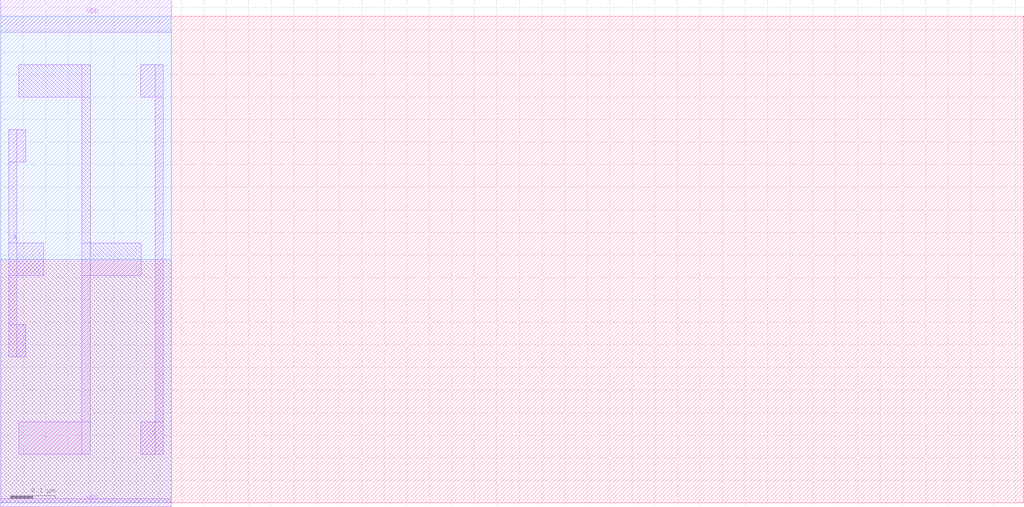
<source format=lef>
# BSD 3-Clause License
# 
# Copyright 2022 Lawrence T. Clark, Vinay Vashishtha, or Arizona State
# University
# 
# Redistribution and use in source and binary forms, with or without
# modification, are permitted provided that the following conditions are met:
# 
# 1. Redistributions of source code must retain the above copyright notice,
# this list of conditions and the following disclaimer.
# 
# 2. Redistributions in binary form must reproduce the above copyright
# notice, this list of conditions and the following disclaimer in the
# documentation and/or other materials provided with the distribution.
# 
# 3. Neither the name of the copyright holder nor the names of its
# contributors may be used to endorse or promote products derived from this
# software without specific prior written permission.
# 
# THIS SOFTWARE IS PROVIDED BY THE COPYRIGHT HOLDERS AND CONTRIBUTORS "AS IS"
# AND ANY EXPRESS OR IMPLIED WARRANTIES, INCLUDING, BUT NOT LIMITED TO, THE
# IMPLIED WARRANTIES OF MERCHANTABILITY AND FITNESS FOR A PARTICULAR PURPOSE
# ARE DISCLAIMED. IN NO EVENT SHALL THE COPYRIGHT HOLDER OR CONTRIBUTORS BE
# LIABLE FOR ANY DIRECT, INDIRECT, INCIDENTAL, SPECIAL, EXEMPLARY, OR
# CONSEQUENTIAL DAMAGES (INCLUDING, BUT NOT LIMITED TO, PROCUREMENT OF
# SUBSTITUTE GOODS OR SERVICES; LOSS OF USE, DATA, OR PROFITS; OR BUSINESS
# INTERRUPTION) HOWEVER CAUSED AND ON ANY THEORY OF LIABILITY, WHETHER IN
# CONTRACT, STRICT LIABILITY, OR TORT (INCLUDING NEGLIGENCE OR OTHERWISE)
# ARISING IN ANY WAY OUT OF THE USE OF THIS SOFTWARE, EVEN IF ADVISED OF THE
# POSSIBILITY OF SUCH DAMAGE.

VERSION 5.8 ;
BUSBITCHARS "[]" ;
DIVIDERCHAR "/" ;

SITE asap7sc7p5t
 CLASS CORE ;
 SIZE 0.054 BY 0.270 ;
 SYMMETRY Y ;
END asap7sc7p5t

SITE asap7sc7p5t_4x
  CLASS CORE ;
  SIZE 0.054 BY 1.080 ;
END asap7sc7p5t_4x

SITE asap7sc7p5t_3x
  CLASS CORE ;
  SIZE 0.054 BY 0.810 ;
END asap7sc7p5t_3x
SITE asap7sc7p5t_2x
 CLASS CORE ;
 SIZE 0.054 BY 0.540 ;
 SYMMETRY Y ;
END asap7sc7p5t_2x


MACRO A2O1A1Ixp33_ASAP7_75t_R
  CLASS CORE ;
  ORIGIN 0 0 ;
  FOREIGN A2O1A1Ixp33_ASAP7_75t_R 0 0 ;
  SIZE 0.324 BY 0.27 ;
  SYMMETRY X Y ;
  SITE asap7sc7p5t ;
  PIN A1
    DIRECTION INPUT ;
    USE SIGNAL ;
    PORT
      LAYER M1 ;
        RECT 0.072 0.07 0.09 0.2 ;
    END
  END A1
  PIN A2
    DIRECTION INPUT ;
    USE SIGNAL ;
    PORT
      LAYER M1 ;
        RECT 0.126 0.07 0.144 0.2 ;
    END
  END A2
  PIN B
    DIRECTION INPUT ;
    USE SIGNAL ;
    PORT
      LAYER M1 ;
        RECT 0.18 0.07 0.198 0.2 ;
    END
  END B
  PIN C
    DIRECTION INPUT ;
    USE SIGNAL ;
    PORT
      LAYER M1 ;
        RECT 0.234 0.081 0.252 0.19 ;
    END
  END C
  PIN VDD
    DIRECTION INOUT ;
    USE POWER ;
    SHAPE ABUTMENT ;
    PORT
      LAYER M1 ;
        RECT 0 0.261 0.324 0.279 ;
    END
  END VDD
  PIN VSS
    DIRECTION INOUT ;
    USE GROUND ;
    SHAPE ABUTMENT ;
    PORT
      LAYER M1 ;
        RECT 0 -0.009 0.324 0.009 ;
    END
  END VSS
  PIN Y
    DIRECTION OUTPUT ;
    USE SIGNAL ;
    PORT
      LAYER M1 ;
        RECT 0.214 0.215 0.306 0.233 ;
        RECT 0.288 0.037 0.306 0.233 ;
        RECT 0.262 0.037 0.306 0.055 ;
    END
  END Y
  OBS
    LAYER M1 ;
      RECT 0.04 0.027 0.23 0.045 ;
      RECT 0.04 0.225 0.176 0.243 ;
		LAYER RVTN ;
			RECT 0 0 0.324 0.135 ;
		LAYER RVTP ;
			RECT 0 0.135 0.324 0.27 ;
  END
END A2O1A1Ixp33_ASAP7_75t_R

MACRO A2O1A1O1Ixp25_ASAP7_75t_R
  CLASS CORE ;
  ORIGIN 0 0 ;
  FOREIGN A2O1A1O1Ixp25_ASAP7_75t_R 0 0 ;
  SIZE 0.486 BY 0.27 ;
  SYMMETRY X Y ;
  SITE asap7sc7p5t ;
  PIN A1
    DIRECTION INPUT ;
    USE SIGNAL ;
    PORT
      LAYER M1 ;
        RECT 0.126 0.07 0.144 0.2 ;
    END
  END A1
  PIN A2
    DIRECTION INPUT ;
    USE SIGNAL ;
    PORT
      LAYER M1 ;
        RECT 0.072 0.07 0.09 0.2 ;
    END
  END A2
  PIN B
    DIRECTION INPUT ;
    USE SIGNAL ;
    PORT
      LAYER M1 ;
        RECT 0.18 0.07 0.198 0.2 ;
    END
  END B
  PIN C
    DIRECTION INPUT ;
    USE SIGNAL ;
    PORT
      LAYER M1 ;
        RECT 0.234 0.07 0.252 0.2 ;
    END
  END C
  PIN D
    DIRECTION INPUT ;
    USE SIGNAL ;
    PORT
      LAYER M1 ;
        RECT 0.342 0.127 0.414 0.145 ;
        RECT 0.342 0.07 0.36 0.2 ;
    END
  END D
  PIN VDD
    DIRECTION INOUT ;
    USE POWER ;
    SHAPE ABUTMENT ;
    PORT
      LAYER M1 ;
        RECT 0 0.261 0.486 0.279 ;
    END
  END VDD
  PIN VSS
    DIRECTION INOUT ;
    USE GROUND ;
    SHAPE ABUTMENT ;
    PORT
      LAYER M1 ;
        RECT 0 -0.009 0.486 0.009 ;
    END
  END VSS
  PIN Y
    DIRECTION OUTPUT ;
    USE SIGNAL ;
    PORT
      LAYER M1 ;
        RECT 0.423 0.225 0.468 0.243 ;
        RECT 0.45 0.027 0.468 0.243 ;
        RECT 0.261 0.027 0.468 0.045 ;
    END
  END Y
  OBS
    LAYER M1 ;
      RECT 0.207 0.225 0.387 0.243 ;
      RECT 0.04 0.027 0.225 0.045 ;
      RECT 0.04 0.225 0.171 0.243 ;
		LAYER RVTN ;
			RECT 0 0 0.486 0.135 ;
		LAYER RVTP ;
			RECT 0 0.135 0.486 0.27 ;
  END
END A2O1A1O1Ixp25_ASAP7_75t_R

MACRO AND2x2_ASAP7_75t_R
  CLASS CORE ;
  ORIGIN 0 0 ;
  FOREIGN AND2x2_ASAP7_75t_R 0 0 ;
  SIZE 0.324 BY 0.27 ;
  SYMMETRY X Y ;
  SITE asap7sc7p5t ;
  PIN A
    DIRECTION INPUT ;
    USE SIGNAL ;
    PORT
      LAYER M1 ;
        RECT 0.126 0.07 0.144 0.2 ;
    END
  END A
  PIN B
    DIRECTION INPUT ;
    USE SIGNAL ;
    PORT
      LAYER M1 ;
        RECT 0.018 0.126 0.084 0.144 ;
        RECT 0.018 0.034 0.036 0.236 ;
    END
  END B
  PIN VDD
    DIRECTION INOUT ;
    USE POWER ;
    SHAPE ABUTMENT ;
    PORT
      LAYER M1 ;
        RECT 0 0.261 0.324 0.279 ;
    END
  END VDD
  PIN VSS
    DIRECTION INOUT ;
    USE GROUND ;
    SHAPE ABUTMENT ;
    PORT
      LAYER M1 ;
        RECT 0 -0.009 0.324 0.009 ;
    END
  END VSS
  PIN Y
    DIRECTION OUTPUT ;
    USE SIGNAL ;
    PORT
      LAYER M1 ;
        RECT 0.207 0.225 0.306 0.243 ;
        RECT 0.288 0.027 0.306 0.243 ;
        RECT 0.207 0.027 0.306 0.045 ;
        RECT 0.207 0.184 0.225 0.243 ;
        RECT 0.207 0.027 0.225 0.086 ;
    END
  END Y
  OBS
    LAYER M1 ;
      RECT 0.094 0.225 0.18 0.243 ;
      RECT 0.162 0.027 0.18 0.243 ;
      RECT 0.162 0.126 0.203 0.144 ;
      RECT 0.07 0.027 0.088 0.086 ;
      RECT 0.07 0.027 0.18 0.045 ;
		LAYER RVTN ;
			RECT 0 0 0.324 0.135 ;
		LAYER RVTP ;
			RECT 0 0.135 0.324 0.27 ;
  END
END AND2x2_ASAP7_75t_R

MACRO AND2x4_ASAP7_75t_R
  CLASS CORE ;
  ORIGIN 0 0 ;
  FOREIGN AND2x4_ASAP7_75t_R 0 0 ;
  SIZE 0.54 BY 0.27 ;
  SYMMETRY X Y ;
  SITE asap7sc7p5t ;
  PIN A
    DIRECTION INPUT ;
    USE SIGNAL ;
    PORT
      LAYER M1 ;
        RECT 0.234 0.028 0.252 0.15 ;
        RECT 0.072 0.028 0.252 0.046 ;
        RECT 0.072 0.028 0.09 0.2 ;
    END
  END A
  PIN B
    DIRECTION INPUT ;
    USE SIGNAL ;
    PORT
      LAYER M1 ;
        RECT 0.126 0.107 0.144 0.2 ;
    END
  END B
  PIN VDD
    DIRECTION INOUT ;
    USE POWER ;
    SHAPE ABUTMENT ;
    PORT
      LAYER M1 ;
        RECT 0 0.261 0.54 0.279 ;
    END
  END VDD
  PIN VSS
    DIRECTION INOUT ;
    USE GROUND ;
    SHAPE ABUTMENT ;
    PORT
      LAYER M1 ;
        RECT 0 -0.009 0.54 0.009 ;
    END
  END VSS
  PIN Y
    DIRECTION OUTPUT ;
    USE SIGNAL ;
    PORT
      LAYER M1 ;
        RECT 0.31 0.225 0.468 0.243 ;
        RECT 0.45 0.027 0.468 0.243 ;
        RECT 0.31 0.027 0.468 0.045 ;
    END
  END Y
  OBS
    LAYER M1 ;
      RECT 0.094 0.225 0.231 0.243 ;
      RECT 0.18 0.064 0.198 0.243 ;
      RECT 0.179 0.182 0.306 0.2 ;
      RECT 0.288 0.121 0.306 0.2 ;
      RECT 0.115 0.064 0.198 0.082 ;
		LAYER RVTN ;
			RECT 0 0 0.54 0.135 ;
		LAYER RVTP ;
			RECT 0 0.135 0.54 0.27 ;
  END
END AND2x4_ASAP7_75t_R

MACRO AND2x6_ASAP7_75t_R
  CLASS CORE ;
  ORIGIN 0 0 ;
  FOREIGN AND2x6_ASAP7_75t_R 0 0 ;
  SIZE 0.648 BY 0.27 ;
  SYMMETRY X Y ;
  SITE asap7sc7p5t ;
  PIN A
    DIRECTION INPUT ;
    USE SIGNAL ;
    PORT
      LAYER M1 ;
        RECT 0.234 0.028 0.252 0.15 ;
        RECT 0.072 0.028 0.252 0.046 ;
        RECT 0.072 0.028 0.09 0.2 ;
    END
  END A
  PIN B
    DIRECTION INPUT ;
    USE SIGNAL ;
    PORT
      LAYER M1 ;
        RECT 0.126 0.107 0.144 0.2 ;
    END
  END B
  PIN VDD
    DIRECTION INOUT ;
    USE POWER ;
    SHAPE ABUTMENT ;
    PORT
      LAYER M1 ;
        RECT 0 0.261 0.648 0.279 ;
    END
  END VDD
  PIN VSS
    DIRECTION INOUT ;
    USE GROUND ;
    SHAPE ABUTMENT ;
    PORT
      LAYER M1 ;
        RECT 0 -0.009 0.648 0.009 ;
    END
  END VSS
  PIN Y
    DIRECTION OUTPUT ;
    USE SIGNAL ;
    PORT
      LAYER M1 ;
        RECT 0.31 0.225 0.554 0.243 ;
        RECT 0.31 0.027 0.554 0.045 ;
        RECT 0.45 0.027 0.468 0.243 ;
    END
  END Y
  OBS
    LAYER M1 ;
      RECT 0.094 0.225 0.231 0.243 ;
      RECT 0.18 0.064 0.198 0.243 ;
      RECT 0.179 0.182 0.306 0.2 ;
      RECT 0.288 0.121 0.306 0.2 ;
      RECT 0.115 0.064 0.198 0.082 ;
		LAYER RVTN ;
			RECT 0 0 0.648 0.135 ;
		LAYER RVTP ;
			RECT 0 0.135 0.648 0.27 ;
  END
END AND2x6_ASAP7_75t_R

MACRO AND3x1_ASAP7_75t_R
  CLASS CORE ;
  ORIGIN 0 0 ;
  FOREIGN AND3x1_ASAP7_75t_R 0 0 ;
  SIZE 0.324 BY 0.27 ;
  SYMMETRY X Y ;
  SITE asap7sc7p5t ;
  PIN A
    DIRECTION INPUT ;
    USE SIGNAL ;
    PORT
      LAYER M1 ;
        RECT 0.072 0.07 0.09 0.2 ;
    END
  END A
  PIN B
    DIRECTION INPUT ;
    USE SIGNAL ;
    PORT
      LAYER M1 ;
        RECT 0.126 0.07 0.144 0.2 ;
    END
  END B
  PIN C
    DIRECTION INPUT ;
    USE SIGNAL ;
    PORT
      LAYER M1 ;
        RECT 0.18 0.07 0.198 0.2 ;
    END
  END C
  PIN VDD
    DIRECTION INOUT ;
    USE POWER ;
    SHAPE ABUTMENT ;
    PORT
      LAYER M1 ;
        RECT 0 0.261 0.324 0.279 ;
    END
  END VDD
  PIN VSS
    DIRECTION INOUT ;
    USE GROUND ;
    SHAPE ABUTMENT ;
    PORT
      LAYER M1 ;
        RECT 0 -0.009 0.324 0.009 ;
    END
  END VSS
  PIN Y
    DIRECTION OUTPUT ;
    USE SIGNAL ;
    PORT
      LAYER M1 ;
        RECT 0.261 0.183 0.306 0.201 ;
        RECT 0.288 0.076 0.306 0.201 ;
        RECT 0.261 0.076 0.306 0.094 ;
        RECT 0.261 0.183 0.279 0.235 ;
        RECT 0.261 0.034 0.279 0.094 ;
    END
  END Y
  OBS
    LAYER M1 ;
      RECT 0.04 0.225 0.234 0.243 ;
      RECT 0.216 0.027 0.234 0.243 ;
      RECT 0.216 0.126 0.263 0.144 ;
      RECT 0.04 0.027 0.234 0.045 ;
		LAYER RVTN ;
			RECT 0 0 0.324 0.135 ;
		LAYER RVTP ;
			RECT 0 0.135 0.324 0.27 ;
  END
END AND3x1_ASAP7_75t_R

MACRO AND3x2_ASAP7_75t_R
  CLASS CORE ;
  ORIGIN 0 0 ;
  FOREIGN AND3x2_ASAP7_75t_R 0 0 ;
  SIZE 0.378 BY 0.27 ;
  SYMMETRY X Y ;
  SITE asap7sc7p5t ;
  PIN A
    DIRECTION INPUT ;
    USE SIGNAL ;
    PORT
      LAYER M1 ;
        RECT 0.072 0.07 0.09 0.2 ;
    END
  END A
  PIN B
    DIRECTION INPUT ;
    USE SIGNAL ;
    PORT
      LAYER M1 ;
        RECT 0.126 0.07 0.144 0.2 ;
    END
  END B
  PIN C
    DIRECTION INPUT ;
    USE SIGNAL ;
    PORT
      LAYER M1 ;
        RECT 0.18 0.07 0.198 0.2 ;
    END
  END C
  PIN VDD
    DIRECTION INOUT ;
    USE POWER ;
    SHAPE ABUTMENT ;
    PORT
      LAYER M1 ;
        RECT 0 0.261 0.378 0.279 ;
    END
  END VDD
  PIN VSS
    DIRECTION INOUT ;
    USE GROUND ;
    SHAPE ABUTMENT ;
    PORT
      LAYER M1 ;
        RECT 0 -0.009 0.378 0.009 ;
    END
  END VSS
  PIN Y
    DIRECTION OUTPUT ;
    USE SIGNAL ;
    PORT
      LAYER M1 ;
        RECT 0.261 0.225 0.36 0.243 ;
        RECT 0.342 0.027 0.36 0.243 ;
        RECT 0.261 0.027 0.36 0.045 ;
        RECT 0.261 0.184 0.279 0.243 ;
        RECT 0.261 0.027 0.279 0.086 ;
    END
  END Y
  OBS
    LAYER M1 ;
      RECT 0.04 0.225 0.234 0.243 ;
      RECT 0.216 0.027 0.234 0.243 ;
      RECT 0.216 0.126 0.284 0.144 ;
      RECT 0.04 0.027 0.234 0.045 ;
		LAYER RVTN ;
			RECT 0 0 0.378 0.135 ;
		LAYER RVTP ;
			RECT 0 0.135 0.378 0.27 ;
  END
END AND3x2_ASAP7_75t_R

MACRO AND3x4_ASAP7_75t_R
  CLASS CORE ;
  ORIGIN 0 0 ;
  FOREIGN AND3x4_ASAP7_75t_R 0 0 ;
  SIZE 0.756 BY 0.27 ;
  SYMMETRY X Y ;
  SITE asap7sc7p5t ;
  PIN A
    DIRECTION INPUT ;
    USE SIGNAL ;
    PORT
      LAYER M1 ;
        RECT 0.612 0.189 0.649 0.207 ;
        RECT 0.612 0.099 0.649 0.117 ;
        RECT 0.612 0.099 0.63 0.207 ;
    END
  END A
  PIN B
    DIRECTION INPUT ;
    USE SIGNAL ;
    PORT
      LAYER M1 ;
        RECT 0.504 0.189 0.541 0.207 ;
        RECT 0.504 0.099 0.541 0.117 ;
        RECT 0.504 0.099 0.522 0.207 ;
    END
  END B
  PIN C
    DIRECTION INPUT ;
    USE SIGNAL ;
    PORT
      LAYER M1 ;
        RECT 0.342 0.07 0.36 0.2 ;
    END
  END C
  PIN VDD
    DIRECTION INOUT ;
    USE POWER ;
    SHAPE ABUTMENT ;
    PORT
      LAYER M1 ;
        RECT 0 0.261 0.756 0.279 ;
    END
  END VDD
  PIN VSS
    DIRECTION INOUT ;
    USE GROUND ;
    SHAPE ABUTMENT ;
    PORT
      LAYER M1 ;
        RECT 0 -0.009 0.756 0.009 ;
    END
  END VSS
  PIN Y
    DIRECTION OUTPUT ;
    USE SIGNAL ;
    PORT
      LAYER M1 ;
        RECT 0.018 0.225 0.23 0.243 ;
        RECT 0.018 0.027 0.23 0.045 ;
        RECT 0.018 0.027 0.036 0.243 ;
    END
  END Y
  OBS
    LAYER M1 ;
      RECT 0.26 0.225 0.746 0.243 ;
      RECT 0.728 0.027 0.746 0.243 ;
      RECT 0.26 0.042 0.278 0.243 ;
      RECT 0.218 0.126 0.278 0.144 ;
      RECT 0.634 0.027 0.746 0.045 ;
      RECT 0.472 0.063 0.701 0.081 ;
      RECT 0.31 0.027 0.554 0.045 ;
		LAYER RVTN ;
			RECT 0 0 0.756 0.135 ;
		LAYER RVTP ;
			RECT 0 0.135 0.756 0.27 ;
  END
END AND3x4_ASAP7_75t_R

MACRO AND4x1_ASAP7_75t_R
  CLASS CORE ;
  ORIGIN 0 0 ;
  FOREIGN AND4x1_ASAP7_75t_R 0 0 ;
  SIZE 0.378 BY 0.27 ;
  SYMMETRY X Y ;
  SITE asap7sc7p5t ;
  PIN A
    DIRECTION INPUT ;
    USE SIGNAL ;
    PORT
      LAYER M1 ;
        RECT 0.072 0.07 0.09 0.2 ;
    END
  END A
  PIN B
    DIRECTION INPUT ;
    USE SIGNAL ;
    PORT
      LAYER M1 ;
        RECT 0.126 0.034 0.144 0.2 ;
    END
  END B
  PIN C
    DIRECTION INPUT ;
    USE SIGNAL ;
    PORT
      LAYER M1 ;
        RECT 0.18 0.034 0.198 0.2 ;
    END
  END C
  PIN D
    DIRECTION INPUT ;
    USE SIGNAL ;
    PORT
      LAYER M1 ;
        RECT 0.234 0.034 0.252 0.164 ;
    END
  END D
  PIN VDD
    DIRECTION INOUT ;
    USE POWER ;
    SHAPE ABUTMENT ;
    PORT
      LAYER M1 ;
        RECT 0 0.261 0.378 0.279 ;
    END
  END VDD
  PIN VSS
    DIRECTION INOUT ;
    USE GROUND ;
    SHAPE ABUTMENT ;
    PORT
      LAYER M1 ;
        RECT 0 -0.009 0.378 0.009 ;
    END
  END VSS
  PIN Y
    DIRECTION OUTPUT ;
    USE SIGNAL ;
    PORT
      LAYER M1 ;
        RECT 0.299 0.225 0.36 0.243 ;
        RECT 0.342 0.027 0.36 0.243 ;
        RECT 0.31 0.027 0.36 0.045 ;
    END
  END Y
  OBS
    LAYER M1 ;
      RECT 0.018 0.225 0.252 0.243 ;
      RECT 0.234 0.189 0.252 0.243 ;
      RECT 0.018 0.027 0.036 0.243 ;
      RECT 0.234 0.189 0.306 0.207 ;
      RECT 0.288 0.12 0.306 0.207 ;
      RECT 0.018 0.027 0.085 0.045 ;
		LAYER RVTN ;
			RECT 0 0 0.378 0.135 ;
		LAYER RVTP ;
			RECT 0 0.135 0.378 0.27 ;
  END
END AND4x1_ASAP7_75t_R

MACRO AND4x2_ASAP7_75t_R
  CLASS CORE ;
  ORIGIN 0 0 ;
  FOREIGN AND4x2_ASAP7_75t_R 0 0 ;
  SIZE 0.432 BY 0.27 ;
  SYMMETRY X Y ;
  SITE asap7sc7p5t ;
  PIN A
    DIRECTION INPUT ;
    USE SIGNAL ;
    PORT
      LAYER M1 ;
        RECT 0.342 0.07 0.36 0.2 ;
    END
  END A
  PIN B
    DIRECTION INPUT ;
    USE SIGNAL ;
    PORT
      LAYER M1 ;
        RECT 0.288 0.034 0.306 0.2 ;
    END
  END B
  PIN C
    DIRECTION INPUT ;
    USE SIGNAL ;
    PORT
      LAYER M1 ;
        RECT 0.234 0.034 0.252 0.2 ;
    END
  END C
  PIN D
    DIRECTION INPUT ;
    USE SIGNAL ;
    PORT
      LAYER M1 ;
        RECT 0.18 0.034 0.198 0.164 ;
    END
  END D
  PIN VDD
    DIRECTION INOUT ;
    USE POWER ;
    SHAPE ABUTMENT ;
    PORT
      LAYER M1 ;
        RECT 0 0.261 0.432 0.279 ;
    END
  END VDD
  PIN VSS
    DIRECTION INOUT ;
    USE GROUND ;
    SHAPE ABUTMENT ;
    PORT
      LAYER M1 ;
        RECT 0 -0.009 0.432 0.009 ;
    END
  END VSS
  PIN Y
    DIRECTION OUTPUT ;
    USE SIGNAL ;
    PORT
      LAYER M1 ;
        RECT 0.018 0.225 0.122 0.243 ;
        RECT 0.018 0.027 0.122 0.045 ;
        RECT 0.018 0.027 0.036 0.243 ;
    END
  END Y
  OBS
    LAYER M1 ;
      RECT 0.153 0.225 0.414 0.243 ;
      RECT 0.396 0.027 0.414 0.243 ;
      RECT 0.153 0.189 0.171 0.243 ;
      RECT 0.099 0.189 0.171 0.207 ;
      RECT 0.099 0.119 0.117 0.207 ;
      RECT 0.364 0.027 0.414 0.045 ;
		LAYER RVTN ;
			RECT 0 0 0.432 0.135 ;
		LAYER RVTP ;
			RECT 0 0.135 0.432 0.27 ;
  END
END AND4x2_ASAP7_75t_R

MACRO AND5x1_ASAP7_75t_R
  CLASS CORE ;
  ORIGIN 0 0 ;
  FOREIGN AND5x1_ASAP7_75t_R 0 0 ;
  SIZE 0.432 BY 0.27 ;
  SYMMETRY X Y ;
  SITE asap7sc7p5t ;
  PIN A
    DIRECTION INPUT ;
    USE SIGNAL ;
    PORT
      LAYER M1 ;
        RECT 0.072 0.07 0.09 0.2 ;
    END
  END A
  PIN B
    DIRECTION INPUT ;
    USE SIGNAL ;
    PORT
      LAYER M1 ;
        RECT 0.126 0.034 0.144 0.2 ;
    END
  END B
  PIN C
    DIRECTION INPUT ;
    USE SIGNAL ;
    PORT
      LAYER M1 ;
        RECT 0.18 0.034 0.198 0.2 ;
    END
  END C
  PIN D
    DIRECTION INPUT ;
    USE SIGNAL ;
    PORT
      LAYER M1 ;
        RECT 0.234 0.034 0.252 0.2 ;
    END
  END D
  PIN E
    DIRECTION INPUT ;
    USE SIGNAL ;
    PORT
      LAYER M1 ;
        RECT 0.288 0.034 0.306 0.164 ;
    END
  END E
  PIN VDD
    DIRECTION INOUT ;
    USE POWER ;
    SHAPE ABUTMENT ;
    PORT
      LAYER M1 ;
        RECT 0 0.261 0.432 0.279 ;
    END
  END VDD
  PIN VSS
    DIRECTION INOUT ;
    USE GROUND ;
    SHAPE ABUTMENT ;
    PORT
      LAYER M1 ;
        RECT 0 -0.009 0.432 0.009 ;
    END
  END VSS
  PIN Y
    DIRECTION OUTPUT ;
    USE SIGNAL ;
    PORT
      LAYER M1 ;
        RECT 0.349 0.225 0.414 0.243 ;
        RECT 0.396 0.027 0.414 0.243 ;
        RECT 0.35 0.027 0.414 0.045 ;
    END
  END Y
  OBS
    LAYER M1 ;
      RECT 0.018 0.225 0.306 0.243 ;
      RECT 0.288 0.189 0.306 0.243 ;
      RECT 0.018 0.027 0.036 0.243 ;
      RECT 0.288 0.189 0.36 0.207 ;
      RECT 0.342 0.116 0.36 0.207 ;
      RECT 0.018 0.027 0.07 0.045 ;
		LAYER RVTN ;
			RECT 0 0 0.432 0.135 ;
		LAYER RVTP ;
			RECT 0 0.135 0.432 0.27 ;
  END
END AND5x1_ASAP7_75t_R

MACRO AND5x2_ASAP7_75t_R
  CLASS CORE ;
  ORIGIN 0 0 ;
  FOREIGN AND5x2_ASAP7_75t_R 0 0 ;
  SIZE 1.08 BY 0.27 ;
  SYMMETRY X Y ;
  SITE asap7sc7p5t ;
  PIN A
    DIRECTION INPUT ;
    USE SIGNAL ;
    PORT
      LAYER M1 ;
        RECT 0.72 0.189 0.757 0.207 ;
        RECT 0.72 0.099 0.757 0.117 ;
        RECT 0.72 0.099 0.738 0.207 ;
    END
  END A
  PIN B
    DIRECTION INPUT ;
    USE SIGNAL ;
    PORT
      LAYER M1 ;
        RECT 0.593 0.189 0.63 0.207 ;
        RECT 0.612 0.099 0.63 0.207 ;
        RECT 0.593 0.099 0.63 0.117 ;
    END
  END B
  PIN C
    DIRECTION INPUT ;
    USE SIGNAL ;
    PORT
      LAYER M1 ;
        RECT 0.45 0.189 0.487 0.207 ;
        RECT 0.45 0.099 0.487 0.117 ;
        RECT 0.45 0.099 0.468 0.207 ;
    END
  END C
  PIN D
    DIRECTION INPUT ;
    USE SIGNAL ;
    PORT
      LAYER M1 ;
        RECT 0.269 0.189 0.306 0.207 ;
        RECT 0.288 0.099 0.306 0.207 ;
        RECT 0.269 0.099 0.306 0.117 ;
    END
  END D
  PIN E
    DIRECTION INPUT ;
    USE SIGNAL ;
    PORT
      LAYER M1 ;
        RECT 0.018 0.126 0.095 0.144 ;
        RECT 0.018 0.034 0.036 0.236 ;
    END
  END E
  PIN VDD
    DIRECTION INOUT ;
    USE POWER ;
    SHAPE ABUTMENT ;
    PORT
      LAYER M1 ;
        RECT 0 0.261 1.08 0.279 ;
    END
  END VDD
  PIN VSS
    DIRECTION INOUT ;
    USE GROUND ;
    SHAPE ABUTMENT ;
    PORT
      LAYER M1 ;
        RECT 0 -0.009 1.08 0.009 ;
    END
  END VSS
  PIN Y
    DIRECTION OUTPUT ;
    USE SIGNAL ;
    PORT
      LAYER M1 ;
        RECT 0.958 0.225 1.062 0.243 ;
        RECT 1.044 0.027 1.062 0.243 ;
        RECT 0.958 0.027 1.062 0.045 ;
    END
  END Y
  OBS
    LAYER M1 ;
      RECT 0.148 0.225 0.9 0.243 ;
      RECT 0.882 0.027 0.9 0.243 ;
      RECT 0.882 0.126 0.942 0.144 ;
      RECT 0.742 0.027 0.9 0.045 ;
      RECT 0.58 0.063 0.824 0.081 ;
      RECT 0.418 0.027 0.662 0.045 ;
      RECT 0.256 0.063 0.5 0.081 ;
      RECT 0.094 0.027 0.338 0.045 ;
		LAYER RVTN ;
			RECT 0 0 1.08 0.135 ;
		LAYER RVTP ;
			RECT 0 0.135 1.08 0.27 ;
  END
END AND5x2_ASAP7_75t_R

MACRO AO211x2_ASAP7_75t_R
  CLASS CORE ;
  ORIGIN 0 0 ;
  FOREIGN AO211x2_ASAP7_75t_R 0 0 ;
  SIZE 0.864 BY 0.27 ;
  SYMMETRY X Y ;
  SITE asap7sc7p5t ;
  PIN A1
    DIRECTION INPUT ;
    USE SIGNAL ;
    PORT
      LAYER M1 ;
        RECT 0.018 0.126 0.095 0.144 ;
        RECT 0.018 0.189 0.055 0.207 ;
        RECT 0.018 0.027 0.055 0.045 ;
        RECT 0.018 0.027 0.036 0.207 ;
    END
  END A1
  PIN A2
    DIRECTION INPUT ;
    USE SIGNAL ;
    PORT
      LAYER M1 ;
        RECT 0.126 0.126 0.203 0.144 ;
        RECT 0.107 0.189 0.144 0.207 ;
        RECT 0.126 0.063 0.144 0.207 ;
        RECT 0.107 0.063 0.144 0.081 ;
    END
  END A2
  PIN B
    DIRECTION INPUT ;
    USE SIGNAL ;
    PORT
      LAYER M1 ;
        RECT 0.234 0.126 0.311 0.144 ;
        RECT 0.215 0.189 0.252 0.207 ;
        RECT 0.234 0.063 0.252 0.207 ;
        RECT 0.215 0.063 0.252 0.081 ;
    END
  END B
  PIN C
    DIRECTION INPUT ;
    USE SIGNAL ;
    PORT
      LAYER M1 ;
        RECT 0.504 0.153 0.541 0.171 ;
        RECT 0.504 0.063 0.522 0.171 ;
        RECT 0.485 0.063 0.522 0.081 ;
    END
  END C
  PIN VDD
    DIRECTION INOUT ;
    USE POWER ;
    SHAPE ABUTMENT ;
    PORT
      LAYER M1 ;
        RECT 0 0.261 0.864 0.279 ;
    END
  END VDD
  PIN VSS
    DIRECTION INOUT ;
    USE GROUND ;
    SHAPE ABUTMENT ;
    PORT
      LAYER M1 ;
        RECT 0 -0.009 0.864 0.009 ;
    END
  END VSS
  PIN Y
    DIRECTION OUTPUT ;
    USE SIGNAL ;
    PORT
      LAYER M1 ;
        RECT 0.742 0.225 0.846 0.243 ;
        RECT 0.828 0.027 0.846 0.243 ;
        RECT 0.742 0.027 0.846 0.045 ;
    END
  END Y
  OBS
    LAYER M1 ;
      RECT 0.526 0.225 0.684 0.243 ;
      RECT 0.666 0.027 0.684 0.243 ;
      RECT 0.666 0.125 0.743 0.143 ;
      RECT 0.094 0.027 0.684 0.045 ;
      RECT 0.31 0.189 0.608 0.207 ;
      RECT 0.04 0.225 0.393 0.243 ;
		LAYER RVTN ;
			RECT 0 0 0.864 0.135 ;
		LAYER RVTP ;
			RECT 0 0.135 0.864 0.27 ;
  END
END AO211x2_ASAP7_75t_R

MACRO AO21x1_ASAP7_75t_R
  CLASS CORE ;
  ORIGIN 0 0 ;
  FOREIGN AO21x1_ASAP7_75t_R 0 0 ;
  SIZE 0.324 BY 0.27 ;
  SYMMETRY X Y ;
  SITE asap7sc7p5t ;
  PIN A1
    DIRECTION INPUT ;
    USE SIGNAL ;
    PORT
      LAYER M1 ;
        RECT 0.018 0.126 0.095 0.144 ;
        RECT 0.018 0.189 0.055 0.207 ;
        RECT 0.018 0.034 0.036 0.207 ;
    END
  END A1
  PIN A2
    DIRECTION INPUT ;
    USE SIGNAL ;
    PORT
      LAYER M1 ;
        RECT 0.126 0.07 0.144 0.164 ;
    END
  END A2
  PIN B
    DIRECTION INPUT ;
    USE SIGNAL ;
    PORT
      LAYER M1 ;
        RECT 0.18 0.07 0.198 0.164 ;
    END
  END B
  PIN VDD
    DIRECTION INOUT ;
    USE POWER ;
    SHAPE ABUTMENT ;
    PORT
      LAYER M1 ;
        RECT 0 0.261 0.324 0.279 ;
    END
  END VDD
  PIN VSS
    DIRECTION INOUT ;
    USE GROUND ;
    SHAPE ABUTMENT ;
    PORT
      LAYER M1 ;
        RECT 0 -0.009 0.324 0.009 ;
    END
  END VSS
  PIN Y
    DIRECTION OUTPUT ;
    USE SIGNAL ;
    PORT
      LAYER M1 ;
        RECT 0.23 0.225 0.295 0.243 ;
        RECT 0.277 0.038 0.295 0.243 ;
    END
  END Y
  OBS
    LAYER M1 ;
      RECT 0.094 0.189 0.252 0.207 ;
      RECT 0.234 0.027 0.252 0.207 ;
      RECT 0.148 0.027 0.252 0.045 ;
      RECT 0.04 0.225 0.176 0.243 ;
		LAYER RVTN ;
			RECT 0 0 0.324 0.135 ;
		LAYER RVTP ;
			RECT 0 0.135 0.324 0.27 ;
  END
END AO21x1_ASAP7_75t_R

MACRO AO21x2_ASAP7_75t_R
  CLASS CORE ;
  ORIGIN 0 0 ;
  FOREIGN AO21x2_ASAP7_75t_R 0 0 ;
  SIZE 0.378 BY 0.27 ;
  SYMMETRY X Y ;
  SITE asap7sc7p5t ;
  PIN A1
    DIRECTION INPUT ;
    USE SIGNAL ;
    PORT
      LAYER M1 ;
        RECT 0.018 0.126 0.095 0.144 ;
        RECT 0.018 0.189 0.055 0.207 ;
        RECT 0.018 0.034 0.036 0.207 ;
    END
  END A1
  PIN A2
    DIRECTION INPUT ;
    USE SIGNAL ;
    PORT
      LAYER M1 ;
        RECT 0.126 0.07 0.144 0.164 ;
    END
  END A2
  PIN B
    DIRECTION INPUT ;
    USE SIGNAL ;
    PORT
      LAYER M1 ;
        RECT 0.18 0.07 0.198 0.164 ;
    END
  END B
  PIN VDD
    DIRECTION INOUT ;
    USE POWER ;
    SHAPE ABUTMENT ;
    PORT
      LAYER M1 ;
        RECT 0 0.261 0.378 0.279 ;
    END
  END VDD
  PIN VSS
    DIRECTION INOUT ;
    USE GROUND ;
    SHAPE ABUTMENT ;
    PORT
      LAYER M1 ;
        RECT 0 -0.009 0.378 0.009 ;
    END
  END VSS
  PIN Y
    DIRECTION OUTPUT ;
    USE SIGNAL ;
    PORT
      LAYER M1 ;
        RECT 0.23 0.225 0.333 0.243 ;
        RECT 0.315 0.069 0.333 0.243 ;
        RECT 0.276 0.069 0.333 0.087 ;
        RECT 0.276 0.038 0.294 0.087 ;
    END
  END Y
  OBS
    LAYER M1 ;
      RECT 0.094 0.189 0.252 0.207 ;
      RECT 0.234 0.027 0.252 0.207 ;
      RECT 0.148 0.027 0.252 0.045 ;
      RECT 0.04 0.225 0.176 0.243 ;
		LAYER RVTN ;
			RECT 0 0 0.378 0.135 ;
		LAYER RVTP ;
			RECT 0 0.135 0.378 0.27 ;
  END
END AO21x2_ASAP7_75t_R

MACRO AO221x1_ASAP7_75t_R
  CLASS CORE ;
  ORIGIN 0 0 ;
  FOREIGN AO221x1_ASAP7_75t_R 0 0 ;
  SIZE 0.54 BY 0.27 ;
  SYMMETRY X Y ;
  SITE asap7sc7p5t ;
  PIN A1
    DIRECTION INPUT ;
    USE SIGNAL ;
    PORT
      LAYER M1 ;
        RECT 0.234 0.07 0.252 0.164 ;
    END
  END A1
  PIN A2
    DIRECTION INPUT ;
    USE SIGNAL ;
    PORT
      LAYER M1 ;
        RECT 0.288 0.07 0.306 0.164 ;
    END
  END A2
  PIN B1
    DIRECTION INPUT ;
    USE SIGNAL ;
    PORT
      LAYER M1 ;
        RECT 0.072 0.07 0.09 0.164 ;
    END
  END B1
  PIN B2
    DIRECTION INPUT ;
    USE SIGNAL ;
    PORT
      LAYER M1 ;
        RECT 0.126 0.07 0.144 0.164 ;
    END
  END B2
  PIN C
    DIRECTION INPUT ;
    USE SIGNAL ;
    PORT
      LAYER M1 ;
        RECT 0.18 0.07 0.198 0.164 ;
    END
  END C
  PIN VDD
    DIRECTION INOUT ;
    USE POWER ;
    SHAPE ABUTMENT ;
    PORT
      LAYER M1 ;
        RECT 0 0.261 0.54 0.279 ;
    END
  END VDD
  PIN VSS
    DIRECTION INOUT ;
    USE GROUND ;
    SHAPE ABUTMENT ;
    PORT
      LAYER M1 ;
        RECT 0 -0.009 0.54 0.009 ;
    END
  END VSS
  PIN Y
    DIRECTION OUTPUT ;
    USE SIGNAL ;
    PORT
      LAYER M1 ;
        RECT 0.472 0.225 0.522 0.243 ;
        RECT 0.504 0.027 0.522 0.243 ;
        RECT 0.459 0.027 0.522 0.045 ;
    END
  END Y
  OBS
    LAYER M1 ;
      RECT 0.018 0.189 0.126 0.207 ;
      RECT 0.018 0.027 0.036 0.207 ;
      RECT 0.396 0.126 0.474 0.144 ;
      RECT 0.396 0.027 0.414 0.144 ;
      RECT 0.018 0.027 0.414 0.045 ;
      RECT 0.2 0.189 0.339 0.207 ;
      RECT 0.039 0.225 0.176 0.243 ;
		LAYER RVTN ;
			RECT 0 0 0.54 0.135 ;
		LAYER RVTP ;
			RECT 0 0.135 0.54 0.27 ;
  END
END AO221x1_ASAP7_75t_R

MACRO AO221x2_ASAP7_75t_R
  CLASS CORE ;
  ORIGIN 0 0 ;
  FOREIGN AO221x2_ASAP7_75t_R 0 0 ;
  SIZE 0.594 BY 0.27 ;
  SYMMETRY X Y ;
  SITE asap7sc7p5t ;
  PIN A1
    DIRECTION INPUT ;
    USE SIGNAL ;
    PORT
      LAYER M1 ;
        RECT 0.234 0.07 0.252 0.164 ;
    END
  END A1
  PIN A2
    DIRECTION INPUT ;
    USE SIGNAL ;
    PORT
      LAYER M1 ;
        RECT 0.288 0.07 0.306 0.164 ;
    END
  END A2
  PIN B1
    DIRECTION INPUT ;
    USE SIGNAL ;
    PORT
      LAYER M1 ;
        RECT 0.072 0.07 0.09 0.164 ;
    END
  END B1
  PIN B2
    DIRECTION INPUT ;
    USE SIGNAL ;
    PORT
      LAYER M1 ;
        RECT 0.126 0.07 0.144 0.164 ;
    END
  END B2
  PIN C
    DIRECTION INPUT ;
    USE SIGNAL ;
    PORT
      LAYER M1 ;
        RECT 0.18 0.07 0.198 0.164 ;
    END
  END C
  PIN VDD
    DIRECTION INOUT ;
    USE POWER ;
    SHAPE ABUTMENT ;
    PORT
      LAYER M1 ;
        RECT 0 0.261 0.594 0.279 ;
    END
  END VDD
  PIN VSS
    DIRECTION INOUT ;
    USE GROUND ;
    SHAPE ABUTMENT ;
    PORT
      LAYER M1 ;
        RECT 0 -0.009 0.594 0.009 ;
    END
  END VSS
  PIN Y
    DIRECTION OUTPUT ;
    USE SIGNAL ;
    PORT
      LAYER M1 ;
        RECT 0.472 0.225 0.549 0.243 ;
        RECT 0.531 0.027 0.549 0.243 ;
        RECT 0.459 0.027 0.549 0.045 ;
    END
  END Y
  OBS
    LAYER M1 ;
      RECT 0.018 0.189 0.126 0.207 ;
      RECT 0.018 0.027 0.036 0.207 ;
      RECT 0.396 0.126 0.474 0.144 ;
      RECT 0.396 0.027 0.414 0.144 ;
      RECT 0.018 0.027 0.414 0.045 ;
      RECT 0.2 0.189 0.339 0.207 ;
      RECT 0.039 0.225 0.176 0.243 ;
		LAYER RVTN ;
			RECT 0 0 0.594 0.135 ;
		LAYER RVTP ;
			RECT 0 0.135 0.594 0.27 ;
  END
END AO221x2_ASAP7_75t_R

MACRO AO222x2_ASAP7_75t_R
  CLASS CORE ;
  ORIGIN 0 0 ;
  FOREIGN AO222x2_ASAP7_75t_R 0 0 ;
  SIZE 0.648 BY 0.27 ;
  SYMMETRY X Y ;
  SITE asap7sc7p5t ;
  PIN A1
    DIRECTION INPUT ;
    USE SIGNAL ;
    PORT
      LAYER M1 ;
        RECT 0.396 0.07 0.414 0.2 ;
    END
  END A1
  PIN A2
    DIRECTION INPUT ;
    USE SIGNAL ;
    PORT
      LAYER M1 ;
        RECT 0.45 0.07 0.468 0.2 ;
    END
  END A2
  PIN B1
    DIRECTION INPUT ;
    USE SIGNAL ;
    PORT
      LAYER M1 ;
        RECT 0.234 0.07 0.252 0.164 ;
    END
  END B1
  PIN B2
    DIRECTION INPUT ;
    USE SIGNAL ;
    PORT
      LAYER M1 ;
        RECT 0.18 0.07 0.198 0.164 ;
    END
  END B2
  PIN C1
    DIRECTION INPUT ;
    USE SIGNAL ;
    PORT
      LAYER M1 ;
        RECT 0.072 0.07 0.09 0.164 ;
    END
  END C1
  PIN C2
    DIRECTION INPUT ;
    USE SIGNAL ;
    PORT
      LAYER M1 ;
        RECT 0.126 0.07 0.144 0.164 ;
    END
  END C2
  PIN VDD
    DIRECTION INOUT ;
    USE POWER ;
    SHAPE ABUTMENT ;
    PORT
      LAYER M1 ;
        RECT 0 0.261 0.648 0.279 ;
    END
  END VDD
  PIN VSS
    DIRECTION INOUT ;
    USE GROUND ;
    SHAPE ABUTMENT ;
    PORT
      LAYER M1 ;
        RECT 0 -0.009 0.648 0.009 ;
    END
  END VSS
  PIN Y
    DIRECTION OUTPUT ;
    USE SIGNAL ;
    PORT
      LAYER M1 ;
        RECT 0.526 0.225 0.63 0.243 ;
        RECT 0.612 0.027 0.63 0.243 ;
        RECT 0.531 0.027 0.63 0.045 ;
        RECT 0.531 0.027 0.549 0.081 ;
    END
  END Y
  OBS
    LAYER M1 ;
      RECT 0.009 0.189 0.122 0.207 ;
      RECT 0.009 0.027 0.027 0.207 ;
      RECT 0.486 0.126 0.554 0.144 ;
      RECT 0.486 0.027 0.504 0.144 ;
      RECT 0.009 0.027 0.504 0.045 ;
      RECT 0.342 0.225 0.468 0.243 ;
      RECT 0.342 0.189 0.36 0.243 ;
      RECT 0.202 0.189 0.36 0.207 ;
      RECT 0.04 0.225 0.284 0.243 ;
		LAYER RVTN ;
			RECT 0 0 0.648 0.135 ;
		LAYER RVTP ;
			RECT 0 0.135 0.648 0.27 ;
  END
END AO222x2_ASAP7_75t_R

MACRO AO22x1_ASAP7_75t_R
  CLASS CORE ;
  ORIGIN 0 0 ;
  FOREIGN AO22x1_ASAP7_75t_R 0 0 ;
  SIZE 0.486 BY 0.27 ;
  SYMMETRY X Y ;
  SITE asap7sc7p5t ;
  PIN A1
    DIRECTION INPUT ;
    USE SIGNAL ;
    PORT
      LAYER M1 ;
        RECT 0.018 0.126 0.095 0.144 ;
        RECT 0.018 0.189 0.055 0.207 ;
        RECT 0.018 0.027 0.055 0.045 ;
        RECT 0.018 0.027 0.036 0.207 ;
    END
  END A1
  PIN A2
    DIRECTION INPUT ;
    USE SIGNAL ;
    PORT
      LAYER M1 ;
        RECT 0.107 0.189 0.144 0.207 ;
        RECT 0.126 0.063 0.144 0.207 ;
        RECT 0.107 0.063 0.144 0.081 ;
    END
  END A2
  PIN B1
    DIRECTION INPUT ;
    USE SIGNAL ;
    PORT
      LAYER M1 ;
        RECT 0.234 0.063 0.287 0.081 ;
        RECT 0.234 0.063 0.252 0.164 ;
    END
  END B1
  PIN B2
    DIRECTION INPUT ;
    USE SIGNAL ;
    PORT
      LAYER M1 ;
        RECT 0.18 0.07 0.198 0.164 ;
    END
  END B2
  PIN VDD
    DIRECTION INOUT ;
    USE POWER ;
    SHAPE ABUTMENT ;
    PORT
      LAYER M1 ;
        RECT 0 0.261 0.486 0.279 ;
    END
  END VDD
  PIN VSS
    DIRECTION INOUT ;
    USE GROUND ;
    SHAPE ABUTMENT ;
    PORT
      LAYER M1 ;
        RECT 0 -0.009 0.486 0.009 ;
    END
  END VSS
  PIN Y
    DIRECTION OUTPUT ;
    USE SIGNAL ;
    PORT
      LAYER M1 ;
        RECT 0.418 0.225 0.468 0.243 ;
        RECT 0.45 0.027 0.468 0.243 ;
        RECT 0.418 0.027 0.468 0.045 ;
    END
  END Y
  OBS
    LAYER M1 ;
      RECT 0.202 0.189 0.36 0.207 ;
      RECT 0.342 0.027 0.36 0.207 ;
      RECT 0.342 0.126 0.419 0.144 ;
      RECT 0.107 0.027 0.36 0.045 ;
      RECT 0.04 0.225 0.284 0.243 ;
		LAYER RVTN ;
			RECT 0 0 0.486 0.135 ;
		LAYER RVTP ;
			RECT 0 0.135 0.486 0.27 ;
  END
END AO22x1_ASAP7_75t_R

MACRO AO22x2_ASAP7_75t_R
  CLASS CORE ;
  ORIGIN 0 0 ;
  FOREIGN AO22x2_ASAP7_75t_R 0 0 ;
  SIZE 0.54 BY 0.27 ;
  SYMMETRY X Y ;
  SITE asap7sc7p5t ;
  PIN A1
    DIRECTION INPUT ;
    USE SIGNAL ;
    PORT
      LAYER M1 ;
        RECT 0.018 0.126 0.095 0.144 ;
        RECT 0.018 0.189 0.055 0.207 ;
        RECT 0.018 0.027 0.055 0.045 ;
        RECT 0.018 0.027 0.036 0.207 ;
    END
  END A1
  PIN A2
    DIRECTION INPUT ;
    USE SIGNAL ;
    PORT
      LAYER M1 ;
        RECT 0.107 0.189 0.144 0.207 ;
        RECT 0.126 0.063 0.144 0.207 ;
        RECT 0.107 0.063 0.144 0.081 ;
    END
  END A2
  PIN B1
    DIRECTION INPUT ;
    USE SIGNAL ;
    PORT
      LAYER M1 ;
        RECT 0.234 0.063 0.287 0.081 ;
        RECT 0.234 0.063 0.252 0.164 ;
    END
  END B1
  PIN B2
    DIRECTION INPUT ;
    USE SIGNAL ;
    PORT
      LAYER M1 ;
        RECT 0.18 0.07 0.198 0.164 ;
    END
  END B2
  PIN VDD
    DIRECTION INOUT ;
    USE POWER ;
    SHAPE ABUTMENT ;
    PORT
      LAYER M1 ;
        RECT 0 0.261 0.54 0.279 ;
    END
  END VDD
  PIN VSS
    DIRECTION INOUT ;
    USE GROUND ;
    SHAPE ABUTMENT ;
    PORT
      LAYER M1 ;
        RECT 0 -0.009 0.54 0.009 ;
    END
  END VSS
  PIN Y
    DIRECTION OUTPUT ;
    USE SIGNAL ;
    PORT
      LAYER M1 ;
        RECT 0.418 0.225 0.522 0.243 ;
        RECT 0.504 0.027 0.522 0.243 ;
        RECT 0.418 0.027 0.522 0.045 ;
    END
  END Y
  OBS
    LAYER M1 ;
      RECT 0.202 0.189 0.36 0.207 ;
      RECT 0.342 0.027 0.36 0.207 ;
      RECT 0.342 0.126 0.419 0.144 ;
      RECT 0.107 0.027 0.36 0.045 ;
      RECT 0.04 0.225 0.284 0.243 ;
		LAYER RVTN ;
			RECT 0 0 0.54 0.135 ;
		LAYER RVTP ;
			RECT 0 0.135 0.54 0.27 ;
  END
END AO22x2_ASAP7_75t_R

MACRO AO31x2_ASAP7_75t_R
  CLASS CORE ;
  ORIGIN 0 0 ;
  FOREIGN AO31x2_ASAP7_75t_R 0 0 ;
  SIZE 0.864 BY 0.27 ;
  SYMMETRY X Y ;
  SITE asap7sc7p5t ;
  PIN A1
    DIRECTION INPUT ;
    USE SIGNAL ;
    PORT
      LAYER M1 ;
        RECT 0.558 0.099 0.576 0.149 ;
        RECT 0.504 0.099 0.576 0.117 ;
        RECT 0.485 0.153 0.522 0.171 ;
        RECT 0.504 0.099 0.522 0.171 ;
    END
  END A1
  PIN A2
    DIRECTION INPUT ;
    USE SIGNAL ;
    PORT
      LAYER M1 ;
        RECT 0.396 0.099 0.414 0.149 ;
        RECT 0.288 0.099 0.414 0.117 ;
        RECT 0.288 0.153 0.325 0.171 ;
        RECT 0.288 0.07 0.306 0.171 ;
    END
  END A2
  PIN A3
    DIRECTION INPUT ;
    USE SIGNAL ;
    PORT
      LAYER M1 ;
        RECT 0.018 0.126 0.095 0.144 ;
        RECT 0.018 0.189 0.059 0.207 ;
        RECT 0.018 0.027 0.059 0.045 ;
        RECT 0.018 0.027 0.036 0.207 ;
    END
  END A3
  PIN B
    DIRECTION INPUT ;
    USE SIGNAL ;
    PORT
      LAYER M1 ;
        RECT 0.126 0.126 0.203 0.144 ;
        RECT 0.107 0.189 0.144 0.207 ;
        RECT 0.126 0.063 0.144 0.207 ;
        RECT 0.107 0.063 0.144 0.081 ;
    END
  END B
  PIN VDD
    DIRECTION INOUT ;
    USE POWER ;
    SHAPE ABUTMENT ;
    PORT
      LAYER M1 ;
        RECT 0 0.261 0.864 0.279 ;
    END
  END VDD
  PIN VSS
    DIRECTION INOUT ;
    USE GROUND ;
    SHAPE ABUTMENT ;
    PORT
      LAYER M1 ;
        RECT 0 -0.009 0.864 0.009 ;
    END
  END VSS
  PIN Y
    DIRECTION OUTPUT ;
    USE SIGNAL ;
    PORT
      LAYER M1 ;
        RECT 0.741 0.225 0.846 0.243 ;
        RECT 0.828 0.027 0.846 0.243 ;
        RECT 0.742 0.027 0.846 0.045 ;
    END
  END Y
  OBS
    LAYER M1 ;
      RECT 0.612 0.225 0.684 0.243 ;
      RECT 0.666 0.027 0.684 0.243 ;
      RECT 0.612 0.189 0.63 0.243 ;
      RECT 0.199 0.189 0.63 0.207 ;
      RECT 0.234 0.063 0.252 0.207 ;
      RECT 0.666 0.126 0.797 0.144 ;
      RECT 0.2 0.063 0.252 0.081 ;
      RECT 0.526 0.027 0.684 0.045 ;
      RECT 0.364 0.063 0.608 0.081 ;
      RECT 0.04 0.225 0.554 0.243 ;
      RECT 0.094 0.027 0.447 0.045 ;
		LAYER RVTN ;
			RECT 0 0 0.864 0.135 ;
		LAYER RVTP ;
			RECT 0 0.135 0.864 0.27 ;
  END
END AO31x2_ASAP7_75t_R

MACRO AO322x2_ASAP7_75t_R
  CLASS CORE ;
  ORIGIN 0 0 ;
  FOREIGN AO322x2_ASAP7_75t_R 0 0 ;
  SIZE 0.81 BY 0.27 ;
  SYMMETRY X Y ;
  SITE asap7sc7p5t ;
  PIN A1
    DIRECTION INPUT ;
    USE SIGNAL ;
    PORT
      LAYER M1 ;
        RECT 0.018 0.126 0.095 0.144 ;
        RECT 0.018 0.225 0.055 0.243 ;
        RECT 0.018 0.063 0.055 0.081 ;
        RECT 0.018 0.063 0.036 0.243 ;
    END
  END A1
  PIN A2
    DIRECTION INPUT ;
    USE SIGNAL ;
    PORT
      LAYER M1 ;
        RECT 0.107 0.189 0.144 0.207 ;
        RECT 0.126 0.063 0.144 0.207 ;
        RECT 0.107 0.063 0.144 0.081 ;
    END
  END A2
  PIN A3
    DIRECTION INPUT ;
    USE SIGNAL ;
    PORT
      LAYER M1 ;
        RECT 0.18 0.07 0.198 0.164 ;
    END
  END A3
  PIN B1
    DIRECTION INPUT ;
    USE SIGNAL ;
    PORT
      LAYER M1 ;
        RECT 0.288 0.153 0.325 0.171 ;
        RECT 0.288 0.063 0.325 0.081 ;
        RECT 0.288 0.063 0.306 0.171 ;
    END
  END B1
  PIN B2
    DIRECTION INPUT ;
    USE SIGNAL ;
    PORT
      LAYER M1 ;
        RECT 0.234 0.07 0.252 0.164 ;
    END
  END B2
  PIN C1
    DIRECTION INPUT ;
    USE SIGNAL ;
    PORT
      LAYER M1 ;
        RECT 0.45 0.07 0.468 0.164 ;
    END
  END C1
  PIN C2
    DIRECTION INPUT ;
    USE SIGNAL ;
    PORT
      LAYER M1 ;
        RECT 0.504 0.063 0.541 0.081 ;
        RECT 0.504 0.063 0.522 0.164 ;
    END
  END C2
  PIN VDD
    DIRECTION INOUT ;
    USE POWER ;
    SHAPE ABUTMENT ;
    PORT
      LAYER M1 ;
        RECT 0 0.261 0.81 0.279 ;
    END
  END VDD
  PIN VSS
    DIRECTION INOUT ;
    USE GROUND ;
    SHAPE ABUTMENT ;
    PORT
      LAYER M1 ;
        RECT 0 -0.009 0.81 0.009 ;
    END
  END VSS
  PIN Y
    DIRECTION OUTPUT ;
    USE SIGNAL ;
    PORT
      LAYER M1 ;
        RECT 0.634 0.225 0.792 0.243 ;
        RECT 0.774 0.027 0.792 0.243 ;
        RECT 0.634 0.027 0.792 0.045 ;
    END
  END Y
  OBS
    LAYER M1 ;
      RECT 0.396 0.189 0.576 0.207 ;
      RECT 0.558 0.126 0.576 0.207 ;
      RECT 0.396 0.027 0.414 0.207 ;
      RECT 0.558 0.126 0.743 0.144 ;
      RECT 0.04 0.027 0.446 0.045 ;
      RECT 0.094 0.225 0.198 0.243 ;
      RECT 0.18 0.189 0.198 0.243 ;
      RECT 0.18 0.189 0.338 0.207 ;
      RECT 0.256 0.225 0.5 0.243 ;
		LAYER RVTN ;
			RECT 0 0 0.81 0.135 ;
		LAYER RVTP ;
			RECT 0 0.135 0.81 0.27 ;
  END
END AO322x2_ASAP7_75t_R

MACRO AO32x1_ASAP7_75t_R
  CLASS CORE ;
  ORIGIN 0 0 ;
  FOREIGN AO32x1_ASAP7_75t_R 0 0 ;
  SIZE 0.432 BY 0.27 ;
  SYMMETRY X Y ;
  SITE asap7sc7p5t ;
  PIN A1
    DIRECTION INPUT ;
    USE SIGNAL ;
    PORT
      LAYER M1 ;
        RECT 0.234 0.07 0.252 0.2 ;
    END
  END A1
  PIN A2
    DIRECTION INPUT ;
    USE SIGNAL ;
    PORT
      LAYER M1 ;
        RECT 0.18 0.07 0.198 0.2 ;
    END
  END A2
  PIN A3
    DIRECTION INPUT ;
    USE SIGNAL ;
    PORT
      LAYER M1 ;
        RECT 0.126 0.07 0.144 0.2 ;
    END
  END A3
  PIN B1
    DIRECTION INPUT ;
    USE SIGNAL ;
    PORT
      LAYER M1 ;
        RECT 0.288 0.07 0.306 0.164 ;
    END
  END B1
  PIN B2
    DIRECTION INPUT ;
    USE SIGNAL ;
    PORT
      LAYER M1 ;
        RECT 0.342 0.07 0.36 0.164 ;
    END
  END B2
  PIN VDD
    DIRECTION INOUT ;
    USE POWER ;
    SHAPE ABUTMENT ;
    PORT
      LAYER M1 ;
        RECT 0 0.261 0.432 0.279 ;
    END
  END VDD
  PIN VSS
    DIRECTION INOUT ;
    USE GROUND ;
    SHAPE ABUTMENT ;
    PORT
      LAYER M1 ;
        RECT 0 -0.009 0.432 0.009 ;
    END
  END VSS
  PIN Y
    DIRECTION OUTPUT ;
    USE SIGNAL ;
    PORT
      LAYER M1 ;
        RECT 0.018 0.225 0.068 0.243 ;
        RECT 0.018 0.063 0.063 0.081 ;
        RECT 0.045 0.034 0.063 0.081 ;
        RECT 0.018 0.063 0.036 0.243 ;
    END
  END Y
  OBS
    LAYER M1 ;
      RECT 0.31 0.189 0.414 0.207 ;
      RECT 0.396 0.027 0.414 0.207 ;
      RECT 0.062 0.126 0.108 0.144 ;
      RECT 0.09 0.027 0.108 0.144 ;
      RECT 0.09 0.027 0.414 0.045 ;
      RECT 0.148 0.225 0.392 0.243 ;
		LAYER RVTN ;
			RECT 0 0 0.432 0.135 ;
		LAYER RVTP ;
			RECT 0 0.135 0.432 0.27 ;
  END
END AO32x1_ASAP7_75t_R

MACRO AO32x2_ASAP7_75t_R
  CLASS CORE ;
  ORIGIN 0 0 ;
  FOREIGN AO32x2_ASAP7_75t_R 0 0 ;
  SIZE 0.486 BY 0.27 ;
  SYMMETRY X Y ;
  SITE asap7sc7p5t ;
  PIN A1
    DIRECTION INPUT ;
    USE SIGNAL ;
    PORT
      LAYER M1 ;
        RECT 0.288 0.189 0.33 0.207 ;
        RECT 0.288 0.07 0.306 0.207 ;
    END
  END A1
  PIN A2
    DIRECTION INPUT ;
    USE SIGNAL ;
    PORT
      LAYER M1 ;
        RECT 0.234 0.07 0.252 0.2 ;
    END
  END A2
  PIN A3
    DIRECTION INPUT ;
    USE SIGNAL ;
    PORT
      LAYER M1 ;
        RECT 0.18 0.07 0.198 0.2 ;
    END
  END A3
  PIN B1
    DIRECTION INPUT ;
    USE SIGNAL ;
    PORT
      LAYER M1 ;
        RECT 0.342 0.07 0.36 0.164 ;
    END
  END B1
  PIN B2
    DIRECTION INPUT ;
    USE SIGNAL ;
    PORT
      LAYER M1 ;
        RECT 0.396 0.07 0.414 0.164 ;
    END
  END B2
  PIN VDD
    DIRECTION INOUT ;
    USE POWER ;
    SHAPE ABUTMENT ;
    PORT
      LAYER M1 ;
        RECT 0 0.261 0.486 0.279 ;
    END
  END VDD
  PIN VSS
    DIRECTION INOUT ;
    USE GROUND ;
    SHAPE ABUTMENT ;
    PORT
      LAYER M1 ;
        RECT 0 -0.009 0.486 0.009 ;
    END
  END VSS
  PIN Y
    DIRECTION OUTPUT ;
    USE SIGNAL ;
    PORT
      LAYER M1 ;
        RECT 0.018 0.225 0.122 0.243 ;
        RECT 0.018 0.068 0.117 0.086 ;
        RECT 0.099 0.037 0.117 0.086 ;
        RECT 0.018 0.068 0.036 0.243 ;
    END
  END Y
  OBS
    LAYER M1 ;
      RECT 0.364 0.189 0.468 0.207 ;
      RECT 0.45 0.027 0.468 0.207 ;
      RECT 0.093 0.126 0.162 0.144 ;
      RECT 0.144 0.027 0.162 0.144 ;
      RECT 0.144 0.027 0.468 0.045 ;
      RECT 0.202 0.225 0.446 0.243 ;
		LAYER RVTN ;
			RECT 0 0 0.486 0.135 ;
		LAYER RVTP ;
			RECT 0 0.135 0.486 0.27 ;
  END
END AO32x2_ASAP7_75t_R

MACRO AO331x1_ASAP7_75t_R
  CLASS CORE ;
  ORIGIN 0 0 ;
  FOREIGN AO331x1_ASAP7_75t_R 0 0 ;
  SIZE 0.54 BY 0.27 ;
  SYMMETRY X Y ;
  SITE asap7sc7p5t ;
  PIN A1
    DIRECTION INPUT ;
    USE SIGNAL ;
    PORT
      LAYER M1 ;
        RECT 0.234 0.07 0.252 0.2 ;
    END
  END A1
  PIN A2
    DIRECTION INPUT ;
    USE SIGNAL ;
    PORT
      LAYER M1 ;
        RECT 0.18 0.07 0.198 0.2 ;
    END
  END A2
  PIN A3
    DIRECTION INPUT ;
    USE SIGNAL ;
    PORT
      LAYER M1 ;
        RECT 0.126 0.106 0.144 0.2 ;
    END
  END A3
  PIN B1
    DIRECTION INPUT ;
    USE SIGNAL ;
    PORT
      LAYER M1 ;
        RECT 0.288 0.07 0.306 0.164 ;
    END
  END B1
  PIN B2
    DIRECTION INPUT ;
    USE SIGNAL ;
    PORT
      LAYER M1 ;
        RECT 0.342 0.07 0.36 0.164 ;
    END
  END B2
  PIN B3
    DIRECTION INPUT ;
    USE SIGNAL ;
    PORT
      LAYER M1 ;
        RECT 0.396 0.07 0.414 0.164 ;
    END
  END B3
  PIN C
    DIRECTION INPUT ;
    USE SIGNAL ;
    PORT
      LAYER M1 ;
        RECT 0.45 0.07 0.468 0.164 ;
    END
  END C
  PIN VDD
    DIRECTION INOUT ;
    USE POWER ;
    SHAPE ABUTMENT ;
    PORT
      LAYER M1 ;
        RECT 0 0.261 0.54 0.279 ;
    END
  END VDD
  PIN VSS
    DIRECTION INOUT ;
    USE GROUND ;
    SHAPE ABUTMENT ;
    PORT
      LAYER M1 ;
        RECT 0 -0.009 0.54 0.009 ;
    END
  END VSS
  PIN Y
    DIRECTION OUTPUT ;
    USE SIGNAL ;
    PORT
      LAYER M1 ;
        RECT 0.018 0.027 0.081 0.045 ;
        RECT 0.018 0.225 0.068 0.243 ;
        RECT 0.018 0.027 0.036 0.243 ;
    END
  END Y
  OBS
    LAYER M1 ;
      RECT 0.471 0.225 0.522 0.243 ;
      RECT 0.504 0.027 0.522 0.243 ;
      RECT 0.072 0.063 0.09 0.152 ;
      RECT 0.072 0.063 0.144 0.081 ;
      RECT 0.126 0.027 0.144 0.081 ;
      RECT 0.126 0.027 0.522 0.045 ;
      RECT 0.308 0.189 0.447 0.207 ;
      RECT 0.146 0.225 0.393 0.243 ;
		LAYER RVTN ;
			RECT 0 0 0.54 0.135 ;
		LAYER RVTP ;
			RECT 0 0.135 0.54 0.27 ;
  END
END AO331x1_ASAP7_75t_R

MACRO AO331x2_ASAP7_75t_R
  CLASS CORE ;
  ORIGIN 0 0 ;
  FOREIGN AO331x2_ASAP7_75t_R 0 0 ;
  SIZE 0.594 BY 0.27 ;
  SYMMETRY X Y ;
  SITE asap7sc7p5t ;
  PIN A1
    DIRECTION INPUT ;
    USE SIGNAL ;
    PORT
      LAYER M1 ;
        RECT 0.288 0.07 0.306 0.2 ;
    END
  END A1
  PIN A2
    DIRECTION INPUT ;
    USE SIGNAL ;
    PORT
      LAYER M1 ;
        RECT 0.234 0.07 0.252 0.2 ;
    END
  END A2
  PIN A3
    DIRECTION INPUT ;
    USE SIGNAL ;
    PORT
      LAYER M1 ;
        RECT 0.18 0.106 0.198 0.2 ;
    END
  END A3
  PIN B1
    DIRECTION INPUT ;
    USE SIGNAL ;
    PORT
      LAYER M1 ;
        RECT 0.342 0.07 0.36 0.164 ;
    END
  END B1
  PIN B2
    DIRECTION INPUT ;
    USE SIGNAL ;
    PORT
      LAYER M1 ;
        RECT 0.396 0.07 0.414 0.164 ;
    END
  END B2
  PIN B3
    DIRECTION INPUT ;
    USE SIGNAL ;
    PORT
      LAYER M1 ;
        RECT 0.45 0.07 0.468 0.164 ;
    END
  END B3
  PIN C
    DIRECTION INPUT ;
    USE SIGNAL ;
    PORT
      LAYER M1 ;
        RECT 0.504 0.07 0.522 0.164 ;
    END
  END C
  PIN VDD
    DIRECTION INOUT ;
    USE POWER ;
    SHAPE ABUTMENT ;
    PORT
      LAYER M1 ;
        RECT 0 0.261 0.594 0.279 ;
    END
  END VDD
  PIN VSS
    DIRECTION INOUT ;
    USE GROUND ;
    SHAPE ABUTMENT ;
    PORT
      LAYER M1 ;
        RECT 0 -0.009 0.594 0.009 ;
    END
  END VSS
  PIN Y
    DIRECTION OUTPUT ;
    USE SIGNAL ;
    PORT
      LAYER M1 ;
        RECT 0.072 0.027 0.135 0.045 ;
        RECT 0.072 0.225 0.122 0.243 ;
        RECT 0.072 0.027 0.09 0.243 ;
    END
  END Y
  OBS
    LAYER M1 ;
      RECT 0.525 0.225 0.576 0.243 ;
      RECT 0.558 0.027 0.576 0.243 ;
      RECT 0.126 0.063 0.144 0.152 ;
      RECT 0.126 0.063 0.198 0.081 ;
      RECT 0.18 0.027 0.198 0.081 ;
      RECT 0.18 0.027 0.576 0.045 ;
      RECT 0.362 0.189 0.501 0.207 ;
      RECT 0.2 0.225 0.447 0.243 ;
		LAYER RVTN ;
			RECT 0 0 0.594 0.135 ;
		LAYER RVTP ;
			RECT 0 0.135 0.594 0.27 ;
  END
END AO331x2_ASAP7_75t_R

MACRO AO332x1_ASAP7_75t_R
  CLASS CORE ;
  ORIGIN 0 0 ;
  FOREIGN AO332x1_ASAP7_75t_R 0 0 ;
  SIZE 0.594 BY 0.27 ;
  SYMMETRY X Y ;
  SITE asap7sc7p5t ;
  PIN A1
    DIRECTION INPUT ;
    USE SIGNAL ;
    PORT
      LAYER M1 ;
        RECT 0.234 0.07 0.252 0.164 ;
    END
  END A1
  PIN A2
    DIRECTION INPUT ;
    USE SIGNAL ;
    PORT
      LAYER M1 ;
        RECT 0.18 0.07 0.198 0.2 ;
    END
  END A2
  PIN A3
    DIRECTION INPUT ;
    USE SIGNAL ;
    PORT
      LAYER M1 ;
        RECT 0.126 0.106 0.144 0.2 ;
    END
  END A3
  PIN B1
    DIRECTION INPUT ;
    USE SIGNAL ;
    PORT
      LAYER M1 ;
        RECT 0.288 0.07 0.306 0.164 ;
    END
  END B1
  PIN B2
    DIRECTION INPUT ;
    USE SIGNAL ;
    PORT
      LAYER M1 ;
        RECT 0.342 0.07 0.36 0.164 ;
    END
  END B2
  PIN B3
    DIRECTION INPUT ;
    USE SIGNAL ;
    PORT
      LAYER M1 ;
        RECT 0.396 0.07 0.414 0.164 ;
    END
  END B3
  PIN C1
    DIRECTION INPUT ;
    USE SIGNAL ;
    PORT
      LAYER M1 ;
        RECT 0.504 0.07 0.522 0.164 ;
    END
  END C1
  PIN C2
    DIRECTION INPUT ;
    USE SIGNAL ;
    PORT
      LAYER M1 ;
        RECT 0.45 0.07 0.468 0.164 ;
    END
  END C2
  PIN VDD
    DIRECTION INOUT ;
    USE POWER ;
    SHAPE ABUTMENT ;
    PORT
      LAYER M1 ;
        RECT 0 0.261 0.594 0.279 ;
    END
  END VDD
  PIN VSS
    DIRECTION INOUT ;
    USE GROUND ;
    SHAPE ABUTMENT ;
    PORT
      LAYER M1 ;
        RECT 0 -0.009 0.594 0.009 ;
    END
  END VSS
  PIN Y
    DIRECTION OUTPUT ;
    USE SIGNAL ;
    PORT
      LAYER M1 ;
        RECT 0.018 0.027 0.094 0.045 ;
        RECT 0.018 0.225 0.068 0.243 ;
        RECT 0.018 0.027 0.036 0.243 ;
    END
  END Y
  OBS
    LAYER M1 ;
      RECT 0.471 0.189 0.576 0.207 ;
      RECT 0.558 0.027 0.576 0.207 ;
      RECT 0.072 0.063 0.09 0.151 ;
      RECT 0.072 0.063 0.144 0.081 ;
      RECT 0.126 0.027 0.144 0.081 ;
      RECT 0.126 0.027 0.576 0.045 ;
      RECT 0.146 0.225 0.252 0.243 ;
      RECT 0.234 0.189 0.252 0.243 ;
      RECT 0.234 0.189 0.393 0.207 ;
      RECT 0.308 0.225 0.556 0.243 ;
		LAYER RVTN ;
			RECT 0 0 0.594 0.135 ;
		LAYER RVTP ;
			RECT 0 0.135 0.594 0.27 ;
  END
END AO332x1_ASAP7_75t_R

MACRO AO332x2_ASAP7_75t_R
  CLASS CORE ;
  ORIGIN 0 0 ;
  FOREIGN AO332x2_ASAP7_75t_R 0 0 ;
  SIZE 0.648 BY 0.27 ;
  SYMMETRY X Y ;
  SITE asap7sc7p5t ;
  PIN A1
    DIRECTION INPUT ;
    USE SIGNAL ;
    PORT
      LAYER M1 ;
        RECT 0.288 0.07 0.306 0.164 ;
    END
  END A1
  PIN A2
    DIRECTION INPUT ;
    USE SIGNAL ;
    PORT
      LAYER M1 ;
        RECT 0.234 0.07 0.252 0.2 ;
    END
  END A2
  PIN A3
    DIRECTION INPUT ;
    USE SIGNAL ;
    PORT
      LAYER M1 ;
        RECT 0.18 0.106 0.198 0.2 ;
    END
  END A3
  PIN B1
    DIRECTION INPUT ;
    USE SIGNAL ;
    PORT
      LAYER M1 ;
        RECT 0.342 0.07 0.36 0.164 ;
    END
  END B1
  PIN B2
    DIRECTION INPUT ;
    USE SIGNAL ;
    PORT
      LAYER M1 ;
        RECT 0.396 0.07 0.414 0.164 ;
    END
  END B2
  PIN B3
    DIRECTION INPUT ;
    USE SIGNAL ;
    PORT
      LAYER M1 ;
        RECT 0.45 0.07 0.468 0.164 ;
    END
  END B3
  PIN C1
    DIRECTION INPUT ;
    USE SIGNAL ;
    PORT
      LAYER M1 ;
        RECT 0.558 0.07 0.576 0.164 ;
    END
  END C1
  PIN C2
    DIRECTION INPUT ;
    USE SIGNAL ;
    PORT
      LAYER M1 ;
        RECT 0.504 0.07 0.522 0.164 ;
    END
  END C2
  PIN VDD
    DIRECTION INOUT ;
    USE POWER ;
    SHAPE ABUTMENT ;
    PORT
      LAYER M1 ;
        RECT 0 0.261 0.648 0.279 ;
    END
  END VDD
  PIN VSS
    DIRECTION INOUT ;
    USE GROUND ;
    SHAPE ABUTMENT ;
    PORT
      LAYER M1 ;
        RECT 0 -0.009 0.648 0.009 ;
    END
  END VSS
  PIN Y
    DIRECTION OUTPUT ;
    USE SIGNAL ;
    PORT
      LAYER M1 ;
        RECT 0.018 0.027 0.148 0.045 ;
        RECT 0.018 0.225 0.122 0.243 ;
        RECT 0.018 0.027 0.036 0.243 ;
    END
  END Y
  OBS
    LAYER M1 ;
      RECT 0.525 0.189 0.63 0.207 ;
      RECT 0.612 0.027 0.63 0.207 ;
      RECT 0.126 0.063 0.144 0.151 ;
      RECT 0.126 0.063 0.198 0.081 ;
      RECT 0.18 0.027 0.198 0.081 ;
      RECT 0.18 0.027 0.63 0.045 ;
      RECT 0.2 0.225 0.306 0.243 ;
      RECT 0.288 0.189 0.306 0.243 ;
      RECT 0.288 0.189 0.447 0.207 ;
      RECT 0.362 0.225 0.61 0.243 ;
		LAYER RVTN ;
			RECT 0 0 0.648 0.135 ;
		LAYER RVTP ;
			RECT 0 0.135 0.648 0.27 ;
  END
END AO332x2_ASAP7_75t_R

MACRO AO333x1_ASAP7_75t_R
  CLASS CORE ;
  ORIGIN 0 0 ;
  FOREIGN AO333x1_ASAP7_75t_R 0 0 ;
  SIZE 0.648 BY 0.27 ;
  SYMMETRY X Y ;
  SITE asap7sc7p5t ;
  PIN A1
    DIRECTION INPUT ;
    USE SIGNAL ;
    PORT
      LAYER M1 ;
        RECT 0.234 0.07 0.252 0.2 ;
    END
  END A1
  PIN A2
    DIRECTION INPUT ;
    USE SIGNAL ;
    PORT
      LAYER M1 ;
        RECT 0.18 0.07 0.198 0.2 ;
    END
  END A2
  PIN A3
    DIRECTION INPUT ;
    USE SIGNAL ;
    PORT
      LAYER M1 ;
        RECT 0.126 0.106 0.144 0.2 ;
    END
  END A3
  PIN B1
    DIRECTION INPUT ;
    USE SIGNAL ;
    PORT
      LAYER M1 ;
        RECT 0.396 0.07 0.414 0.164 ;
    END
  END B1
  PIN B2
    DIRECTION INPUT ;
    USE SIGNAL ;
    PORT
      LAYER M1 ;
        RECT 0.342 0.07 0.36 0.164 ;
    END
  END B2
  PIN B3
    DIRECTION INPUT ;
    USE SIGNAL ;
    PORT
      LAYER M1 ;
        RECT 0.288 0.07 0.306 0.164 ;
    END
  END B3
  PIN C1
    DIRECTION INPUT ;
    USE SIGNAL ;
    PORT
      LAYER M1 ;
        RECT 0.558 0.07 0.576 0.164 ;
    END
  END C1
  PIN C2
    DIRECTION INPUT ;
    USE SIGNAL ;
    PORT
      LAYER M1 ;
        RECT 0.504 0.07 0.522 0.164 ;
    END
  END C2
  PIN C3
    DIRECTION INPUT ;
    USE SIGNAL ;
    PORT
      LAYER M1 ;
        RECT 0.45 0.07 0.468 0.164 ;
    END
  END C3
  PIN VDD
    DIRECTION INOUT ;
    USE POWER ;
    SHAPE ABUTMENT ;
    PORT
      LAYER M1 ;
        RECT 0 0.261 0.648 0.279 ;
    END
  END VDD
  PIN VSS
    DIRECTION INOUT ;
    USE GROUND ;
    SHAPE ABUTMENT ;
    PORT
      LAYER M1 ;
        RECT 0 -0.009 0.648 0.009 ;
    END
  END VSS
  PIN Y
    DIRECTION OUTPUT ;
    USE SIGNAL ;
    PORT
      LAYER M1 ;
        RECT 0.018 0.027 0.081 0.045 ;
        RECT 0.018 0.225 0.069 0.243 ;
        RECT 0.018 0.027 0.036 0.243 ;
    END
  END Y
  OBS
    LAYER M1 ;
      RECT 0.471 0.225 0.63 0.243 ;
      RECT 0.612 0.027 0.63 0.243 ;
      RECT 0.072 0.063 0.09 0.152 ;
      RECT 0.072 0.063 0.144 0.081 ;
      RECT 0.126 0.027 0.144 0.081 ;
      RECT 0.126 0.027 0.63 0.045 ;
      RECT 0.31 0.189 0.576 0.207 ;
      RECT 0.148 0.225 0.395 0.243 ;
		LAYER RVTN ;
			RECT 0 0 0.648 0.135 ;
		LAYER RVTP ;
			RECT 0 0.135 0.648 0.27 ;
  END
END AO333x1_ASAP7_75t_R

MACRO AO333x2_ASAP7_75t_R
  CLASS CORE ;
  ORIGIN 0 0 ;
  FOREIGN AO333x2_ASAP7_75t_R 0 0 ;
  SIZE 0.702 BY 0.27 ;
  SYMMETRY X Y ;
  SITE asap7sc7p5t ;
  PIN A1
    DIRECTION INPUT ;
    USE SIGNAL ;
    PORT
      LAYER M1 ;
        RECT 0.288 0.07 0.306 0.2 ;
    END
  END A1
  PIN A2
    DIRECTION INPUT ;
    USE SIGNAL ;
    PORT
      LAYER M1 ;
        RECT 0.234 0.07 0.252 0.2 ;
    END
  END A2
  PIN A3
    DIRECTION INPUT ;
    USE SIGNAL ;
    PORT
      LAYER M1 ;
        RECT 0.18 0.07 0.198 0.2 ;
    END
  END A3
  PIN B1
    DIRECTION INPUT ;
    USE SIGNAL ;
    PORT
      LAYER M1 ;
        RECT 0.45 0.07 0.468 0.164 ;
    END
  END B1
  PIN B2
    DIRECTION INPUT ;
    USE SIGNAL ;
    PORT
      LAYER M1 ;
        RECT 0.396 0.07 0.414 0.164 ;
    END
  END B2
  PIN B3
    DIRECTION INPUT ;
    USE SIGNAL ;
    PORT
      LAYER M1 ;
        RECT 0.342 0.07 0.36 0.164 ;
    END
  END B3
  PIN C1
    DIRECTION INPUT ;
    USE SIGNAL ;
    PORT
      LAYER M1 ;
        RECT 0.612 0.07 0.63 0.164 ;
    END
  END C1
  PIN C2
    DIRECTION INPUT ;
    USE SIGNAL ;
    PORT
      LAYER M1 ;
        RECT 0.558 0.07 0.576 0.164 ;
    END
  END C2
  PIN C3
    DIRECTION INPUT ;
    USE SIGNAL ;
    PORT
      LAYER M1 ;
        RECT 0.504 0.07 0.522 0.164 ;
    END
  END C3
  PIN VDD
    DIRECTION INOUT ;
    USE POWER ;
    SHAPE ABUTMENT ;
    PORT
      LAYER M1 ;
        RECT 0 0.261 0.702 0.279 ;
    END
  END VDD
  PIN VSS
    DIRECTION INOUT ;
    USE GROUND ;
    SHAPE ABUTMENT ;
    PORT
      LAYER M1 ;
        RECT 0 -0.009 0.702 0.009 ;
    END
  END VSS
  PIN Y
    DIRECTION OUTPUT ;
    USE SIGNAL ;
    PORT
      LAYER M1 ;
        RECT 0.018 0.225 0.122 0.243 ;
        RECT 0.018 0.081 0.117 0.099 ;
        RECT 0.099 0.045 0.117 0.099 ;
        RECT 0.018 0.081 0.036 0.243 ;
    END
  END Y
  OBS
    LAYER M1 ;
      RECT 0.525 0.225 0.684 0.243 ;
      RECT 0.666 0.027 0.684 0.243 ;
      RECT 0.067 0.126 0.162 0.144 ;
      RECT 0.144 0.027 0.162 0.144 ;
      RECT 0.144 0.027 0.684 0.045 ;
      RECT 0.364 0.189 0.63 0.207 ;
      RECT 0.202 0.225 0.449 0.243 ;
		LAYER RVTN ;
			RECT 0 0 0.702 0.135 ;
		LAYER RVTP ;
			RECT 0 0.135 0.702 0.27 ;
  END
END AO333x2_ASAP7_75t_R

MACRO AO33x2_ASAP7_75t_R
  CLASS CORE ;
  ORIGIN 0 0 ;
  FOREIGN AO33x2_ASAP7_75t_R 0 0 ;
  SIZE 0.54 BY 0.27 ;
  SYMMETRY X Y ;
  SITE asap7sc7p5t ;
  PIN A1
    DIRECTION INPUT ;
    USE SIGNAL ;
    PORT
      LAYER M1 ;
        RECT 0.288 0.07 0.306 0.2 ;
    END
  END A1
  PIN A2
    DIRECTION INPUT ;
    USE SIGNAL ;
    PORT
      LAYER M1 ;
        RECT 0.234 0.07 0.252 0.2 ;
    END
  END A2
  PIN A3
    DIRECTION INPUT ;
    USE SIGNAL ;
    PORT
      LAYER M1 ;
        RECT 0.18 0.07 0.198 0.2 ;
    END
  END A3
  PIN B1
    DIRECTION INPUT ;
    USE SIGNAL ;
    PORT
      LAYER M1 ;
        RECT 0.342 0.07 0.36 0.164 ;
    END
  END B1
  PIN B2
    DIRECTION INPUT ;
    USE SIGNAL ;
    PORT
      LAYER M1 ;
        RECT 0.396 0.07 0.414 0.164 ;
    END
  END B2
  PIN B3
    DIRECTION INPUT ;
    USE SIGNAL ;
    PORT
      LAYER M1 ;
        RECT 0.45 0.07 0.468 0.164 ;
    END
  END B3
  PIN VDD
    DIRECTION INOUT ;
    USE POWER ;
    SHAPE ABUTMENT ;
    PORT
      LAYER M1 ;
        RECT 0 0.261 0.54 0.279 ;
    END
  END VDD
  PIN VSS
    DIRECTION INOUT ;
    USE GROUND ;
    SHAPE ABUTMENT ;
    PORT
      LAYER M1 ;
        RECT 0 -0.009 0.54 0.009 ;
    END
  END VSS
  PIN Y
    DIRECTION OUTPUT ;
    USE SIGNAL ;
    PORT
      LAYER M1 ;
        RECT 0.018 0.225 0.122 0.243 ;
        RECT 0.018 0.068 0.117 0.086 ;
        RECT 0.099 0.037 0.117 0.086 ;
        RECT 0.018 0.068 0.036 0.243 ;
    END
  END Y
  OBS
    LAYER M1 ;
      RECT 0.361 0.189 0.522 0.207 ;
      RECT 0.504 0.027 0.522 0.207 ;
      RECT 0.067 0.126 0.162 0.144 ;
      RECT 0.144 0.027 0.162 0.144 ;
      RECT 0.144 0.027 0.522 0.045 ;
      RECT 0.199 0.225 0.449 0.243 ;
		LAYER RVTN ;
			RECT 0 0 0.54 0.135 ;
		LAYER RVTP ;
			RECT 0 0.135 0.54 0.27 ;
  END
END AO33x2_ASAP7_75t_R

MACRO AOI211x1_ASAP7_75t_R
  CLASS CORE ;
  ORIGIN 0 0 ;
  FOREIGN AOI211x1_ASAP7_75t_R 0 0 ;
  SIZE 0.648 BY 0.27 ;
  SYMMETRY X Y ;
  SITE asap7sc7p5t ;
  PIN A1
    DIRECTION INPUT ;
    USE SIGNAL ;
    PORT
      LAYER M1 ;
        RECT 0.18 0.126 0.229 0.144 ;
        RECT 0.18 0.189 0.223 0.207 ;
        RECT 0.18 0.063 0.22 0.081 ;
        RECT 0.18 0.063 0.198 0.207 ;
    END
  END A1
  PIN A2
    DIRECTION INPUT ;
    USE SIGNAL ;
    PORT
      LAYER M1 ;
        RECT 0.018 0.126 0.123 0.144 ;
        RECT 0.018 0.034 0.036 0.236 ;
    END
  END A2
  PIN B
    DIRECTION INPUT ;
    USE SIGNAL ;
    PORT
      LAYER M1 ;
        RECT 0.396 0.153 0.442 0.171 ;
        RECT 0.396 0.063 0.442 0.081 ;
        RECT 0.396 0.063 0.414 0.171 ;
    END
  END B
  PIN C
    DIRECTION INPUT ;
    USE SIGNAL ;
    PORT
      LAYER M1 ;
        RECT 0.504 0.126 0.554 0.144 ;
        RECT 0.504 0.063 0.55 0.081 ;
        RECT 0.504 0.063 0.522 0.164 ;
    END
  END C
  PIN VDD
    DIRECTION INOUT ;
    USE POWER ;
    SHAPE ABUTMENT ;
    PORT
      LAYER M1 ;
        RECT 0 0.261 0.648 0.279 ;
    END
  END VDD
  PIN VSS
    DIRECTION INOUT ;
    USE GROUND ;
    SHAPE ABUTMENT ;
    PORT
      LAYER M1 ;
        RECT 0 -0.009 0.648 0.009 ;
    END
  END VSS
  PIN Y
    DIRECTION OUTPUT ;
    USE SIGNAL ;
    PORT
      LAYER M1 ;
        RECT 0.519 0.189 0.63 0.207 ;
        RECT 0.612 0.027 0.63 0.207 ;
        RECT 0.091 0.027 0.63 0.045 ;
    END
  END Y
  OBS
    LAYER M1 ;
      RECT 0.091 0.225 0.306 0.243 ;
      RECT 0.288 0.189 0.306 0.243 ;
      RECT 0.288 0.189 0.449 0.207 ;
      RECT 0.361 0.225 0.608 0.243 ;
		LAYER RVTN ;
			RECT 0 0 0.648 0.135 ;
		LAYER RVTP ;
			RECT 0 0.135 0.648 0.27 ;
  END
END AOI211x1_ASAP7_75t_R

MACRO AOI211xp5_ASAP7_75t_R
  CLASS CORE ;
  ORIGIN 0 0 ;
  FOREIGN AOI211xp5_ASAP7_75t_R 0 0 ;
  SIZE 0.324 BY 0.27 ;
  SYMMETRY X Y ;
  SITE asap7sc7p5t ;
  PIN A1
    DIRECTION INPUT ;
    USE SIGNAL ;
    PORT
      LAYER M1 ;
        RECT 0.126 0.07 0.144 0.164 ;
    END
  END A1
  PIN A2
    DIRECTION INPUT ;
    USE SIGNAL ;
    PORT
      LAYER M1 ;
        RECT 0.018 0.126 0.09 0.144 ;
        RECT 0.018 0.07 0.036 0.2 ;
    END
  END A2
  PIN B
    DIRECTION INPUT ;
    USE SIGNAL ;
    PORT
      LAYER M1 ;
        RECT 0.18 0.07 0.198 0.164 ;
    END
  END B
  PIN C
    DIRECTION INPUT ;
    USE SIGNAL ;
    PORT
      LAYER M1 ;
        RECT 0.234 0.07 0.252 0.164 ;
    END
  END C
  PIN VDD
    DIRECTION INOUT ;
    USE POWER ;
    SHAPE ABUTMENT ;
    PORT
      LAYER M1 ;
        RECT 0 0.261 0.324 0.279 ;
    END
  END VDD
  PIN VSS
    DIRECTION INOUT ;
    USE GROUND ;
    SHAPE ABUTMENT ;
    PORT
      LAYER M1 ;
        RECT 0 -0.009 0.324 0.009 ;
    END
  END VSS
  PIN Y
    DIRECTION OUTPUT ;
    USE SIGNAL ;
    PORT
      LAYER M1 ;
        RECT 0.099 0.189 0.306 0.207 ;
        RECT 0.288 0.027 0.306 0.207 ;
        RECT 0.04 0.027 0.306 0.045 ;
    END
  END Y
  OBS
    LAYER M1 ;
      RECT 0.04 0.225 0.176 0.243 ;
		LAYER RVTN ;
			RECT 0 0 0.324 0.135 ;
		LAYER RVTP ;
			RECT 0 0.135 0.324 0.27 ;
  END
END AOI211xp5_ASAP7_75t_R

MACRO AOI21x1_ASAP7_75t_R
  CLASS CORE ;
  ORIGIN 0 0 ;
  FOREIGN AOI21x1_ASAP7_75t_R 0 0 ;
  SIZE 0.432 BY 0.27 ;
  SYMMETRY X Y ;
  SITE asap7sc7p5t ;
  PIN A1
    DIRECTION INPUT ;
    USE SIGNAL ;
    PORT
      LAYER M1 ;
        RECT 0.288 0.063 0.306 0.164 ;
        RECT 0.126 0.063 0.306 0.081 ;
        RECT 0.126 0.063 0.144 0.164 ;
    END
  END A1
  PIN A2
    DIRECTION INPUT ;
    USE SIGNAL ;
    PORT
      LAYER M1 ;
        RECT 0.19 0.125 0.256 0.143 ;
        RECT 0.19 0.099 0.227 0.171 ;
    END
  END A2
  PIN B
    DIRECTION INPUT ;
    USE SIGNAL ;
    PORT
      LAYER M1 ;
        RECT 0.072 0.189 0.36 0.207 ;
        RECT 0.342 0.116 0.36 0.207 ;
        RECT 0.072 0.07 0.09 0.207 ;
    END
  END B
  PIN VDD
    DIRECTION INOUT ;
    USE POWER ;
    SHAPE ABUTMENT ;
    PORT
      LAYER M1 ;
        RECT 0 0.261 0.432 0.279 ;
    END
  END VDD
  PIN VSS
    DIRECTION INOUT ;
    USE GROUND ;
    SHAPE ABUTMENT ;
    PORT
      LAYER M1 ;
        RECT 0 -0.009 0.432 0.009 ;
    END
  END VSS
  PIN Y
    DIRECTION OUTPUT ;
    USE SIGNAL ;
    PORT
      LAYER M1 ;
        RECT 0.369 0.225 0.414 0.243 ;
        RECT 0.396 0.027 0.414 0.243 ;
        RECT 0.018 0.027 0.414 0.045 ;
        RECT 0.018 0.225 0.063 0.243 ;
        RECT 0.018 0.027 0.036 0.243 ;
    END
  END Y
  OBS
    LAYER M1 ;
      RECT 0.099 0.225 0.333 0.243 ;
		LAYER RVTN ;
			RECT 0 0 0.432 0.135 ;
		LAYER RVTP ;
			RECT 0 0.135 0.432 0.27 ;
  END
END AOI21x1_ASAP7_75t_R

MACRO AOI21xp33_ASAP7_75t_R
  CLASS CORE ;
  ORIGIN 0 0 ;
  FOREIGN AOI21xp33_ASAP7_75t_R 0 0 ;
  SIZE 0.27 BY 0.27 ;
  SYMMETRY X Y ;
  SITE asap7sc7p5t ;
  PIN A1
    DIRECTION INPUT ;
    USE SIGNAL ;
    PORT
      LAYER M1 ;
        RECT 0.107 0.189 0.144 0.207 ;
        RECT 0.126 0.063 0.144 0.207 ;
        RECT 0.107 0.063 0.144 0.081 ;
    END
  END A1
  PIN A2
    DIRECTION INPUT ;
    USE SIGNAL ;
    PORT
      LAYER M1 ;
        RECT 0.018 0.125 0.095 0.143 ;
        RECT 0.018 0.189 0.055 0.207 ;
        RECT 0.018 0.027 0.055 0.045 ;
        RECT 0.018 0.027 0.036 0.207 ;
    END
  END A2
  PIN B
    DIRECTION INPUT ;
    USE SIGNAL ;
    PORT
      LAYER M1 ;
        RECT 0.18 0.07 0.198 0.2 ;
    END
  END B
  PIN VDD
    DIRECTION INOUT ;
    USE POWER ;
    SHAPE ABUTMENT ;
    PORT
      LAYER M1 ;
        RECT 0 0.261 0.27 0.279 ;
    END
  END VDD
  PIN VSS
    DIRECTION INOUT ;
    USE GROUND ;
    SHAPE ABUTMENT ;
    PORT
      LAYER M1 ;
        RECT 0 -0.009 0.27 0.009 ;
    END
  END VSS
  PIN Y
    DIRECTION OUTPUT ;
    USE SIGNAL ;
    PORT
      LAYER M1 ;
        RECT 0.202 0.225 0.252 0.243 ;
        RECT 0.234 0.027 0.252 0.243 ;
        RECT 0.107 0.027 0.252 0.045 ;
    END
  END Y
  OBS
    LAYER M1 ;
      RECT 0.04 0.225 0.171 0.243 ;
		LAYER RVTN ;
			RECT 0 0 0.27 0.135 ;
		LAYER RVTP ;
			RECT 0 0.135 0.27 0.27 ;
  END
END AOI21xp33_ASAP7_75t_R

MACRO AOI21xp5_ASAP7_75t_R
  CLASS CORE ;
  ORIGIN 0 0 ;
  FOREIGN AOI21xp5_ASAP7_75t_R 0 0 ;
  SIZE 0.27 BY 0.27 ;
  SYMMETRY X Y ;
  SITE asap7sc7p5t ;
  PIN A1
    DIRECTION INPUT ;
    USE SIGNAL ;
    PORT
      LAYER M1 ;
        RECT 0.126 0.07 0.144 0.2 ;
    END
  END A1
  PIN A2
    DIRECTION INPUT ;
    USE SIGNAL ;
    PORT
      LAYER M1 ;
        RECT 0.018 0.125 0.095 0.143 ;
        RECT 0.018 0.034 0.036 0.2 ;
    END
  END A2
  PIN B
    DIRECTION INPUT ;
    USE SIGNAL ;
    PORT
      LAYER M1 ;
        RECT 0.18 0.07 0.198 0.2 ;
    END
  END B
  PIN VDD
    DIRECTION INOUT ;
    USE POWER ;
    SHAPE ABUTMENT ;
    PORT
      LAYER M1 ;
        RECT 0 0.261 0.27 0.279 ;
    END
  END VDD
  PIN VSS
    DIRECTION INOUT ;
    USE GROUND ;
    SHAPE ABUTMENT ;
    PORT
      LAYER M1 ;
        RECT 0 -0.009 0.27 0.009 ;
    END
  END VSS
  PIN Y
    DIRECTION OUTPUT ;
    USE SIGNAL ;
    PORT
      LAYER M1 ;
        RECT 0.202 0.225 0.252 0.243 ;
        RECT 0.234 0.027 0.252 0.243 ;
        RECT 0.142 0.027 0.252 0.045 ;
    END
  END Y
  OBS
    LAYER M1 ;
      RECT 0.04 0.225 0.171 0.243 ;
		LAYER RVTN ;
			RECT 0 0 0.27 0.135 ;
		LAYER RVTP ;
			RECT 0 0.135 0.27 0.27 ;
  END
END AOI21xp5_ASAP7_75t_R

MACRO AOI221x1_ASAP7_75t_R
  CLASS CORE ;
  ORIGIN 0 0 ;
  FOREIGN AOI221x1_ASAP7_75t_R 0 0 ;
  SIZE 0.756 BY 0.27 ;
  SYMMETRY X Y ;
  SITE asap7sc7p5t ;
  PIN A1
    DIRECTION INPUT ;
    USE SIGNAL ;
    PORT
      LAYER M1 ;
        RECT 0.18 0.153 0.217 0.171 ;
        RECT 0.18 0.027 0.198 0.171 ;
        RECT 0.161 0.027 0.198 0.045 ;
    END
  END A1
  PIN A2
    DIRECTION INPUT ;
    USE SIGNAL ;
    PORT
      LAYER M1 ;
        RECT 0.072 0.126 0.149 0.144 ;
        RECT 0.053 0.153 0.09 0.171 ;
        RECT 0.072 0.027 0.09 0.171 ;
        RECT 0.053 0.027 0.09 0.045 ;
    END
  END A2
  PIN B1
    DIRECTION INPUT ;
    USE SIGNAL ;
    PORT
      LAYER M1 ;
        RECT 0.288 0.081 0.325 0.099 ;
        RECT 0.269 0.153 0.306 0.171 ;
        RECT 0.288 0.081 0.306 0.171 ;
    END
  END B1
  PIN B2
    DIRECTION INPUT ;
    USE SIGNAL ;
    PORT
      LAYER M1 ;
        RECT 0.45 0.153 0.487 0.171 ;
        RECT 0.45 0.081 0.468 0.171 ;
        RECT 0.391 0.126 0.468 0.144 ;
        RECT 0.431 0.081 0.468 0.099 ;
    END
  END B2
  PIN C
    DIRECTION INPUT ;
    USE SIGNAL ;
    PORT
      LAYER M1 ;
        RECT 0.558 0.126 0.636 0.144 ;
        RECT 0.539 0.189 0.576 0.207 ;
        RECT 0.558 0.081 0.576 0.207 ;
        RECT 0.539 0.081 0.576 0.099 ;
    END
  END C
  PIN VDD
    DIRECTION INOUT ;
    USE POWER ;
    SHAPE ABUTMENT ;
    PORT
      LAYER M1 ;
        RECT 0 0.261 0.756 0.279 ;
    END
  END VDD
  PIN VSS
    DIRECTION INOUT ;
    USE GROUND ;
    SHAPE ABUTMENT ;
    PORT
      LAYER M1 ;
        RECT 0 -0.009 0.756 0.009 ;
    END
  END VSS
  PIN Y
    DIRECTION OUTPUT ;
    USE SIGNAL ;
    PORT
      LAYER M1 ;
        RECT 0.634 0.189 0.738 0.207 ;
        RECT 0.72 0.045 0.738 0.207 ;
        RECT 0.256 0.045 0.738 0.063 ;
    END
  END Y
  OBS
    LAYER M1 ;
      RECT 0.31 0.225 0.716 0.243 ;
      RECT 0.04 0.189 0.5 0.207 ;
		LAYER RVTN ;
			RECT 0 0 0.756 0.135 ;
		LAYER RVTP ;
			RECT 0 0.135 0.756 0.27 ;
  END
END AOI221x1_ASAP7_75t_R

MACRO AOI221xp5_ASAP7_75t_R
  CLASS CORE ;
  ORIGIN 0 0 ;
  FOREIGN AOI221xp5_ASAP7_75t_R 0 0 ;
  SIZE 0.378 BY 0.27 ;
  SYMMETRY X Y ;
  SITE asap7sc7p5t ;
  PIN A1
    DIRECTION INPUT ;
    USE SIGNAL ;
    PORT
      LAYER M1 ;
        RECT 0.234 0.07 0.252 0.164 ;
    END
  END A1
  PIN A2
    DIRECTION INPUT ;
    USE SIGNAL ;
    PORT
      LAYER M1 ;
        RECT 0.288 0.034 0.306 0.164 ;
    END
  END A2
  PIN B1
    DIRECTION INPUT ;
    USE SIGNAL ;
    PORT
      LAYER M1 ;
        RECT 0.072 0.07 0.09 0.164 ;
    END
  END B1
  PIN B2
    DIRECTION INPUT ;
    USE SIGNAL ;
    PORT
      LAYER M1 ;
        RECT 0.126 0.07 0.144 0.164 ;
    END
  END B2
  PIN C
    DIRECTION INPUT ;
    USE SIGNAL ;
    PORT
      LAYER M1 ;
        RECT 0.18 0.07 0.198 0.164 ;
    END
  END C
  PIN VDD
    DIRECTION INOUT ;
    USE POWER ;
    SHAPE ABUTMENT ;
    PORT
      LAYER M1 ;
        RECT 0 0.261 0.378 0.279 ;
    END
  END VDD
  PIN VSS
    DIRECTION INOUT ;
    USE GROUND ;
    SHAPE ABUTMENT ;
    PORT
      LAYER M1 ;
        RECT 0 -0.009 0.378 0.009 ;
    END
  END VSS
  PIN Y
    DIRECTION OUTPUT ;
    USE SIGNAL ;
    PORT
      LAYER M1 ;
        RECT 0.018 0.027 0.23 0.045 ;
        RECT 0.018 0.189 0.123 0.207 ;
        RECT 0.018 0.027 0.036 0.207 ;
    END
  END Y
  OBS
    LAYER M1 ;
      RECT 0.201 0.189 0.339 0.207 ;
      RECT 0.04 0.225 0.176 0.243 ;
		LAYER RVTN ;
			RECT 0 0 0.378 0.135 ;
		LAYER RVTP ;
			RECT 0 0.135 0.378 0.27 ;
  END
END AOI221xp5_ASAP7_75t_R

MACRO AOI222xp33_ASAP7_75t_R
  CLASS CORE ;
  ORIGIN 0 0 ;
  FOREIGN AOI222xp33_ASAP7_75t_R 0 0 ;
  SIZE 0.54 BY 0.27 ;
  SYMMETRY X Y ;
  SITE asap7sc7p5t ;
  PIN A1
    DIRECTION INPUT ;
    USE SIGNAL ;
    PORT
      LAYER M1 ;
        RECT 0.072 0.07 0.09 0.164 ;
    END
  END A1
  PIN A2
    DIRECTION INPUT ;
    USE SIGNAL ;
    PORT
      LAYER M1 ;
        RECT 0.126 0.07 0.144 0.164 ;
    END
  END A2
  PIN B1
    DIRECTION INPUT ;
    USE SIGNAL ;
    PORT
      LAYER M1 ;
        RECT 0.234 0.07 0.252 0.164 ;
    END
  END B1
  PIN B2
    DIRECTION INPUT ;
    USE SIGNAL ;
    PORT
      LAYER M1 ;
        RECT 0.18 0.07 0.198 0.164 ;
    END
  END B2
  PIN C1
    DIRECTION INPUT ;
    USE SIGNAL ;
    PORT
      LAYER M1 ;
        RECT 0.396 0.07 0.414 0.2 ;
    END
  END C1
  PIN C2
    DIRECTION INPUT ;
    USE SIGNAL ;
    PORT
      LAYER M1 ;
        RECT 0.45 0.034 0.468 0.2 ;
    END
  END C2
  PIN VDD
    DIRECTION INOUT ;
    USE POWER ;
    SHAPE ABUTMENT ;
    PORT
      LAYER M1 ;
        RECT 0 0.261 0.54 0.279 ;
    END
  END VDD
  PIN VSS
    DIRECTION INOUT ;
    USE GROUND ;
    SHAPE ABUTMENT ;
    PORT
      LAYER M1 ;
        RECT 0 -0.009 0.54 0.009 ;
    END
  END VSS
  PIN Y
    DIRECTION OUTPUT ;
    USE SIGNAL ;
    PORT
      LAYER M1 ;
        RECT 0.018 0.027 0.399 0.045 ;
        RECT 0.018 0.189 0.122 0.207 ;
        RECT 0.018 0.027 0.036 0.207 ;
    END
  END Y
  OBS
    LAYER M1 ;
      RECT 0.342 0.225 0.468 0.243 ;
      RECT 0.342 0.189 0.36 0.243 ;
      RECT 0.202 0.189 0.36 0.207 ;
      RECT 0.04 0.225 0.284 0.243 ;
		LAYER RVTN ;
			RECT 0 0 0.54 0.135 ;
		LAYER RVTP ;
			RECT 0 0.135 0.54 0.27 ;
  END
END AOI222xp33_ASAP7_75t_R

MACRO AOI22x1_ASAP7_75t_R
  CLASS CORE ;
  ORIGIN 0 0 ;
  FOREIGN AOI22x1_ASAP7_75t_R 0 0 ;
  SIZE 0.54 BY 0.27 ;
  SYMMETRY X Y ;
  SITE asap7sc7p5t ;
  PIN A1
    DIRECTION INPUT ;
    USE SIGNAL ;
    PORT
      LAYER M1 ;
        RECT 0.342 0.153 0.379 0.171 ;
        RECT 0.342 0.099 0.379 0.117 ;
        RECT 0.342 0.099 0.36 0.171 ;
    END
  END A1
  PIN A2
    DIRECTION INPUT ;
    USE SIGNAL ;
    PORT
      LAYER M1 ;
        RECT 0.431 0.153 0.468 0.171 ;
        RECT 0.45 0.063 0.468 0.171 ;
        RECT 0.288 0.063 0.468 0.081 ;
        RECT 0.288 0.063 0.306 0.152 ;
    END
  END A2
  PIN B1
    DIRECTION INPUT ;
    USE SIGNAL ;
    PORT
      LAYER M1 ;
        RECT 0.161 0.189 0.198 0.207 ;
        RECT 0.18 0.099 0.198 0.207 ;
        RECT 0.161 0.099 0.198 0.117 ;
    END
  END B1
  PIN B2
    DIRECTION INPUT ;
    USE SIGNAL ;
    PORT
      LAYER M1 ;
        RECT 0.234 0.063 0.252 0.154 ;
        RECT 0.072 0.063 0.252 0.081 ;
        RECT 0.072 0.189 0.109 0.207 ;
        RECT 0.072 0.063 0.09 0.207 ;
    END
  END B2
  PIN VDD
    DIRECTION INOUT ;
    USE POWER ;
    SHAPE ABUTMENT ;
    PORT
      LAYER M1 ;
        RECT 0 0.261 0.54 0.279 ;
    END
  END VDD
  PIN VSS
    DIRECTION INOUT ;
    USE GROUND ;
    SHAPE ABUTMENT ;
    PORT
      LAYER M1 ;
        RECT 0 -0.009 0.54 0.009 ;
    END
  END VSS
  PIN Y
    DIRECTION OUTPUT ;
    USE SIGNAL ;
    PORT
      LAYER M1 ;
        RECT 0.309 0.189 0.522 0.207 ;
        RECT 0.504 0.027 0.522 0.207 ;
        RECT 0.038 0.027 0.522 0.045 ;
    END
  END Y
  OBS
    LAYER M1 ;
      RECT 0.04 0.225 0.5 0.243 ;
		LAYER RVTN ;
			RECT 0 0 0.54 0.135 ;
		LAYER RVTP ;
			RECT 0 0.135 0.54 0.27 ;
  END
END AOI22x1_ASAP7_75t_R

MACRO AOI22xp33_ASAP7_75t_R
  CLASS CORE ;
  ORIGIN 0 0 ;
  FOREIGN AOI22xp33_ASAP7_75t_R 0 0 ;
  SIZE 0.324 BY 0.27 ;
  SYMMETRY X Y ;
  SITE asap7sc7p5t ;
  PIN A1
    DIRECTION INPUT ;
    USE SIGNAL ;
    PORT
      LAYER M1 ;
        RECT 0.072 0.034 0.09 0.2 ;
    END
  END A1
  PIN A2
    DIRECTION INPUT ;
    USE SIGNAL ;
    PORT
      LAYER M1 ;
        RECT 0.126 0.07 0.144 0.2 ;
    END
  END A2
  PIN B1
    DIRECTION INPUT ;
    USE SIGNAL ;
    PORT
      LAYER M1 ;
        RECT 0.234 0.07 0.252 0.164 ;
    END
  END B1
  PIN B2
    DIRECTION INPUT ;
    USE SIGNAL ;
    PORT
      LAYER M1 ;
        RECT 0.18 0.07 0.198 0.164 ;
    END
  END B2
  PIN VDD
    DIRECTION INOUT ;
    USE POWER ;
    SHAPE ABUTMENT ;
    PORT
      LAYER M1 ;
        RECT 0 0.261 0.324 0.279 ;
    END
  END VDD
  PIN VSS
    DIRECTION INOUT ;
    USE GROUND ;
    SHAPE ABUTMENT ;
    PORT
      LAYER M1 ;
        RECT 0 -0.009 0.324 0.009 ;
    END
  END VSS
  PIN Y
    DIRECTION OUTPUT ;
    USE SIGNAL ;
    PORT
      LAYER M1 ;
        RECT 0.202 0.189 0.306 0.207 ;
        RECT 0.288 0.027 0.306 0.207 ;
        RECT 0.148 0.027 0.306 0.045 ;
    END
  END Y
  OBS
    LAYER M1 ;
      RECT 0.04 0.225 0.284 0.243 ;
		LAYER RVTN ;
			RECT 0 0 0.324 0.135 ;
		LAYER RVTP ;
			RECT 0 0.135 0.324 0.27 ;
  END
END AOI22xp33_ASAP7_75t_R

MACRO AOI22xp5_ASAP7_75t_R
  CLASS CORE ;
  ORIGIN 0 0 ;
  FOREIGN AOI22xp5_ASAP7_75t_R 0 0 ;
  SIZE 0.324 BY 0.27 ;
  SYMMETRY X Y ;
  SITE asap7sc7p5t ;
  PIN A1
    DIRECTION INPUT ;
    USE SIGNAL ;
    PORT
      LAYER M1 ;
        RECT 0.018 0.126 0.095 0.144 ;
        RECT 0.018 0.189 0.055 0.207 ;
        RECT 0.018 0.027 0.055 0.045 ;
        RECT 0.018 0.027 0.036 0.207 ;
    END
  END A1
  PIN A2
    DIRECTION INPUT ;
    USE SIGNAL ;
    PORT
      LAYER M1 ;
        RECT 0.107 0.189 0.144 0.207 ;
        RECT 0.126 0.07 0.144 0.207 ;
    END
  END A2
  PIN B1
    DIRECTION INPUT ;
    USE SIGNAL ;
    PORT
      LAYER M1 ;
        RECT 0.234 0.07 0.252 0.164 ;
    END
  END B1
  PIN B2
    DIRECTION INPUT ;
    USE SIGNAL ;
    PORT
      LAYER M1 ;
        RECT 0.18 0.07 0.198 0.164 ;
    END
  END B2
  PIN VDD
    DIRECTION INOUT ;
    USE POWER ;
    SHAPE ABUTMENT ;
    PORT
      LAYER M1 ;
        RECT 0 0.261 0.324 0.279 ;
    END
  END VDD
  PIN VSS
    DIRECTION INOUT ;
    USE GROUND ;
    SHAPE ABUTMENT ;
    PORT
      LAYER M1 ;
        RECT 0 -0.009 0.324 0.009 ;
    END
  END VSS
  PIN Y
    DIRECTION OUTPUT ;
    USE SIGNAL ;
    PORT
      LAYER M1 ;
        RECT 0.202 0.189 0.306 0.207 ;
        RECT 0.288 0.027 0.306 0.207 ;
        RECT 0.148 0.027 0.306 0.045 ;
    END
  END Y
  OBS
    LAYER M1 ;
      RECT 0.04 0.225 0.284 0.243 ;
		LAYER RVTN ;
			RECT 0 0 0.324 0.135 ;
		LAYER RVTP ;
			RECT 0 0.135 0.324 0.27 ;
  END
END AOI22xp5_ASAP7_75t_R

MACRO AOI311xp33_ASAP7_75t_R
  CLASS CORE ;
  ORIGIN 0 0 ;
  FOREIGN AOI311xp33_ASAP7_75t_R 0 0 ;
  SIZE 0.378 BY 0.27 ;
  SYMMETRY X Y ;
  SITE asap7sc7p5t ;
  PIN A1
    DIRECTION INPUT ;
    USE SIGNAL ;
    PORT
      LAYER M1 ;
        RECT 0.18 0.07 0.198 0.2 ;
    END
  END A1
  PIN A2
    DIRECTION INPUT ;
    USE SIGNAL ;
    PORT
      LAYER M1 ;
        RECT 0.126 0.034 0.144 0.2 ;
    END
  END A2
  PIN A3
    DIRECTION INPUT ;
    USE SIGNAL ;
    PORT
      LAYER M1 ;
        RECT 0.018 0.126 0.095 0.144 ;
        RECT 0.018 0.034 0.036 0.236 ;
    END
  END A3
  PIN B
    DIRECTION INPUT ;
    USE SIGNAL ;
    PORT
      LAYER M1 ;
        RECT 0.234 0.07 0.252 0.2 ;
    END
  END B
  PIN C
    DIRECTION INPUT ;
    USE SIGNAL ;
    PORT
      LAYER M1 ;
        RECT 0.288 0.07 0.306 0.2 ;
    END
  END C
  PIN VDD
    DIRECTION INOUT ;
    USE POWER ;
    SHAPE ABUTMENT ;
    PORT
      LAYER M1 ;
        RECT 0 0.261 0.378 0.279 ;
    END
  END VDD
  PIN VSS
    DIRECTION INOUT ;
    USE GROUND ;
    SHAPE ABUTMENT ;
    PORT
      LAYER M1 ;
        RECT 0 -0.009 0.378 0.009 ;
    END
  END VSS
  PIN Y
    DIRECTION OUTPUT ;
    USE SIGNAL ;
    PORT
      LAYER M1 ;
        RECT 0.31 0.225 0.36 0.243 ;
        RECT 0.342 0.027 0.36 0.243 ;
        RECT 0.198 0.027 0.36 0.045 ;
    END
  END Y
  OBS
    LAYER M1 ;
      RECT 0.094 0.225 0.234 0.243 ;
		LAYER RVTN ;
			RECT 0 0 0.378 0.135 ;
		LAYER RVTP ;
			RECT 0 0.135 0.378 0.27 ;
  END
END AOI311xp33_ASAP7_75t_R

MACRO AOI31xp33_ASAP7_75t_R
  CLASS CORE ;
  ORIGIN 0 0 ;
  FOREIGN AOI31xp33_ASAP7_75t_R 0 0 ;
  SIZE 0.324 BY 0.27 ;
  SYMMETRY X Y ;
  SITE asap7sc7p5t ;
  PIN A1
    DIRECTION INPUT ;
    USE SIGNAL ;
    PORT
      LAYER M1 ;
        RECT 0.18 0.07 0.198 0.2 ;
    END
  END A1
  PIN A2
    DIRECTION INPUT ;
    USE SIGNAL ;
    PORT
      LAYER M1 ;
        RECT 0.126 0.034 0.144 0.2 ;
    END
  END A2
  PIN A3
    DIRECTION INPUT ;
    USE SIGNAL ;
    PORT
      LAYER M1 ;
        RECT 0.072 0.034 0.09 0.2 ;
    END
  END A3
  PIN B
    DIRECTION INPUT ;
    USE SIGNAL ;
    PORT
      LAYER M1 ;
        RECT 0.234 0.07 0.252 0.164 ;
    END
  END B
  PIN VDD
    DIRECTION INOUT ;
    USE POWER ;
    SHAPE ABUTMENT ;
    PORT
      LAYER M1 ;
        RECT 0 0.261 0.324 0.279 ;
    END
  END VDD
  PIN VSS
    DIRECTION INOUT ;
    USE GROUND ;
    SHAPE ABUTMENT ;
    PORT
      LAYER M1 ;
        RECT 0 -0.009 0.324 0.009 ;
    END
  END VSS
  PIN Y
    DIRECTION OUTPUT ;
    USE SIGNAL ;
    PORT
      LAYER M1 ;
        RECT 0.256 0.189 0.306 0.207 ;
        RECT 0.288 0.027 0.306 0.207 ;
        RECT 0.201 0.027 0.306 0.045 ;
    END
  END Y
  OBS
    LAYER M1 ;
      RECT 0.093 0.225 0.23 0.243 ;
		LAYER RVTN ;
			RECT 0 0 0.324 0.135 ;
		LAYER RVTP ;
			RECT 0 0.135 0.324 0.27 ;
  END
END AOI31xp33_ASAP7_75t_R

MACRO AOI31xp67_ASAP7_75t_R
  CLASS CORE ;
  ORIGIN 0 0 ;
  FOREIGN AOI31xp67_ASAP7_75t_R 0 0 ;
  SIZE 0.702 BY 0.27 ;
  SYMMETRY X Y ;
  SITE asap7sc7p5t ;
  PIN A1
    DIRECTION INPUT ;
    USE SIGNAL ;
    PORT
      LAYER M1 ;
        RECT 0.666 0.07 0.684 0.2 ;
        RECT 0.553 0.126 0.684 0.144 ;
    END
  END A1
  PIN A2
    DIRECTION INPUT ;
    USE SIGNAL ;
    PORT
      LAYER M1 ;
        RECT 0.288 0.126 0.419 0.144 ;
        RECT 0.288 0.063 0.325 0.081 ;
        RECT 0.288 0.063 0.306 0.164 ;
    END
  END A2
  PIN A3
    DIRECTION INPUT ;
    USE SIGNAL ;
    PORT
      LAYER M1 ;
        RECT 0.018 0.126 0.095 0.144 ;
        RECT 0.018 0.189 0.059 0.207 ;
        RECT 0.018 0.027 0.059 0.045 ;
        RECT 0.018 0.027 0.036 0.207 ;
    END
  END A3
  PIN B
    DIRECTION INPUT ;
    USE SIGNAL ;
    PORT
      LAYER M1 ;
        RECT 0.126 0.126 0.203 0.144 ;
        RECT 0.107 0.189 0.144 0.207 ;
        RECT 0.126 0.063 0.144 0.207 ;
        RECT 0.107 0.063 0.144 0.081 ;
    END
  END B
  PIN VDD
    DIRECTION INOUT ;
    USE POWER ;
    SHAPE ABUTMENT ;
    PORT
      LAYER M1 ;
        RECT 0 0.261 0.702 0.279 ;
    END
  END VDD
  PIN VSS
    DIRECTION INOUT ;
    USE GROUND ;
    SHAPE ABUTMENT ;
    PORT
      LAYER M1 ;
        RECT 0 -0.009 0.702 0.009 ;
    END
  END VSS
  PIN Y
    DIRECTION OUTPUT ;
    USE SIGNAL ;
    PORT
      LAYER M1 ;
        RECT 0.585 0.225 0.663 0.243 ;
        RECT 0.585 0.189 0.603 0.243 ;
        RECT 0.202 0.189 0.603 0.207 ;
        RECT 0.234 0.063 0.252 0.207 ;
        RECT 0.202 0.063 0.252 0.081 ;
    END
  END Y
  OBS
    LAYER M1 ;
      RECT 0.526 0.027 0.663 0.045 ;
      RECT 0.364 0.081 0.608 0.099 ;
      RECT 0.04 0.225 0.554 0.243 ;
      RECT 0.094 0.027 0.447 0.045 ;
		LAYER RVTN ;
			RECT 0 0 0.702 0.135 ;
		LAYER RVTP ;
			RECT 0 0.135 0.702 0.27 ;
  END
END AOI31xp67_ASAP7_75t_R

MACRO AOI321xp33_ASAP7_75t_R
  CLASS CORE ;
  ORIGIN 0 0 ;
  FOREIGN AOI321xp33_ASAP7_75t_R 0 0 ;
  SIZE 0.432 BY 0.27 ;
  SYMMETRY X Y ;
  SITE asap7sc7p5t ;
  PIN A1
    DIRECTION INPUT ;
    USE SIGNAL ;
    PORT
      LAYER M1 ;
        RECT 0.18 0.07 0.198 0.164 ;
    END
  END A1
  PIN A2
    DIRECTION INPUT ;
    USE SIGNAL ;
    PORT
      LAYER M1 ;
        RECT 0.126 0.034 0.144 0.164 ;
    END
  END A2
  PIN A3
    DIRECTION INPUT ;
    USE SIGNAL ;
    PORT
      LAYER M1 ;
        RECT 0.018 0.126 0.095 0.144 ;
        RECT 0.018 0.034 0.036 0.236 ;
    END
  END A3
  PIN B1
    DIRECTION INPUT ;
    USE SIGNAL ;
    PORT
      LAYER M1 ;
        RECT 0.288 0.07 0.306 0.164 ;
    END
  END B1
  PIN B2
    DIRECTION INPUT ;
    USE SIGNAL ;
    PORT
      LAYER M1 ;
        RECT 0.342 0.07 0.36 0.164 ;
    END
  END B2
  PIN C
    DIRECTION INPUT ;
    USE SIGNAL ;
    PORT
      LAYER M1 ;
        RECT 0.234 0.07 0.252 0.164 ;
    END
  END C
  PIN VDD
    DIRECTION INOUT ;
    USE POWER ;
    SHAPE ABUTMENT ;
    PORT
      LAYER M1 ;
        RECT 0 0.261 0.432 0.279 ;
    END
  END VDD
  PIN VSS
    DIRECTION INOUT ;
    USE GROUND ;
    SHAPE ABUTMENT ;
    PORT
      LAYER M1 ;
        RECT 0 -0.009 0.432 0.009 ;
    END
  END VSS
  PIN Y
    DIRECTION OUTPUT ;
    USE SIGNAL ;
    PORT
      LAYER M1 ;
        RECT 0.31 0.189 0.414 0.207 ;
        RECT 0.396 0.027 0.414 0.207 ;
        RECT 0.198 0.027 0.414 0.045 ;
    END
  END Y
  OBS
    LAYER M1 ;
      RECT 0.256 0.225 0.396 0.243 ;
      RECT 0.094 0.189 0.23 0.207 ;
		LAYER RVTN ;
			RECT 0 0 0.432 0.135 ;
		LAYER RVTP ;
			RECT 0 0.135 0.432 0.27 ;
  END
END AOI321xp33_ASAP7_75t_R

MACRO AOI322xp5_ASAP7_75t_R
  CLASS CORE ;
  ORIGIN 0 0 ;
  FOREIGN AOI322xp5_ASAP7_75t_R 0 0 ;
  SIZE 0.486 BY 0.27 ;
  SYMMETRY X Y ;
  SITE asap7sc7p5t ;
  PIN A1
    DIRECTION INPUT ;
    USE SIGNAL ;
    PORT
      LAYER M1 ;
        RECT 0.18 0.07 0.198 0.164 ;
    END
  END A1
  PIN A2
    DIRECTION INPUT ;
    USE SIGNAL ;
    PORT
      LAYER M1 ;
        RECT 0.234 0.07 0.252 0.164 ;
    END
  END A2
  PIN A3
    DIRECTION INPUT ;
    USE SIGNAL ;
    PORT
      LAYER M1 ;
        RECT 0.288 0.07 0.306 0.165 ;
    END
  END A3
  PIN B1
    DIRECTION INPUT ;
    USE SIGNAL ;
    PORT
      LAYER M1 ;
        RECT 0.126 0.07 0.144 0.164 ;
    END
  END B1
  PIN B2
    DIRECTION INPUT ;
    USE SIGNAL ;
    PORT
      LAYER M1 ;
        RECT 0.072 0.034 0.09 0.164 ;
    END
  END B2
  PIN C1
    DIRECTION INPUT ;
    USE SIGNAL ;
    PORT
      LAYER M1 ;
        RECT 0.396 0.07 0.414 0.164 ;
    END
  END C1
  PIN C2
    DIRECTION INPUT ;
    USE SIGNAL ;
    PORT
      LAYER M1 ;
        RECT 0.342 0.07 0.36 0.165 ;
    END
  END C2
  PIN VDD
    DIRECTION INOUT ;
    USE POWER ;
    SHAPE ABUTMENT ;
    PORT
      LAYER M1 ;
        RECT 0 0.261 0.486 0.279 ;
    END
  END VDD
  PIN VSS
    DIRECTION INOUT ;
    USE GROUND ;
    SHAPE ABUTMENT ;
    PORT
      LAYER M1 ;
        RECT 0 -0.009 0.486 0.009 ;
    END
  END VSS
  PIN Y
    DIRECTION OUTPUT ;
    USE SIGNAL ;
    PORT
      LAYER M1 ;
        RECT 0.364 0.189 0.468 0.207 ;
        RECT 0.45 0.027 0.468 0.207 ;
        RECT 0.147 0.027 0.468 0.045 ;
    END
  END Y
  OBS
    LAYER M1 ;
      RECT 0.202 0.225 0.45 0.243 ;
      RECT 0.039 0.189 0.284 0.207 ;
		LAYER RVTN ;
			RECT 0 0 0.486 0.135 ;
		LAYER RVTP ;
			RECT 0 0.135 0.486 0.27 ;
  END
END AOI322xp5_ASAP7_75t_R

MACRO AOI32xp33_ASAP7_75t_R
  CLASS CORE ;
  ORIGIN 0 0 ;
  FOREIGN AOI32xp33_ASAP7_75t_R 0 0 ;
  SIZE 0.378 BY 0.27 ;
  SYMMETRY X Y ;
  SITE asap7sc7p5t ;
  PIN A1
    DIRECTION INPUT ;
    USE SIGNAL ;
    PORT
      LAYER M1 ;
        RECT 0.018 0.126 0.078 0.144 ;
        RECT 0.018 0.225 0.058 0.243 ;
        RECT 0.018 0.063 0.058 0.081 ;
        RECT 0.018 0.063 0.036 0.243 ;
    END
  END A1
  PIN A2
    DIRECTION INPUT ;
    USE SIGNAL ;
    PORT
      LAYER M1 ;
        RECT 0.104 0.189 0.144 0.207 ;
        RECT 0.126 0.063 0.144 0.207 ;
        RECT 0.104 0.063 0.144 0.081 ;
    END
  END A2
  PIN A3
    DIRECTION INPUT ;
    USE SIGNAL ;
    PORT
      LAYER M1 ;
        RECT 0.18 0.189 0.222 0.207 ;
        RECT 0.18 0.07 0.198 0.207 ;
    END
  END A3
  PIN B1
    DIRECTION INPUT ;
    USE SIGNAL ;
    PORT
      LAYER M1 ;
        RECT 0.234 0.07 0.252 0.164 ;
    END
  END B1
  PIN B2
    DIRECTION INPUT ;
    USE SIGNAL ;
    PORT
      LAYER M1 ;
        RECT 0.288 0.07 0.306 0.164 ;
    END
  END B2
  PIN VDD
    DIRECTION INOUT ;
    USE POWER ;
    SHAPE ABUTMENT ;
    PORT
      LAYER M1 ;
        RECT 0 0.261 0.378 0.279 ;
    END
  END VDD
  PIN VSS
    DIRECTION INOUT ;
    USE GROUND ;
    SHAPE ABUTMENT ;
    PORT
      LAYER M1 ;
        RECT 0 -0.009 0.378 0.009 ;
    END
  END VSS
  PIN Y
    DIRECTION OUTPUT ;
    USE SIGNAL ;
    PORT
      LAYER M1 ;
        RECT 0.256 0.189 0.36 0.207 ;
        RECT 0.342 0.027 0.36 0.207 ;
        RECT 0.04 0.027 0.36 0.045 ;
    END
  END Y
  OBS
    LAYER M1 ;
      RECT 0.094 0.225 0.338 0.243 ;
		LAYER RVTN ;
			RECT 0 0 0.378 0.135 ;
		LAYER RVTP ;
			RECT 0 0.135 0.378 0.27 ;
  END
END AOI32xp33_ASAP7_75t_R

MACRO AOI331xp33_ASAP7_75t_R
  CLASS CORE ;
  ORIGIN 0 0 ;
  FOREIGN AOI331xp33_ASAP7_75t_R 0 0 ;
  SIZE 0.486 BY 0.27 ;
  SYMMETRY X Y ;
  SITE asap7sc7p5t ;
  PIN A1
    DIRECTION INPUT ;
    USE SIGNAL ;
    PORT
      LAYER M1 ;
        RECT 0.18 0.07 0.198 0.2 ;
    END
  END A1
  PIN A2
    DIRECTION INPUT ;
    USE SIGNAL ;
    PORT
      LAYER M1 ;
        RECT 0.126 0.034 0.144 0.2 ;
    END
  END A2
  PIN A3
    DIRECTION INPUT ;
    USE SIGNAL ;
    PORT
      LAYER M1 ;
        RECT 0.072 0.034 0.09 0.2 ;
    END
  END A3
  PIN B1
    DIRECTION INPUT ;
    USE SIGNAL ;
    PORT
      LAYER M1 ;
        RECT 0.234 0.07 0.252 0.164 ;
    END
  END B1
  PIN B2
    DIRECTION INPUT ;
    USE SIGNAL ;
    PORT
      LAYER M1 ;
        RECT 0.288 0.07 0.306 0.164 ;
    END
  END B2
  PIN B3
    DIRECTION INPUT ;
    USE SIGNAL ;
    PORT
      LAYER M1 ;
        RECT 0.342 0.07 0.36 0.164 ;
    END
  END B3
  PIN C1
    DIRECTION INPUT ;
    USE SIGNAL ;
    PORT
      LAYER M1 ;
        RECT 0.396 0.07 0.414 0.164 ;
    END
  END C1
  PIN VDD
    DIRECTION INOUT ;
    USE POWER ;
    SHAPE ABUTMENT ;
    PORT
      LAYER M1 ;
        RECT 0 0.261 0.486 0.279 ;
    END
  END VDD
  PIN VSS
    DIRECTION INOUT ;
    USE GROUND ;
    SHAPE ABUTMENT ;
    PORT
      LAYER M1 ;
        RECT 0 -0.009 0.486 0.009 ;
    END
  END VSS
  PIN Y
    DIRECTION OUTPUT ;
    USE SIGNAL ;
    PORT
      LAYER M1 ;
        RECT 0.417 0.225 0.468 0.243 ;
        RECT 0.45 0.027 0.468 0.243 ;
        RECT 0.201 0.027 0.468 0.045 ;
    END
  END Y
  OBS
    LAYER M1 ;
      RECT 0.254 0.189 0.393 0.207 ;
      RECT 0.092 0.225 0.339 0.243 ;
		LAYER RVTN ;
			RECT 0 0 0.486 0.135 ;
		LAYER RVTP ;
			RECT 0 0.135 0.486 0.27 ;
  END
END AOI331xp33_ASAP7_75t_R

MACRO AOI332xp33_ASAP7_75t_R
  CLASS CORE ;
  ORIGIN 0 0 ;
  FOREIGN AOI332xp33_ASAP7_75t_R 0 0 ;
  SIZE 0.54 BY 0.27 ;
  SYMMETRY X Y ;
  SITE asap7sc7p5t ;
  PIN A1
    DIRECTION INPUT ;
    USE SIGNAL ;
    PORT
      LAYER M1 ;
        RECT 0.18 0.07 0.198 0.164 ;
    END
  END A1
  PIN A2
    DIRECTION INPUT ;
    USE SIGNAL ;
    PORT
      LAYER M1 ;
        RECT 0.126 0.034 0.144 0.164 ;
    END
  END A2
  PIN A3
    DIRECTION INPUT ;
    USE SIGNAL ;
    PORT
      LAYER M1 ;
        RECT 0.072 0.034 0.09 0.164 ;
    END
  END A3
  PIN B1
    DIRECTION INPUT ;
    USE SIGNAL ;
    PORT
      LAYER M1 ;
        RECT 0.234 0.07 0.252 0.164 ;
    END
  END B1
  PIN B2
    DIRECTION INPUT ;
    USE SIGNAL ;
    PORT
      LAYER M1 ;
        RECT 0.288 0.07 0.306 0.164 ;
    END
  END B2
  PIN B3
    DIRECTION INPUT ;
    USE SIGNAL ;
    PORT
      LAYER M1 ;
        RECT 0.342 0.07 0.36 0.164 ;
    END
  END B3
  PIN C1
    DIRECTION INPUT ;
    USE SIGNAL ;
    PORT
      LAYER M1 ;
        RECT 0.45 0.07 0.468 0.164 ;
    END
  END C1
  PIN C2
    DIRECTION INPUT ;
    USE SIGNAL ;
    PORT
      LAYER M1 ;
        RECT 0.396 0.07 0.414 0.164 ;
    END
  END C2
  PIN VDD
    DIRECTION INOUT ;
    USE POWER ;
    SHAPE ABUTMENT ;
    PORT
      LAYER M1 ;
        RECT 0 0.261 0.54 0.279 ;
    END
  END VDD
  PIN VSS
    DIRECTION INOUT ;
    USE GROUND ;
    SHAPE ABUTMENT ;
    PORT
      LAYER M1 ;
        RECT 0 -0.009 0.54 0.009 ;
    END
  END VSS
  PIN Y
    DIRECTION OUTPUT ;
    USE SIGNAL ;
    PORT
      LAYER M1 ;
        RECT 0.417 0.189 0.522 0.207 ;
        RECT 0.504 0.027 0.522 0.207 ;
        RECT 0.201 0.027 0.522 0.045 ;
    END
  END Y
  OBS
    LAYER M1 ;
      RECT 0.254 0.225 0.502 0.243 ;
      RECT 0.092 0.189 0.339 0.207 ;
		LAYER RVTN ;
			RECT 0 0 0.54 0.135 ;
		LAYER RVTP ;
			RECT 0 0.135 0.54 0.27 ;
  END
END AOI332xp33_ASAP7_75t_R

MACRO AOI333xp33_ASAP7_75t_R
  CLASS CORE ;
  ORIGIN 0 0 ;
  FOREIGN AOI333xp33_ASAP7_75t_R 0 0 ;
  SIZE 0.594 BY 0.27 ;
  SYMMETRY X Y ;
  SITE asap7sc7p5t ;
  PIN A1
    DIRECTION INPUT ;
    USE SIGNAL ;
    PORT
      LAYER M1 ;
        RECT 0.504 0.07 0.522 0.164 ;
    END
  END A1
  PIN A2
    DIRECTION INPUT ;
    USE SIGNAL ;
    PORT
      LAYER M1 ;
        RECT 0.45 0.07 0.468 0.164 ;
    END
  END A2
  PIN A3
    DIRECTION INPUT ;
    USE SIGNAL ;
    PORT
      LAYER M1 ;
        RECT 0.396 0.07 0.414 0.164 ;
    END
  END A3
  PIN B1
    DIRECTION INPUT ;
    USE SIGNAL ;
    PORT
      LAYER M1 ;
        RECT 0.234 0.07 0.252 0.164 ;
    END
  END B1
  PIN B2
    DIRECTION INPUT ;
    USE SIGNAL ;
    PORT
      LAYER M1 ;
        RECT 0.288 0.07 0.306 0.164 ;
    END
  END B2
  PIN B3
    DIRECTION INPUT ;
    USE SIGNAL ;
    PORT
      LAYER M1 ;
        RECT 0.342 0.07 0.36 0.164 ;
    END
  END B3
  PIN C1
    DIRECTION INPUT ;
    USE SIGNAL ;
    PORT
      LAYER M1 ;
        RECT 0.18 0.07 0.198 0.164 ;
    END
  END C1
  PIN C2
    DIRECTION INPUT ;
    USE SIGNAL ;
    PORT
      LAYER M1 ;
        RECT 0.126 0.034 0.144 0.164 ;
    END
  END C2
  PIN C3
    DIRECTION INPUT ;
    USE SIGNAL ;
    PORT
      LAYER M1 ;
        RECT 0.072 0.034 0.09 0.164 ;
    END
  END C3
  PIN VDD
    DIRECTION INOUT ;
    USE POWER ;
    SHAPE ABUTMENT ;
    PORT
      LAYER M1 ;
        RECT 0 0.261 0.594 0.279 ;
    END
  END VDD
  PIN VSS
    DIRECTION INOUT ;
    USE GROUND ;
    SHAPE ABUTMENT ;
    PORT
      LAYER M1 ;
        RECT 0 -0.009 0.594 0.009 ;
    END
  END VSS
  PIN Y
    DIRECTION OUTPUT ;
    USE SIGNAL ;
    PORT
      LAYER M1 ;
        RECT 0.413 0.189 0.576 0.207 ;
        RECT 0.558 0.027 0.576 0.207 ;
        RECT 0.201 0.027 0.576 0.045 ;
    END
  END Y
  OBS
    LAYER M1 ;
      RECT 0.254 0.225 0.515 0.243 ;
      RECT 0.094 0.189 0.34 0.207 ;
		LAYER RVTN ;
			RECT 0 0 0.594 0.135 ;
		LAYER RVTP ;
			RECT 0 0.135 0.594 0.27 ;
  END
END AOI333xp33_ASAP7_75t_R

MACRO AOI33xp33_ASAP7_75t_R
  CLASS CORE ;
  ORIGIN 0 0 ;
  FOREIGN AOI33xp33_ASAP7_75t_R 0 0 ;
  SIZE 0.432 BY 0.27 ;
  SYMMETRY X Y ;
  SITE asap7sc7p5t ;
  PIN A1
    DIRECTION INPUT ;
    USE SIGNAL ;
    PORT
      LAYER M1 ;
        RECT 0.072 0.034 0.09 0.2 ;
    END
  END A1
  PIN A2
    DIRECTION INPUT ;
    USE SIGNAL ;
    PORT
      LAYER M1 ;
        RECT 0.126 0.034 0.144 0.2 ;
    END
  END A2
  PIN A3
    DIRECTION INPUT ;
    USE SIGNAL ;
    PORT
      LAYER M1 ;
        RECT 0.18 0.07 0.198 0.2 ;
    END
  END A3
  PIN B1
    DIRECTION INPUT ;
    USE SIGNAL ;
    PORT
      LAYER M1 ;
        RECT 0.234 0.07 0.252 0.164 ;
    END
  END B1
  PIN B2
    DIRECTION INPUT ;
    USE SIGNAL ;
    PORT
      LAYER M1 ;
        RECT 0.288 0.07 0.306 0.164 ;
    END
  END B2
  PIN B3
    DIRECTION INPUT ;
    USE SIGNAL ;
    PORT
      LAYER M1 ;
        RECT 0.342 0.07 0.36 0.164 ;
    END
  END B3
  PIN VDD
    DIRECTION INOUT ;
    USE POWER ;
    SHAPE ABUTMENT ;
    PORT
      LAYER M1 ;
        RECT 0 0.261 0.432 0.279 ;
    END
  END VDD
  PIN VSS
    DIRECTION INOUT ;
    USE GROUND ;
    SHAPE ABUTMENT ;
    PORT
      LAYER M1 ;
        RECT 0 -0.009 0.432 0.009 ;
    END
  END VSS
  PIN Y
    DIRECTION OUTPUT ;
    USE SIGNAL ;
    PORT
      LAYER M1 ;
        RECT 0.256 0.189 0.414 0.207 ;
        RECT 0.396 0.027 0.414 0.207 ;
        RECT 0.201 0.027 0.414 0.045 ;
    END
  END Y
  OBS
    LAYER M1 ;
      RECT 0.099 0.225 0.338 0.243 ;
		LAYER RVTN ;
			RECT 0 0 0.432 0.135 ;
		LAYER RVTP ;
			RECT 0 0.135 0.432 0.27 ;
  END
END AOI33xp33_ASAP7_75t_R

MACRO BUFx10_ASAP7_75t_R
  CLASS CORE ;
  ORIGIN 0 0 ;
  FOREIGN BUFx10_ASAP7_75t_R 0 0 ;
  SIZE 0.756 BY 0.27 ;
  SYMMETRY X Y ;
  SITE asap7sc7p5t ;
  PIN A
    DIRECTION INPUT ;
    USE SIGNAL ;
    PORT
      LAYER M1 ;
        RECT 0.018 0.126 0.095 0.144 ;
        RECT 0.018 0.225 0.055 0.243 ;
        RECT 0.018 0.027 0.055 0.045 ;
        RECT 0.018 0.027 0.036 0.243 ;
    END
  END A
  PIN VDD
    DIRECTION INOUT ;
    USE POWER ;
    SHAPE ABUTMENT ;
    PORT
      LAYER M1 ;
        RECT 0 0.261 0.756 0.279 ;
    END
  END VDD
  PIN VSS
    DIRECTION INOUT ;
    USE GROUND ;
    SHAPE ABUTMENT ;
    PORT
      LAYER M1 ;
        RECT 0 -0.009 0.756 0.009 ;
    END
  END VSS
  PIN Y
    DIRECTION OUTPUT ;
    USE SIGNAL ;
    PORT
      LAYER M1 ;
        RECT 0.199 0.225 0.738 0.243 ;
        RECT 0.72 0.027 0.738 0.243 ;
        RECT 0.199 0.027 0.738 0.045 ;
    END
  END Y
  OBS
    LAYER M1 ;
      RECT 0.091 0.225 0.144 0.243 ;
      RECT 0.126 0.027 0.144 0.243 ;
      RECT 0.126 0.126 0.689 0.144 ;
      RECT 0.091 0.027 0.144 0.045 ;
		LAYER RVTN ;
			RECT 0 0 0.756 0.135 ;
		LAYER RVTP ;
			RECT 0 0.135 0.756 0.27 ;
  END
END BUFx10_ASAP7_75t_R

MACRO BUFx12_ASAP7_75t_R
  CLASS CORE ;
  ORIGIN 0 0 ;
  FOREIGN BUFx12_ASAP7_75t_R 0 0 ;
  SIZE 0.864 BY 0.27 ;
  SYMMETRY X Y ;
  SITE asap7sc7p5t ;
  PIN A
    DIRECTION INPUT ;
    USE SIGNAL ;
    PORT
      LAYER M1 ;
        RECT 0.018 0.126 0.078 0.144 ;
        RECT 0.018 0.225 0.055 0.243 ;
        RECT 0.018 0.027 0.055 0.045 ;
        RECT 0.018 0.027 0.036 0.243 ;
    END
  END A
  PIN VDD
    DIRECTION INOUT ;
    USE POWER ;
    SHAPE ABUTMENT ;
    PORT
      LAYER M1 ;
        RECT 0 0.261 0.864 0.279 ;
    END
  END VDD
  PIN VSS
    DIRECTION INOUT ;
    USE GROUND ;
    SHAPE ABUTMENT ;
    PORT
      LAYER M1 ;
        RECT 0 -0.009 0.864 0.009 ;
    END
  END VSS
  PIN Y
    DIRECTION OUTPUT ;
    USE SIGNAL ;
    PORT
      LAYER M1 ;
        RECT 0.199 0.225 0.846 0.243 ;
        RECT 0.828 0.027 0.846 0.243 ;
        RECT 0.199 0.027 0.846 0.045 ;
    END
  END Y
  OBS
    LAYER M1 ;
      RECT 0.094 0.225 0.144 0.243 ;
      RECT 0.126 0.027 0.144 0.243 ;
      RECT 0.126 0.126 0.8 0.144 ;
      RECT 0.094 0.027 0.144 0.045 ;
		LAYER RVTN ;
			RECT 0 0 0.864 0.135 ;
		LAYER RVTP ;
			RECT 0 0.135 0.864 0.27 ;
  END
END BUFx12_ASAP7_75t_R

MACRO BUFx12f_ASAP7_75t_R
  CLASS CORE ;
  ORIGIN 0 0 ;
  FOREIGN BUFx12f_ASAP7_75t_R 0 0 ;
  SIZE 0.972 BY 0.27 ;
  SYMMETRY X Y ;
  SITE asap7sc7p5t ;
  PIN A
    DIRECTION INPUT ;
    USE SIGNAL ;
    PORT
      LAYER M1 ;
        RECT 0.018 0.126 0.074 0.144 ;
        RECT 0.018 0.034 0.036 0.236 ;
    END
  END A
  PIN VDD
    DIRECTION INOUT ;
    USE POWER ;
    SHAPE ABUTMENT ;
    PORT
      LAYER M1 ;
        RECT 0 0.261 0.972 0.279 ;
    END
  END VDD
  PIN VSS
    DIRECTION INOUT ;
    USE GROUND ;
    SHAPE ABUTMENT ;
    PORT
      LAYER M1 ;
        RECT 0 -0.009 0.972 0.009 ;
    END
  END VSS
  PIN Y
    DIRECTION OUTPUT ;
    USE SIGNAL ;
    PORT
      LAYER M1 ;
        RECT 0.31 0.225 0.954 0.243 ;
        RECT 0.936 0.027 0.954 0.243 ;
        RECT 0.31 0.027 0.954 0.045 ;
    END
  END Y
  OBS
    LAYER M1 ;
      RECT 0.094 0.225 0.279 0.243 ;
      RECT 0.261 0.027 0.279 0.243 ;
      RECT 0.261 0.126 0.311 0.144 ;
      RECT 0.094 0.027 0.279 0.045 ;
		LAYER RVTN ;
			RECT 0 0 0.972 0.135 ;
		LAYER RVTP ;
			RECT 0 0.135 0.972 0.27 ;
  END
END BUFx12f_ASAP7_75t_R

MACRO BUFx16f_ASAP7_75t_R
  CLASS CORE ;
  ORIGIN 0 0 ;
  FOREIGN BUFx16f_ASAP7_75t_R 0 0 ;
  SIZE 1.188 BY 0.27 ;
  SYMMETRY X Y ;
  SITE asap7sc7p5t ;
  PIN A
    DIRECTION INPUT ;
    USE SIGNAL ;
    PORT
      LAYER M1 ;
        RECT 0.018 0.225 0.06 0.243 ;
        RECT 0.018 0.027 0.06 0.045 ;
        RECT 0.018 0.027 0.036 0.243 ;
    END
  END A
  PIN VDD
    DIRECTION INOUT ;
    USE POWER ;
    SHAPE ABUTMENT ;
    PORT
      LAYER M1 ;
        RECT 0 0.261 1.188 0.279 ;
    END
  END VDD
  PIN VSS
    DIRECTION INOUT ;
    USE GROUND ;
    SHAPE ABUTMENT ;
    PORT
      LAYER M1 ;
        RECT 0 -0.009 1.188 0.009 ;
    END
  END VSS
  PIN Y
    DIRECTION OUTPUT ;
    USE SIGNAL ;
    PORT
      LAYER M1 ;
        RECT 0.31 0.225 1.17 0.243 ;
        RECT 1.152 0.027 1.17 0.243 ;
        RECT 0.31 0.027 1.17 0.045 ;
    END
  END Y
  OBS
    LAYER M1 ;
      RECT 0.094 0.225 0.252 0.243 ;
      RECT 0.234 0.027 0.252 0.243 ;
      RECT 0.234 0.126 1.124 0.144 ;
      RECT 0.094 0.027 0.252 0.045 ;
		LAYER RVTN ;
			RECT 0 0 1.188 0.135 ;
		LAYER RVTP ;
			RECT 0 0.135 1.188 0.27 ;
  END
END BUFx16f_ASAP7_75t_R

MACRO BUFx24_ASAP7_75t_R
  CLASS CORE ;
  ORIGIN 0 0 ;
  FOREIGN BUFx24_ASAP7_75t_R 0 0 ;
  SIZE 1.62 BY 0.27 ;
  SYMMETRY X Y ;
  SITE asap7sc7p5t ;
  PIN A
    DIRECTION INPUT ;
    USE SIGNAL ;
    PORT
      LAYER M1 ;
        RECT 0.018 0.126 0.078 0.144 ;
        RECT 0.018 0.225 0.055 0.243 ;
        RECT 0.018 0.027 0.055 0.045 ;
        RECT 0.018 0.027 0.036 0.243 ;
    END
  END A
  PIN VDD
    DIRECTION INOUT ;
    USE POWER ;
    SHAPE ABUTMENT ;
    PORT
      LAYER M1 ;
        RECT 0 0.261 1.62 0.279 ;
    END
  END VDD
  PIN VSS
    DIRECTION INOUT ;
    USE GROUND ;
    SHAPE ABUTMENT ;
    PORT
      LAYER M1 ;
        RECT 0 -0.009 1.62 0.009 ;
    END
  END VSS
  PIN Y
    DIRECTION OUTPUT ;
    USE SIGNAL ;
    PORT
      LAYER M1 ;
        RECT 0.31 0.225 1.602 0.243 ;
        RECT 1.584 0.027 1.602 0.243 ;
        RECT 0.31 0.027 1.602 0.045 ;
    END
  END Y
  OBS
    LAYER M1 ;
      RECT 0.094 0.225 0.252 0.243 ;
      RECT 0.234 0.027 0.252 0.243 ;
      RECT 0.234 0.126 1.553 0.144 ;
      RECT 0.094 0.027 0.252 0.045 ;
		LAYER RVTN ;
			RECT 0 0 1.62 0.135 ;
		LAYER RVTP ;
			RECT 0 0.135 1.62 0.27 ;
  END
END BUFx24_ASAP7_75t_R

MACRO BUFx2_ASAP7_75t_R
  CLASS CORE ;
  ORIGIN 0 0 ;
  FOREIGN BUFx2_ASAP7_75t_R 0 0 ;
  SIZE 0.27 BY 0.27 ;
  SYMMETRY X Y ;
  SITE asap7sc7p5t ;
  PIN A
    DIRECTION INPUT ;
    USE SIGNAL ;
    PORT
      LAYER M1 ;
        RECT 0.018 0.126 0.073 0.144 ;
        RECT 0.018 0.189 0.055 0.207 ;
        RECT 0.018 0.063 0.055 0.081 ;
        RECT 0.018 0.063 0.036 0.207 ;
    END
  END A
  PIN VDD
    DIRECTION INOUT ;
    USE POWER ;
    SHAPE ABUTMENT ;
    PORT
      LAYER M1 ;
        RECT 0 0.261 0.27 0.279 ;
    END
  END VDD
  PIN VSS
    DIRECTION INOUT ;
    USE GROUND ;
    SHAPE ABUTMENT ;
    PORT
      LAYER M1 ;
        RECT 0 -0.009 0.27 0.009 ;
    END
  END VSS
  PIN Y
    DIRECTION OUTPUT ;
    USE SIGNAL ;
    PORT
      LAYER M1 ;
        RECT 0.145 0.225 0.252 0.243 ;
        RECT 0.234 0.027 0.252 0.243 ;
        RECT 0.145 0.027 0.252 0.045 ;
    END
  END Y
  OBS
    LAYER M1 ;
      RECT 0.04 0.225 0.12 0.243 ;
      RECT 0.102 0.027 0.12 0.243 ;
      RECT 0.102 0.126 0.203 0.144 ;
      RECT 0.04 0.027 0.12 0.045 ;
		LAYER RVTN ;
			RECT 0 0 0.27 0.135 ;
		LAYER RVTP ;
			RECT 0 0.135 0.27 0.27 ;
  END
END BUFx2_ASAP7_75t_R

MACRO BUFx3_ASAP7_75t_R
  CLASS CORE ;
  ORIGIN 0 0 ;
  FOREIGN BUFx3_ASAP7_75t_R 0 0 ;
  SIZE 0.324 BY 0.27 ;
  SYMMETRY X Y ;
  SITE asap7sc7p5t ;
  PIN A
    DIRECTION INPUT ;
    USE SIGNAL ;
    PORT
      LAYER M1 ;
        RECT 0.018 0.126 0.073 0.144 ;
        RECT 0.018 0.189 0.055 0.207 ;
        RECT 0.018 0.063 0.055 0.081 ;
        RECT 0.018 0.063 0.036 0.207 ;
    END
  END A
  PIN VDD
    DIRECTION INOUT ;
    USE POWER ;
    SHAPE ABUTMENT ;
    PORT
      LAYER M1 ;
        RECT 0 0.261 0.324 0.279 ;
    END
  END VDD
  PIN VSS
    DIRECTION INOUT ;
    USE GROUND ;
    SHAPE ABUTMENT ;
    PORT
      LAYER M1 ;
        RECT 0 -0.009 0.324 0.009 ;
    END
  END VSS
  PIN Y
    DIRECTION OUTPUT ;
    USE SIGNAL ;
    PORT
      LAYER M1 ;
        RECT 0.145 0.225 0.306 0.243 ;
        RECT 0.288 0.027 0.306 0.243 ;
        RECT 0.145 0.027 0.306 0.045 ;
    END
  END Y
  OBS
    LAYER M1 ;
      RECT 0.04 0.225 0.12 0.243 ;
      RECT 0.102 0.027 0.12 0.243 ;
      RECT 0.102 0.126 0.26 0.144 ;
      RECT 0.04 0.027 0.12 0.045 ;
		LAYER RVTN ;
			RECT 0 0 0.324 0.135 ;
		LAYER RVTP ;
			RECT 0 0.135 0.324 0.27 ;
  END
END BUFx3_ASAP7_75t_R

MACRO BUFx4_ASAP7_75t_R
  CLASS CORE ;
  ORIGIN 0 0 ;
  FOREIGN BUFx4_ASAP7_75t_R 0 0 ;
  SIZE 0.378 BY 0.27 ;
  SYMMETRY X Y ;
  SITE asap7sc7p5t ;
  PIN A
    DIRECTION INPUT ;
    USE SIGNAL ;
    PORT
      LAYER M1 ;
        RECT 0.018 0.126 0.073 0.144 ;
        RECT 0.018 0.189 0.055 0.207 ;
        RECT 0.018 0.063 0.055 0.081 ;
        RECT 0.018 0.063 0.036 0.207 ;
    END
  END A
  PIN VDD
    DIRECTION INOUT ;
    USE POWER ;
    SHAPE ABUTMENT ;
    PORT
      LAYER M1 ;
        RECT 0 0.261 0.378 0.279 ;
    END
  END VDD
  PIN VSS
    DIRECTION INOUT ;
    USE GROUND ;
    SHAPE ABUTMENT ;
    PORT
      LAYER M1 ;
        RECT 0 -0.009 0.378 0.009 ;
    END
  END VSS
  PIN Y
    DIRECTION OUTPUT ;
    USE SIGNAL ;
    PORT
      LAYER M1 ;
        RECT 0.145 0.225 0.357 0.243 ;
        RECT 0.339 0.027 0.357 0.243 ;
        RECT 0.145 0.027 0.357 0.045 ;
    END
  END Y
  OBS
    LAYER M1 ;
      RECT 0.04 0.225 0.12 0.243 ;
      RECT 0.102 0.027 0.12 0.243 ;
      RECT 0.102 0.126 0.314 0.144 ;
      RECT 0.04 0.027 0.12 0.045 ;
		LAYER RVTN ;
			RECT 0 0 0.378 0.135 ;
		LAYER RVTP ;
			RECT 0 0.135 0.378 0.27 ;
  END
END BUFx4_ASAP7_75t_R

MACRO BUFx4f_ASAP7_75t_R
  CLASS CORE ;
  ORIGIN 0 0 ;
  FOREIGN BUFx4f_ASAP7_75t_R 0 0 ;
  SIZE 0.432 BY 0.27 ;
  SYMMETRY X Y ;
  SITE asap7sc7p5t ;
  PIN A
    DIRECTION INPUT ;
    USE SIGNAL ;
    PORT
      LAYER M1 ;
        RECT 0.018 0.126 0.098 0.144 ;
        RECT 0.018 0.225 0.055 0.243 ;
        RECT 0.018 0.027 0.055 0.045 ;
        RECT 0.018 0.027 0.036 0.243 ;
    END
  END A
  PIN VDD
    DIRECTION INOUT ;
    USE POWER ;
    SHAPE ABUTMENT ;
    PORT
      LAYER M1 ;
        RECT 0 0.261 0.432 0.279 ;
    END
  END VDD
  PIN VSS
    DIRECTION INOUT ;
    USE GROUND ;
    SHAPE ABUTMENT ;
    PORT
      LAYER M1 ;
        RECT 0 -0.009 0.432 0.009 ;
    END
  END VSS
  PIN Y
    DIRECTION OUTPUT ;
    USE SIGNAL ;
    PORT
      LAYER M1 ;
        RECT 0.199 0.225 0.414 0.243 ;
        RECT 0.396 0.027 0.414 0.243 ;
        RECT 0.199 0.027 0.414 0.045 ;
    END
  END Y
  OBS
    LAYER M1 ;
      RECT 0.091 0.225 0.144 0.243 ;
      RECT 0.126 0.027 0.144 0.243 ;
      RECT 0.126 0.126 0.367 0.144 ;
      RECT 0.091 0.027 0.144 0.045 ;
		LAYER RVTN ;
			RECT 0 0 0.432 0.135 ;
		LAYER RVTP ;
			RECT 0 0.135 0.432 0.27 ;
  END
END BUFx4f_ASAP7_75t_R

MACRO BUFx5_ASAP7_75t_R
  CLASS CORE ;
  ORIGIN 0 0 ;
  FOREIGN BUFx5_ASAP7_75t_R 0 0 ;
  SIZE 0.432 BY 0.27 ;
  SYMMETRY X Y ;
  SITE asap7sc7p5t ;
  PIN A
    DIRECTION INPUT ;
    USE SIGNAL ;
    PORT
      LAYER M1 ;
        RECT 0.018 0.126 0.073 0.144 ;
        RECT 0.018 0.189 0.055 0.207 ;
        RECT 0.018 0.063 0.055 0.081 ;
        RECT 0.018 0.063 0.036 0.207 ;
    END
  END A
  PIN VDD
    DIRECTION INOUT ;
    USE POWER ;
    SHAPE ABUTMENT ;
    PORT
      LAYER M1 ;
        RECT 0 0.261 0.432 0.279 ;
    END
  END VDD
  PIN VSS
    DIRECTION INOUT ;
    USE GROUND ;
    SHAPE ABUTMENT ;
    PORT
      LAYER M1 ;
        RECT 0 -0.009 0.432 0.009 ;
    END
  END VSS
  PIN Y
    DIRECTION OUTPUT ;
    USE SIGNAL ;
    PORT
      LAYER M1 ;
        RECT 0.145 0.225 0.414 0.243 ;
        RECT 0.396 0.027 0.414 0.243 ;
        RECT 0.145 0.027 0.414 0.045 ;
    END
  END Y
  OBS
    LAYER M1 ;
      RECT 0.04 0.225 0.12 0.243 ;
      RECT 0.102 0.027 0.12 0.243 ;
      RECT 0.102 0.126 0.368 0.144 ;
      RECT 0.04 0.027 0.12 0.045 ;
		LAYER RVTN ;
			RECT 0 0 0.432 0.135 ;
		LAYER RVTP ;
			RECT 0 0.135 0.432 0.27 ;
  END
END BUFx5_ASAP7_75t_R

MACRO BUFx6f_ASAP7_75t_R
  CLASS CORE ;
  ORIGIN 0 0 ;
  FOREIGN BUFx6f_ASAP7_75t_R 0 0 ;
  SIZE 0.54 BY 0.27 ;
  SYMMETRY X Y ;
  SITE asap7sc7p5t ;
  PIN A
    DIRECTION INPUT ;
    USE SIGNAL ;
    PORT
      LAYER M1 ;
        RECT 0.018 0.126 0.084 0.144 ;
        RECT 0.018 0.034 0.036 0.236 ;
    END
  END A
  PIN VDD
    DIRECTION INOUT ;
    USE POWER ;
    SHAPE ABUTMENT ;
    PORT
      LAYER M1 ;
        RECT 0 0.261 0.54 0.279 ;
    END
  END VDD
  PIN VSS
    DIRECTION INOUT ;
    USE GROUND ;
    SHAPE ABUTMENT ;
    PORT
      LAYER M1 ;
        RECT 0 -0.009 0.54 0.009 ;
    END
  END VSS
  PIN Y
    DIRECTION OUTPUT ;
    USE SIGNAL ;
    PORT
      LAYER M1 ;
        RECT 0.202 0.225 0.522 0.243 ;
        RECT 0.504 0.027 0.522 0.243 ;
        RECT 0.202 0.027 0.522 0.045 ;
    END
  END Y
  OBS
    LAYER M1 ;
      RECT 0.094 0.225 0.144 0.243 ;
      RECT 0.126 0.027 0.144 0.243 ;
      RECT 0.126 0.126 0.473 0.144 ;
      RECT 0.094 0.027 0.144 0.045 ;
		LAYER RVTN ;
			RECT 0 0 0.54 0.135 ;
		LAYER RVTP ;
			RECT 0 0.135 0.54 0.27 ;
  END
END BUFx6f_ASAP7_75t_R

MACRO BUFx8_ASAP7_75t_R
  CLASS CORE ;
  ORIGIN 0 0 ;
  FOREIGN BUFx8_ASAP7_75t_R 0 0 ;
  SIZE 0.648 BY 0.27 ;
  SYMMETRY X Y ;
  SITE asap7sc7p5t ;
  PIN A
    DIRECTION INPUT ;
    USE SIGNAL ;
    PORT
      LAYER M1 ;
        RECT 0.018 0.126 0.098 0.144 ;
        RECT 0.018 0.225 0.055 0.243 ;
        RECT 0.018 0.027 0.055 0.045 ;
        RECT 0.018 0.027 0.036 0.243 ;
    END
  END A
  PIN VDD
    DIRECTION INOUT ;
    USE POWER ;
    SHAPE ABUTMENT ;
    PORT
      LAYER M1 ;
        RECT 0 0.261 0.648 0.279 ;
    END
  END VDD
  PIN VSS
    DIRECTION INOUT ;
    USE GROUND ;
    SHAPE ABUTMENT ;
    PORT
      LAYER M1 ;
        RECT 0 -0.009 0.648 0.009 ;
    END
  END VSS
  PIN Y
    DIRECTION OUTPUT ;
    USE SIGNAL ;
    PORT
      LAYER M1 ;
        RECT 0.202 0.225 0.63 0.243 ;
        RECT 0.612 0.027 0.63 0.243 ;
        RECT 0.202 0.027 0.63 0.045 ;
    END
  END Y
  OBS
    LAYER M1 ;
      RECT 0.091 0.225 0.144 0.243 ;
      RECT 0.126 0.027 0.144 0.243 ;
      RECT 0.126 0.126 0.581 0.144 ;
      RECT 0.091 0.027 0.144 0.045 ;
		LAYER RVTN ;
			RECT 0 0 0.648 0.135 ;
		LAYER RVTP ;
			RECT 0 0.135 0.648 0.27 ;
  END
END BUFx8_ASAP7_75t_R

MACRO CKINVDCx10_ASAP7_75t_R
  CLASS CORE ;
  ORIGIN 0 0 ;
  FOREIGN CKINVDCx10_ASAP7_75t_R 0 0 ;
  SIZE 1.296 BY 0.27 ;
  SYMMETRY X Y ;
  SITE asap7sc7p5t ;
  PIN A
    DIRECTION INPUT ;
    USE SIGNAL ;
    PORT
      LAYER M1 ;
        RECT 1.088 0.126 1.17 0.144 ;
        RECT 1.12 0.027 1.138 0.144 ;
        RECT 0.05 0.027 1.138 0.045 ;
        RECT 0.764 0.126 0.814 0.144 ;
        RECT 0.796 0.027 0.814 0.144 ;
        RECT 0.374 0.126 0.424 0.144 ;
        RECT 0.374 0.027 0.392 0.144 ;
        RECT 0.05 0.126 0.1 0.144 ;
        RECT 0.05 0.027 0.068 0.144 ;
    END
  END A
  PIN VDD
    DIRECTION INOUT ;
    USE POWER ;
    SHAPE ABUTMENT ;
    PORT
      LAYER M1 ;
        RECT 0 0.261 1.296 0.279 ;
    END
  END VDD
  PIN VSS
    DIRECTION INOUT ;
    USE GROUND ;
    SHAPE ABUTMENT ;
    PORT
      LAYER M1 ;
        RECT 0 -0.009 1.296 0.009 ;
    END
  END VSS
  PIN Y
    DIRECTION OUTPUT ;
    USE SIGNAL ;
    PORT
      LAYER M1 ;
        RECT 0.094 0.225 1.224 0.243 ;
        RECT 1.206 0.063 1.224 0.243 ;
        RECT 1.174 0.063 1.224 0.081 ;
        RECT 1.044 0.063 1.094 0.081 ;
        RECT 1.044 0.063 1.062 0.243 ;
        RECT 0.72 0.063 0.77 0.081 ;
        RECT 0.72 0.063 0.738 0.243 ;
        RECT 0.45 0.063 0.468 0.243 ;
        RECT 0.418 0.063 0.468 0.081 ;
        RECT 0.126 0.063 0.144 0.243 ;
        RECT 0.094 0.063 0.144 0.081 ;
    END
  END Y
  OBS
    LAYER M1 ;
      RECT 0.936 0.126 0.992 0.144 ;
      RECT 0.936 0.09 0.954 0.144 ;
      RECT 0.85 0.09 1.002 0.108 ;
      RECT 0.831 0.162 0.986 0.18 ;
      RECT 0.882 0.126 0.9 0.18 ;
      RECT 0.842 0.126 0.9 0.144 ;
      RECT 0.526 0.162 0.681 0.18 ;
      RECT 0.612 0.126 0.63 0.18 ;
      RECT 0.612 0.126 0.67 0.144 ;
      RECT 0.52 0.126 0.576 0.144 ;
      RECT 0.558 0.09 0.576 0.144 ;
      RECT 0.51 0.09 0.662 0.108 ;
      RECT 0.202 0.162 0.357 0.18 ;
      RECT 0.288 0.126 0.306 0.18 ;
      RECT 0.288 0.126 0.346 0.144 ;
      RECT 0.196 0.126 0.252 0.144 ;
      RECT 0.234 0.09 0.252 0.144 ;
      RECT 0.186 0.09 0.338 0.108 ;
		LAYER RVTN ;
			RECT 0 0 1.296 0.135 ;
		LAYER RVTP ;
			RECT 0 0.135 1.296 0.27 ;
  END
END CKINVDCx10_ASAP7_75t_R

MACRO CKINVDCx11_ASAP7_75t_R
  CLASS CORE ;
  ORIGIN 0 0 ;
  FOREIGN CKINVDCx11_ASAP7_75t_R 0 0 ;
  SIZE 1.404 BY 0.27 ;
  SYMMETRY X Y ;
  SITE asap7sc7p5t ;
  PIN A
    DIRECTION INPUT ;
    USE SIGNAL ;
    PORT
      LAYER M1 ;
        RECT 1.304 0.126 1.354 0.144 ;
        RECT 1.336 0.027 1.354 0.144 ;
        RECT 0.05 0.027 1.354 0.045 ;
        RECT 0.872 0.126 0.964 0.144 ;
        RECT 0.909 0.027 0.927 0.144 ;
        RECT 0.439 0.126 0.531 0.144 ;
        RECT 0.476 0.027 0.494 0.144 ;
        RECT 0.05 0.126 0.1 0.144 ;
        RECT 0.05 0.027 0.068 0.144 ;
    END
  END A
  PIN VDD
    DIRECTION INOUT ;
    USE POWER ;
    SHAPE ABUTMENT ;
    PORT
      LAYER M1 ;
        RECT 0 0.261 1.404 0.279 ;
    END
  END VDD
  PIN VSS
    DIRECTION INOUT ;
    USE GROUND ;
    SHAPE ABUTMENT ;
    PORT
      LAYER M1 ;
        RECT 0 -0.009 1.404 0.009 ;
    END
  END VSS
  PIN Y
    DIRECTION OUTPUT ;
    USE SIGNAL ;
    PORT
      LAYER M1 ;
        RECT 0.094 0.225 1.31 0.243 ;
        RECT 1.26 0.063 1.31 0.081 ;
        RECT 1.26 0.063 1.278 0.243 ;
        RECT 0.99 0.063 1.008 0.243 ;
        RECT 0.958 0.063 1.008 0.081 ;
        RECT 0.828 0.063 0.878 0.081 ;
        RECT 0.828 0.063 0.846 0.243 ;
        RECT 0.558 0.063 0.576 0.243 ;
        RECT 0.526 0.063 0.576 0.081 ;
        RECT 0.396 0.063 0.446 0.081 ;
        RECT 0.396 0.063 0.414 0.243 ;
        RECT 0.126 0.063 0.144 0.243 ;
        RECT 0.094 0.063 0.144 0.081 ;
    END
  END Y
  OBS
    LAYER M1 ;
      RECT 1.152 0.126 1.208 0.144 ;
      RECT 1.152 0.09 1.17 0.144 ;
      RECT 1.066 0.09 1.218 0.108 ;
      RECT 1.047 0.162 1.202 0.18 ;
      RECT 1.098 0.126 1.116 0.18 ;
      RECT 1.058 0.126 1.116 0.144 ;
      RECT 0.634 0.162 0.789 0.18 ;
      RECT 0.72 0.126 0.738 0.18 ;
      RECT 0.72 0.126 0.778 0.144 ;
      RECT 0.628 0.126 0.684 0.144 ;
      RECT 0.666 0.09 0.684 0.144 ;
      RECT 0.618 0.09 0.77 0.108 ;
      RECT 0.202 0.162 0.357 0.18 ;
      RECT 0.288 0.126 0.306 0.18 ;
      RECT 0.288 0.126 0.346 0.144 ;
      RECT 0.196 0.126 0.252 0.144 ;
      RECT 0.234 0.09 0.252 0.144 ;
      RECT 0.186 0.09 0.338 0.108 ;
		LAYER RVTN ;
			RECT 0 0 1.404 0.135 ;
		LAYER RVTP ;
			RECT 0 0.135 1.404 0.27 ;
  END
END CKINVDCx11_ASAP7_75t_R

MACRO CKINVDCx12_ASAP7_75t_R
  CLASS CORE ;
  ORIGIN 0 0 ;
  FOREIGN CKINVDCx12_ASAP7_75t_R 0 0 ;
  SIZE 1.404 BY 0.27 ;
  SYMMETRY X Y ;
  SITE asap7sc7p5t ;
  PIN A
    DIRECTION INPUT ;
    USE SIGNAL ;
    PORT
      LAYER M1 ;
        RECT 1.304 0.126 1.354 0.144 ;
        RECT 1.336 0.027 1.354 0.144 ;
        RECT 0.05 0.027 1.354 0.045 ;
        RECT 0.872 0.126 0.964 0.144 ;
        RECT 0.909 0.027 0.927 0.144 ;
        RECT 0.439 0.126 0.531 0.144 ;
        RECT 0.476 0.027 0.494 0.144 ;
        RECT 0.05 0.126 0.1 0.144 ;
        RECT 0.05 0.027 0.068 0.144 ;
    END
  END A
  PIN VDD
    DIRECTION INOUT ;
    USE POWER ;
    SHAPE ABUTMENT ;
    PORT
      LAYER M1 ;
        RECT 0 0.261 1.404 0.279 ;
    END
  END VDD
  PIN VSS
    DIRECTION INOUT ;
    USE GROUND ;
    SHAPE ABUTMENT ;
    PORT
      LAYER M1 ;
        RECT 0 -0.009 1.404 0.009 ;
    END
  END VSS
  PIN Y
    DIRECTION OUTPUT ;
    USE SIGNAL ;
    PORT
      LAYER M1 ;
        RECT 0.094 0.225 1.31 0.243 ;
        RECT 1.26 0.063 1.31 0.081 ;
        RECT 1.26 0.063 1.278 0.243 ;
        RECT 0.99 0.063 1.008 0.243 ;
        RECT 0.958 0.063 1.008 0.081 ;
        RECT 0.828 0.063 0.878 0.081 ;
        RECT 0.828 0.063 0.846 0.243 ;
        RECT 0.558 0.063 0.576 0.243 ;
        RECT 0.526 0.063 0.576 0.081 ;
        RECT 0.396 0.063 0.446 0.081 ;
        RECT 0.396 0.063 0.414 0.243 ;
        RECT 0.126 0.063 0.144 0.243 ;
        RECT 0.094 0.063 0.144 0.081 ;
    END
  END Y
  OBS
    LAYER M1 ;
      RECT 1.152 0.126 1.208 0.144 ;
      RECT 1.152 0.09 1.17 0.144 ;
      RECT 1.066 0.09 1.218 0.108 ;
      RECT 1.047 0.162 1.202 0.18 ;
      RECT 1.098 0.126 1.116 0.18 ;
      RECT 1.058 0.126 1.116 0.144 ;
      RECT 0.634 0.162 0.789 0.18 ;
      RECT 0.72 0.126 0.738 0.18 ;
      RECT 0.72 0.126 0.778 0.144 ;
      RECT 0.628 0.126 0.684 0.144 ;
      RECT 0.666 0.09 0.684 0.144 ;
      RECT 0.618 0.09 0.77 0.108 ;
      RECT 0.202 0.162 0.357 0.18 ;
      RECT 0.288 0.126 0.306 0.18 ;
      RECT 0.288 0.126 0.346 0.144 ;
      RECT 0.196 0.126 0.252 0.144 ;
      RECT 0.234 0.09 0.252 0.144 ;
      RECT 0.186 0.09 0.338 0.108 ;
		LAYER RVTN ;
			RECT 0 0 1.404 0.135 ;
		LAYER RVTP ;
			RECT 0 0.135 1.404 0.27 ;
  END
END CKINVDCx12_ASAP7_75t_R

MACRO CKINVDCx14_ASAP7_75t_R
  CLASS CORE ;
  ORIGIN 0 0 ;
  FOREIGN CKINVDCx14_ASAP7_75t_R 0 0 ;
  SIZE 1.512 BY 0.27 ;
  SYMMETRY X Y ;
  SITE asap7sc7p5t ;
  PIN A
    DIRECTION INPUT ;
    USE SIGNAL ;
    PORT
      LAYER M1 ;
        RECT 1.304 0.126 1.397 0.144 ;
        RECT 1.336 0.027 1.354 0.144 ;
        RECT 0.05 0.027 1.354 0.045 ;
        RECT 0.872 0.126 0.964 0.144 ;
        RECT 0.909 0.027 0.927 0.144 ;
        RECT 0.439 0.126 0.531 0.144 ;
        RECT 0.476 0.027 0.494 0.144 ;
        RECT 0.05 0.126 0.1 0.144 ;
        RECT 0.05 0.027 0.068 0.144 ;
    END
  END A
  PIN VDD
    DIRECTION INOUT ;
    USE POWER ;
    SHAPE ABUTMENT ;
    PORT
      LAYER M1 ;
        RECT 0 0.261 1.512 0.279 ;
    END
  END VDD
  PIN VSS
    DIRECTION INOUT ;
    USE GROUND ;
    SHAPE ABUTMENT ;
    PORT
      LAYER M1 ;
        RECT 0 -0.009 1.512 0.009 ;
    END
  END VSS
  PIN Y
    DIRECTION OUTPUT ;
    USE SIGNAL ;
    PORT
      LAYER M1 ;
        RECT 0.094 0.225 1.44 0.243 ;
        RECT 1.422 0.063 1.44 0.243 ;
        RECT 1.39 0.063 1.44 0.081 ;
        RECT 1.26 0.063 1.31 0.081 ;
        RECT 1.26 0.063 1.278 0.243 ;
        RECT 0.99 0.063 1.008 0.243 ;
        RECT 0.958 0.063 1.008 0.081 ;
        RECT 0.828 0.063 0.878 0.081 ;
        RECT 0.828 0.063 0.846 0.243 ;
        RECT 0.558 0.063 0.576 0.243 ;
        RECT 0.526 0.063 0.576 0.081 ;
        RECT 0.396 0.063 0.446 0.081 ;
        RECT 0.396 0.063 0.414 0.243 ;
        RECT 0.126 0.063 0.144 0.243 ;
        RECT 0.094 0.063 0.144 0.081 ;
    END
  END Y
  OBS
    LAYER M1 ;
      RECT 1.152 0.126 1.208 0.144 ;
      RECT 1.152 0.09 1.17 0.144 ;
      RECT 1.066 0.09 1.218 0.108 ;
      RECT 1.047 0.162 1.202 0.18 ;
      RECT 1.098 0.126 1.116 0.18 ;
      RECT 1.058 0.126 1.116 0.144 ;
      RECT 0.634 0.162 0.789 0.18 ;
      RECT 0.72 0.126 0.738 0.18 ;
      RECT 0.72 0.126 0.778 0.144 ;
      RECT 0.628 0.126 0.684 0.144 ;
      RECT 0.666 0.09 0.684 0.144 ;
      RECT 0.618 0.09 0.77 0.108 ;
      RECT 0.202 0.162 0.357 0.18 ;
      RECT 0.288 0.126 0.306 0.18 ;
      RECT 0.288 0.126 0.346 0.144 ;
      RECT 0.196 0.126 0.252 0.144 ;
      RECT 0.234 0.09 0.252 0.144 ;
      RECT 0.186 0.09 0.338 0.108 ;
		LAYER RVTN ;
			RECT 0 0 1.512 0.135 ;
		LAYER RVTP ;
			RECT 0 0.135 1.512 0.27 ;
  END
END CKINVDCx14_ASAP7_75t_R

MACRO CKINVDCx16_ASAP7_75t_R
  CLASS CORE ;
  ORIGIN 0 0 ;
  FOREIGN CKINVDCx16_ASAP7_75t_R 0 0 ;
  SIZE 1.62 BY 0.27 ;
  SYMMETRY X Y ;
  SITE asap7sc7p5t ;
  PIN A
    DIRECTION INPUT ;
    USE SIGNAL ;
    PORT
      LAYER M1 ;
        RECT 1.412 0.126 1.505 0.144 ;
        RECT 1.444 0.027 1.462 0.144 ;
        RECT 0.158 0.027 1.462 0.045 ;
        RECT 0.98 0.126 1.072 0.144 ;
        RECT 1.017 0.027 1.035 0.144 ;
        RECT 0.547 0.126 0.639 0.144 ;
        RECT 0.584 0.027 0.602 0.144 ;
        RECT 0.126 0.126 0.208 0.144 ;
        RECT 0.158 0.027 0.176 0.144 ;
    END
  END A
  PIN VDD
    DIRECTION INOUT ;
    USE POWER ;
    SHAPE ABUTMENT ;
    PORT
      LAYER M1 ;
        RECT 0 0.261 1.62 0.279 ;
    END
  END VDD
  PIN VSS
    DIRECTION INOUT ;
    USE GROUND ;
    SHAPE ABUTMENT ;
    PORT
      LAYER M1 ;
        RECT 0 -0.009 1.62 0.009 ;
    END
  END VSS
  PIN Y
    DIRECTION OUTPUT ;
    USE SIGNAL ;
    PORT
      LAYER M1 ;
        RECT 0.072 0.225 1.548 0.243 ;
        RECT 1.53 0.063 1.548 0.243 ;
        RECT 1.498 0.063 1.548 0.081 ;
        RECT 1.368 0.063 1.418 0.081 ;
        RECT 1.368 0.063 1.386 0.243 ;
        RECT 1.098 0.063 1.116 0.243 ;
        RECT 1.066 0.063 1.116 0.081 ;
        RECT 0.936 0.063 0.986 0.081 ;
        RECT 0.936 0.063 0.954 0.243 ;
        RECT 0.666 0.063 0.684 0.243 ;
        RECT 0.634 0.063 0.684 0.081 ;
        RECT 0.504 0.063 0.554 0.081 ;
        RECT 0.504 0.063 0.522 0.243 ;
        RECT 0.234 0.063 0.252 0.243 ;
        RECT 0.202 0.063 0.252 0.081 ;
        RECT 0.072 0.063 0.122 0.081 ;
        RECT 0.072 0.063 0.09 0.243 ;
    END
  END Y
  OBS
    LAYER M1 ;
      RECT 1.26 0.126 1.316 0.144 ;
      RECT 1.26 0.09 1.278 0.144 ;
      RECT 1.174 0.09 1.326 0.108 ;
      RECT 1.155 0.162 1.31 0.18 ;
      RECT 1.206 0.126 1.224 0.18 ;
      RECT 1.166 0.126 1.224 0.144 ;
      RECT 0.742 0.162 0.897 0.18 ;
      RECT 0.828 0.126 0.846 0.18 ;
      RECT 0.828 0.126 0.886 0.144 ;
      RECT 0.736 0.126 0.792 0.144 ;
      RECT 0.774 0.09 0.792 0.144 ;
      RECT 0.726 0.09 0.878 0.108 ;
      RECT 0.31 0.162 0.465 0.18 ;
      RECT 0.396 0.126 0.414 0.18 ;
      RECT 0.396 0.126 0.454 0.144 ;
      RECT 0.304 0.126 0.36 0.144 ;
      RECT 0.342 0.09 0.36 0.144 ;
      RECT 0.294 0.09 0.446 0.108 ;
		LAYER RVTN ;
			RECT 0 0 1.62 0.135 ;
		LAYER RVTP ;
			RECT 0 0.135 1.62 0.27 ;
  END
END CKINVDCx16_ASAP7_75t_R

MACRO CKINVDCx20_ASAP7_75t_R
  CLASS CORE ;
  ORIGIN 0 0 ;
  FOREIGN CKINVDCx20_ASAP7_75t_R 0 0 ;
  SIZE 2.052 BY 0.27 ;
  SYMMETRY X Y ;
  SITE asap7sc7p5t ;
  PIN A
    DIRECTION INPUT ;
    USE SIGNAL ;
    PORT
      LAYER M1 ;
        RECT 1.844 0.126 1.937 0.144 ;
        RECT 1.876 0.027 1.894 0.144 ;
        RECT 0.158 0.027 1.894 0.045 ;
        RECT 1.412 0.126 1.505 0.144 ;
        RECT 1.444 0.027 1.462 0.144 ;
        RECT 0.98 0.126 1.072 0.144 ;
        RECT 1.017 0.027 1.035 0.144 ;
        RECT 0.547 0.126 0.639 0.144 ;
        RECT 0.584 0.027 0.602 0.144 ;
        RECT 0.126 0.126 0.208 0.144 ;
        RECT 0.158 0.027 0.176 0.144 ;
    END
  END A
  PIN VDD
    DIRECTION INOUT ;
    USE POWER ;
    SHAPE ABUTMENT ;
    PORT
      LAYER M1 ;
        RECT 0 0.261 2.052 0.279 ;
    END
  END VDD
  PIN VSS
    DIRECTION INOUT ;
    USE GROUND ;
    SHAPE ABUTMENT ;
    PORT
      LAYER M1 ;
        RECT 0 -0.009 2.052 0.009 ;
    END
  END VSS
  PIN Y
    DIRECTION OUTPUT ;
    USE SIGNAL ;
    PORT
      LAYER M1 ;
        RECT 0.072 0.225 1.98 0.243 ;
        RECT 1.962 0.063 1.98 0.243 ;
        RECT 1.93 0.063 1.98 0.081 ;
        RECT 1.8 0.063 1.85 0.081 ;
        RECT 1.8 0.063 1.818 0.243 ;
        RECT 1.53 0.063 1.548 0.243 ;
        RECT 1.498 0.063 1.548 0.081 ;
        RECT 1.368 0.063 1.418 0.081 ;
        RECT 1.368 0.063 1.386 0.243 ;
        RECT 1.098 0.063 1.116 0.243 ;
        RECT 1.066 0.063 1.116 0.081 ;
        RECT 0.936 0.063 0.986 0.081 ;
        RECT 0.936 0.063 0.954 0.243 ;
        RECT 0.666 0.063 0.684 0.243 ;
        RECT 0.634 0.063 0.684 0.081 ;
        RECT 0.504 0.063 0.554 0.081 ;
        RECT 0.504 0.063 0.522 0.243 ;
        RECT 0.234 0.063 0.252 0.243 ;
        RECT 0.202 0.063 0.252 0.081 ;
        RECT 0.072 0.063 0.122 0.081 ;
        RECT 0.072 0.063 0.09 0.243 ;
    END
  END Y
  OBS
    LAYER M1 ;
      RECT 1.692 0.126 1.748 0.144 ;
      RECT 1.692 0.09 1.71 0.144 ;
      RECT 1.606 0.09 1.758 0.108 ;
      RECT 1.587 0.162 1.742 0.18 ;
      RECT 1.638 0.126 1.656 0.18 ;
      RECT 1.598 0.126 1.656 0.144 ;
      RECT 1.26 0.126 1.316 0.144 ;
      RECT 1.26 0.09 1.278 0.144 ;
      RECT 1.174 0.09 1.326 0.108 ;
      RECT 1.155 0.162 1.31 0.18 ;
      RECT 1.206 0.126 1.224 0.18 ;
      RECT 1.166 0.126 1.224 0.144 ;
      RECT 0.742 0.162 0.897 0.18 ;
      RECT 0.828 0.126 0.846 0.18 ;
      RECT 0.828 0.126 0.886 0.144 ;
      RECT 0.736 0.126 0.792 0.144 ;
      RECT 0.774 0.09 0.792 0.144 ;
      RECT 0.726 0.09 0.878 0.108 ;
      RECT 0.31 0.162 0.465 0.18 ;
      RECT 0.396 0.126 0.414 0.18 ;
      RECT 0.396 0.126 0.454 0.144 ;
      RECT 0.304 0.126 0.36 0.144 ;
      RECT 0.342 0.09 0.36 0.144 ;
      RECT 0.294 0.09 0.446 0.108 ;
		LAYER RVTN ;
			RECT 0 0 2.052 0.135 ;
		LAYER RVTP ;
			RECT 0 0.135 2.052 0.27 ;
  END
END CKINVDCx20_ASAP7_75t_R

MACRO CKINVDCx5p33_ASAP7_75t_R
  CLASS CORE ;
  ORIGIN 0 0 ;
  FOREIGN CKINVDCx5p33_ASAP7_75t_R 0 0 ;
  SIZE 1.188 BY 0.27 ;
  SYMMETRY X Y ;
  SITE asap7sc7p5t ;
  PIN A
    DIRECTION INPUT ;
    USE SIGNAL ;
    PORT
      LAYER M1 ;
        RECT 1.088 0.126 1.138 0.144 ;
        RECT 1.12 0.027 1.138 0.144 ;
        RECT 0.05 0.027 1.138 0.045 ;
        RECT 0.764 0.126 0.814 0.144 ;
        RECT 0.796 0.027 0.814 0.144 ;
        RECT 0.374 0.126 0.424 0.144 ;
        RECT 0.374 0.027 0.392 0.144 ;
        RECT 0.05 0.126 0.1 0.144 ;
        RECT 0.05 0.027 0.068 0.144 ;
    END
  END A
  PIN VDD
    DIRECTION INOUT ;
    USE POWER ;
    SHAPE ABUTMENT ;
    PORT
      LAYER M1 ;
        RECT 0 0.261 1.188 0.279 ;
    END
  END VDD
  PIN VSS
    DIRECTION INOUT ;
    USE GROUND ;
    SHAPE ABUTMENT ;
    PORT
      LAYER M1 ;
        RECT 0 -0.009 1.188 0.009 ;
    END
  END VSS
  PIN Y
    DIRECTION OUTPUT ;
    USE SIGNAL ;
    PORT
      LAYER M1 ;
        RECT 0.094 0.225 1.094 0.243 ;
        RECT 1.044 0.063 1.094 0.081 ;
        RECT 1.044 0.063 1.062 0.243 ;
        RECT 0.72 0.063 0.77 0.081 ;
        RECT 0.72 0.063 0.738 0.243 ;
        RECT 0.45 0.063 0.468 0.243 ;
        RECT 0.418 0.063 0.468 0.081 ;
        RECT 0.126 0.063 0.144 0.243 ;
        RECT 0.094 0.063 0.144 0.081 ;
    END
  END Y
  OBS
    LAYER M1 ;
      RECT 0.936 0.126 0.992 0.144 ;
      RECT 0.936 0.09 0.954 0.144 ;
      RECT 0.85 0.09 1.002 0.108 ;
      RECT 0.831 0.162 0.986 0.18 ;
      RECT 0.882 0.126 0.9 0.18 ;
      RECT 0.842 0.126 0.9 0.144 ;
      RECT 0.526 0.162 0.681 0.18 ;
      RECT 0.612 0.126 0.63 0.18 ;
      RECT 0.612 0.126 0.67 0.144 ;
      RECT 0.52 0.126 0.576 0.144 ;
      RECT 0.558 0.09 0.576 0.144 ;
      RECT 0.51 0.09 0.662 0.108 ;
      RECT 0.202 0.162 0.357 0.18 ;
      RECT 0.288 0.126 0.306 0.18 ;
      RECT 0.288 0.126 0.346 0.144 ;
      RECT 0.196 0.126 0.252 0.144 ;
      RECT 0.234 0.09 0.252 0.144 ;
      RECT 0.186 0.09 0.338 0.108 ;
		LAYER RVTN ;
			RECT 0 0 1.188 0.135 ;
		LAYER RVTP ;
			RECT 0 0.135 1.188 0.27 ;
  END
END CKINVDCx5p33_ASAP7_75t_R

MACRO CKINVDCx6p67_ASAP7_75t_R
  CLASS CORE ;
  ORIGIN 0 0 ;
  FOREIGN CKINVDCx6p67_ASAP7_75t_R 0 0 ;
  SIZE 1.296 BY 0.27 ;
  SYMMETRY X Y ;
  SITE asap7sc7p5t ;
  PIN A
    DIRECTION INPUT ;
    USE SIGNAL ;
    PORT
      LAYER M1 ;
        RECT 1.088 0.126 1.17 0.144 ;
        RECT 1.12 0.027 1.138 0.144 ;
        RECT 0.05 0.027 1.138 0.045 ;
        RECT 0.764 0.126 0.814 0.144 ;
        RECT 0.796 0.027 0.814 0.144 ;
        RECT 0.374 0.126 0.424 0.144 ;
        RECT 0.374 0.027 0.392 0.144 ;
        RECT 0.05 0.126 0.1 0.144 ;
        RECT 0.05 0.027 0.068 0.144 ;
    END
  END A
  PIN VDD
    DIRECTION INOUT ;
    USE POWER ;
    SHAPE ABUTMENT ;
    PORT
      LAYER M1 ;
        RECT 0 0.261 1.296 0.279 ;
    END
  END VDD
  PIN VSS
    DIRECTION INOUT ;
    USE GROUND ;
    SHAPE ABUTMENT ;
    PORT
      LAYER M1 ;
        RECT 0 -0.009 1.296 0.009 ;
    END
  END VSS
  PIN Y
    DIRECTION OUTPUT ;
    USE SIGNAL ;
    PORT
      LAYER M1 ;
        RECT 0.094 0.225 1.224 0.243 ;
        RECT 1.206 0.063 1.224 0.243 ;
        RECT 1.174 0.063 1.224 0.081 ;
        RECT 1.044 0.063 1.094 0.081 ;
        RECT 1.044 0.063 1.062 0.243 ;
        RECT 0.72 0.063 0.77 0.081 ;
        RECT 0.72 0.063 0.738 0.243 ;
        RECT 0.45 0.063 0.468 0.243 ;
        RECT 0.418 0.063 0.468 0.081 ;
        RECT 0.126 0.063 0.144 0.243 ;
        RECT 0.094 0.063 0.144 0.081 ;
    END
  END Y
  OBS
    LAYER M1 ;
      RECT 0.936 0.126 0.992 0.144 ;
      RECT 0.936 0.09 0.954 0.144 ;
      RECT 0.85 0.09 1.002 0.108 ;
      RECT 0.831 0.162 0.986 0.18 ;
      RECT 0.882 0.126 0.9 0.18 ;
      RECT 0.842 0.126 0.9 0.144 ;
      RECT 0.526 0.162 0.681 0.18 ;
      RECT 0.612 0.126 0.63 0.18 ;
      RECT 0.612 0.126 0.67 0.144 ;
      RECT 0.52 0.126 0.576 0.144 ;
      RECT 0.558 0.09 0.576 0.144 ;
      RECT 0.51 0.09 0.662 0.108 ;
      RECT 0.202 0.162 0.357 0.18 ;
      RECT 0.288 0.126 0.306 0.18 ;
      RECT 0.288 0.126 0.346 0.144 ;
      RECT 0.196 0.126 0.252 0.144 ;
      RECT 0.234 0.09 0.252 0.144 ;
      RECT 0.186 0.09 0.338 0.108 ;
		LAYER RVTN ;
			RECT 0 0 1.296 0.135 ;
		LAYER RVTP ;
			RECT 0 0.135 1.296 0.27 ;
  END
END CKINVDCx6p67_ASAP7_75t_R

MACRO CKINVDCx8_ASAP7_75t_R
  CLASS CORE ;
  ORIGIN 0 0 ;
  FOREIGN CKINVDCx8_ASAP7_75t_R 0 0 ;
  SIZE 1.188 BY 0.27 ;
  SYMMETRY X Y ;
  SITE asap7sc7p5t ;
  PIN A
    DIRECTION INPUT ;
    USE SIGNAL ;
    PORT
      LAYER M1 ;
        RECT 1.088 0.126 1.138 0.144 ;
        RECT 1.12 0.027 1.138 0.144 ;
        RECT 0.05 0.027 1.138 0.045 ;
        RECT 0.764 0.126 0.814 0.144 ;
        RECT 0.796 0.027 0.814 0.144 ;
        RECT 0.374 0.126 0.424 0.144 ;
        RECT 0.374 0.027 0.392 0.144 ;
        RECT 0.05 0.126 0.1 0.144 ;
        RECT 0.05 0.027 0.068 0.144 ;
    END
  END A
  PIN VDD
    DIRECTION INOUT ;
    USE POWER ;
    SHAPE ABUTMENT ;
    PORT
      LAYER M1 ;
        RECT 0 0.261 1.188 0.279 ;
    END
  END VDD
  PIN VSS
    DIRECTION INOUT ;
    USE GROUND ;
    SHAPE ABUTMENT ;
    PORT
      LAYER M1 ;
        RECT 0 -0.009 1.188 0.009 ;
    END
  END VSS
  PIN Y
    DIRECTION OUTPUT ;
    USE SIGNAL ;
    PORT
      LAYER M1 ;
        RECT 0.094 0.225 1.094 0.243 ;
        RECT 1.044 0.063 1.094 0.081 ;
        RECT 1.044 0.063 1.062 0.243 ;
        RECT 0.72 0.063 0.77 0.081 ;
        RECT 0.72 0.063 0.738 0.243 ;
        RECT 0.45 0.063 0.468 0.243 ;
        RECT 0.418 0.063 0.468 0.081 ;
        RECT 0.126 0.063 0.144 0.243 ;
        RECT 0.094 0.063 0.144 0.081 ;
    END
  END Y
  OBS
    LAYER M1 ;
      RECT 0.936 0.126 0.992 0.144 ;
      RECT 0.936 0.09 0.954 0.144 ;
      RECT 0.85 0.09 1.002 0.108 ;
      RECT 0.831 0.162 0.986 0.18 ;
      RECT 0.882 0.126 0.9 0.18 ;
      RECT 0.842 0.126 0.9 0.144 ;
      RECT 0.526 0.162 0.681 0.18 ;
      RECT 0.612 0.126 0.63 0.18 ;
      RECT 0.612 0.126 0.67 0.144 ;
      RECT 0.52 0.126 0.576 0.144 ;
      RECT 0.558 0.09 0.576 0.144 ;
      RECT 0.51 0.09 0.662 0.108 ;
      RECT 0.202 0.162 0.357 0.18 ;
      RECT 0.288 0.126 0.306 0.18 ;
      RECT 0.288 0.126 0.346 0.144 ;
      RECT 0.196 0.126 0.252 0.144 ;
      RECT 0.234 0.09 0.252 0.144 ;
      RECT 0.186 0.09 0.338 0.108 ;
		LAYER RVTN ;
			RECT 0 0 1.188 0.135 ;
		LAYER RVTP ;
			RECT 0 0.135 1.188 0.27 ;
  END
END CKINVDCx8_ASAP7_75t_R

MACRO CKINVDCx9p33_ASAP7_75t_R
  CLASS CORE ;
  ORIGIN 0 0 ;
  FOREIGN CKINVDCx9p33_ASAP7_75t_R 0 0 ;
  SIZE 1.512 BY 0.27 ;
  SYMMETRY X Y ;
  SITE asap7sc7p5t ;
  PIN A
    DIRECTION INPUT ;
    USE SIGNAL ;
    PORT
      LAYER M1 ;
        RECT 1.304 0.126 1.397 0.144 ;
        RECT 1.336 0.027 1.354 0.144 ;
        RECT 0.05 0.027 1.354 0.045 ;
        RECT 0.872 0.126 0.964 0.144 ;
        RECT 0.909 0.027 0.927 0.144 ;
        RECT 0.439 0.126 0.531 0.144 ;
        RECT 0.476 0.027 0.494 0.144 ;
        RECT 0.05 0.126 0.1 0.144 ;
        RECT 0.05 0.027 0.068 0.144 ;
    END
  END A
  PIN VDD
    DIRECTION INOUT ;
    USE POWER ;
    SHAPE ABUTMENT ;
    PORT
      LAYER M1 ;
        RECT 0 0.261 1.512 0.279 ;
    END
  END VDD
  PIN VSS
    DIRECTION INOUT ;
    USE GROUND ;
    SHAPE ABUTMENT ;
    PORT
      LAYER M1 ;
        RECT 0 -0.009 1.512 0.009 ;
    END
  END VSS
  PIN Y
    DIRECTION OUTPUT ;
    USE SIGNAL ;
    PORT
      LAYER M1 ;
        RECT 0.094 0.225 1.44 0.243 ;
        RECT 1.422 0.063 1.44 0.243 ;
        RECT 1.39 0.063 1.44 0.081 ;
        RECT 1.26 0.063 1.31 0.081 ;
        RECT 1.26 0.063 1.278 0.243 ;
        RECT 0.99 0.063 1.008 0.243 ;
        RECT 0.958 0.063 1.008 0.081 ;
        RECT 0.828 0.063 0.878 0.081 ;
        RECT 0.828 0.063 0.846 0.243 ;
        RECT 0.558 0.063 0.576 0.243 ;
        RECT 0.526 0.063 0.576 0.081 ;
        RECT 0.396 0.063 0.446 0.081 ;
        RECT 0.396 0.063 0.414 0.243 ;
        RECT 0.126 0.063 0.144 0.243 ;
        RECT 0.094 0.063 0.144 0.081 ;
    END
  END Y
  OBS
    LAYER M1 ;
      RECT 1.152 0.126 1.208 0.144 ;
      RECT 1.152 0.09 1.17 0.144 ;
      RECT 1.066 0.09 1.218 0.108 ;
      RECT 1.047 0.162 1.202 0.18 ;
      RECT 1.098 0.126 1.116 0.18 ;
      RECT 1.058 0.126 1.116 0.144 ;
      RECT 0.634 0.162 0.789 0.18 ;
      RECT 0.72 0.126 0.738 0.18 ;
      RECT 0.72 0.126 0.778 0.144 ;
      RECT 0.628 0.126 0.684 0.144 ;
      RECT 0.666 0.09 0.684 0.144 ;
      RECT 0.618 0.09 0.77 0.108 ;
      RECT 0.202 0.162 0.357 0.18 ;
      RECT 0.288 0.126 0.306 0.18 ;
      RECT 0.288 0.126 0.346 0.144 ;
      RECT 0.196 0.126 0.252 0.144 ;
      RECT 0.234 0.09 0.252 0.144 ;
      RECT 0.186 0.09 0.338 0.108 ;
		LAYER RVTN ;
			RECT 0 0 1.512 0.135 ;
		LAYER RVTP ;
			RECT 0 0.135 1.512 0.27 ;
  END
END CKINVDCx9p33_ASAP7_75t_R

MACRO CLKBUFx2_ASAP7_75t_R
  CLASS CORE ;
  ORIGIN 0 0 ;
  FOREIGN CLKBUFx2_ASAP7_75t_R 0 0 ;
  SIZE 0.27 BY 0.27 ;
  SYMMETRY X Y ;
  SITE asap7sc7p5t ;
  PIN A
    DIRECTION INPUT ;
    USE SIGNAL ;
    PORT
      LAYER M1 ;
        RECT 0.018 0.126 0.073 0.144 ;
        RECT 0.018 0.189 0.055 0.207 ;
        RECT 0.018 0.063 0.055 0.081 ;
        RECT 0.018 0.063 0.036 0.207 ;
    END
  END A
  PIN VDD
    DIRECTION INOUT ;
    USE POWER ;
    SHAPE ABUTMENT ;
    PORT
      LAYER M1 ;
        RECT 0 0.261 0.27 0.279 ;
    END
  END VDD
  PIN VSS
    DIRECTION INOUT ;
    USE GROUND ;
    SHAPE ABUTMENT ;
    PORT
      LAYER M1 ;
        RECT 0 -0.009 0.27 0.009 ;
    END
  END VSS
  PIN Y
    DIRECTION OUTPUT ;
    USE SIGNAL ;
    PORT
      LAYER M1 ;
        RECT 0.145 0.225 0.252 0.243 ;
        RECT 0.234 0.027 0.252 0.243 ;
        RECT 0.145 0.027 0.252 0.045 ;
    END
  END Y
  OBS
    LAYER M1 ;
      RECT 0.04 0.225 0.12 0.243 ;
      RECT 0.102 0.027 0.12 0.243 ;
      RECT 0.102 0.126 0.203 0.144 ;
      RECT 0.04 0.027 0.12 0.045 ;
		LAYER RVTN ;
			RECT 0 0 0.27 0.135 ;
		LAYER RVTP ;
			RECT 0 0.135 0.27 0.27 ;
  END
END CLKBUFx2_ASAP7_75t_R

MACRO CLKBUFx4_ASAP7_75t_R
  CLASS CORE ;
  ORIGIN 0 0 ;
  FOREIGN CLKBUFx4_ASAP7_75t_R 0 0 ;
  SIZE 0.378 BY 0.27 ;
  SYMMETRY X Y ;
  SITE asap7sc7p5t ;
  PIN A
    DIRECTION INPUT ;
    USE SIGNAL ;
    PORT
      LAYER M1 ;
        RECT 0.018 0.126 0.073 0.144 ;
        RECT 0.018 0.189 0.055 0.207 ;
        RECT 0.018 0.063 0.055 0.081 ;
        RECT 0.018 0.063 0.036 0.207 ;
    END
  END A
  PIN VDD
    DIRECTION INOUT ;
    USE POWER ;
    SHAPE ABUTMENT ;
    PORT
      LAYER M1 ;
        RECT 0 0.261 0.378 0.279 ;
    END
  END VDD
  PIN VSS
    DIRECTION INOUT ;
    USE GROUND ;
    SHAPE ABUTMENT ;
    PORT
      LAYER M1 ;
        RECT 0 -0.009 0.378 0.009 ;
    END
  END VSS
  PIN Y
    DIRECTION OUTPUT ;
    USE SIGNAL ;
    PORT
      LAYER M1 ;
        RECT 0.145 0.225 0.357 0.243 ;
        RECT 0.339 0.027 0.357 0.243 ;
        RECT 0.145 0.027 0.357 0.045 ;
    END
  END Y
  OBS
    LAYER M1 ;
      RECT 0.04 0.225 0.12 0.243 ;
      RECT 0.102 0.027 0.12 0.243 ;
      RECT 0.102 0.126 0.314 0.144 ;
      RECT 0.04 0.027 0.12 0.045 ;
		LAYER RVTN ;
			RECT 0 0 0.378 0.135 ;
		LAYER RVTP ;
			RECT 0 0.135 0.378 0.27 ;
  END
END CLKBUFx4_ASAP7_75t_R

MACRO CLKBUFx8_ASAP7_75t_R
  CLASS CORE ;
  ORIGIN 0 0 ;
  FOREIGN CLKBUFx8_ASAP7_75t_R 0 0 ;
  SIZE 0.648 BY 0.27 ;
  SYMMETRY X Y ;
  SITE asap7sc7p5t ;
  PIN A
    DIRECTION INPUT ;
    USE SIGNAL ;
    PORT
      LAYER M1 ;
        RECT 0.018 0.126 0.098 0.144 ;
        RECT 0.018 0.225 0.055 0.243 ;
        RECT 0.018 0.027 0.055 0.045 ;
        RECT 0.018 0.027 0.036 0.243 ;
    END
  END A
  PIN VDD
    DIRECTION INOUT ;
    USE POWER ;
    SHAPE ABUTMENT ;
    PORT
      LAYER M1 ;
        RECT 0 0.261 0.648 0.279 ;
    END
  END VDD
  PIN VSS
    DIRECTION INOUT ;
    USE GROUND ;
    SHAPE ABUTMENT ;
    PORT
      LAYER M1 ;
        RECT 0 -0.009 0.648 0.009 ;
    END
  END VSS
  PIN Y
    DIRECTION OUTPUT ;
    USE SIGNAL ;
    PORT
      LAYER M1 ;
        RECT 0.202 0.225 0.63 0.243 ;
        RECT 0.612 0.027 0.63 0.243 ;
        RECT 0.202 0.027 0.63 0.045 ;
    END
  END Y
  OBS
    LAYER M1 ;
      RECT 0.091 0.225 0.144 0.243 ;
      RECT 0.126 0.027 0.144 0.243 ;
      RECT 0.126 0.126 0.581 0.144 ;
      RECT 0.091 0.027 0.144 0.045 ;
		LAYER RVTN ;
			RECT 0 0 0.648 0.135 ;
		LAYER RVTP ;
			RECT 0 0.135 0.648 0.27 ;
  END
END CLKBUFx8_ASAP7_75t_R

MACRO CLKBUFx16_ASAP7_75t_R
  CLASS CORE ;
  ORIGIN 0 0 ;
  FOREIGN CLKBUFx16_ASAP7_75t_R 0 0 ;
  SIZE 0.983 BY 0.27 ;
  SYMMETRY X Y ;
  SITE asap7sc7p5t ;
  PIN A
    DIRECTION INPUT ;
    USE SIGNAL ;
    PORT
      LAYER M1 ;
        RECT 0.018 0.126 0.095 0.144 ;
        RECT 0.018 0.225 0.055 0.243 ;
        RECT 0.018 0.027 0.055 0.045 ;
        RECT 0.018 0.027 0.036 0.243 ;
    END
  END A
  PIN VDD
    DIRECTION INOUT ;
    USE POWER ;
    SHAPE ABUTMENT ;
    PORT
      LAYER M1 ;
        RECT 0 0.261 0.756 0.279 ;
    END
  END VDD
  PIN VSS
    DIRECTION INOUT ;
    USE GROUND ;
    SHAPE ABUTMENT ;
    PORT
      LAYER M1 ;
        RECT 0 -0.009 0.756 0.009 ;
    END
  END VSS
  PIN Y
    DIRECTION OUTPUT ;
    USE SIGNAL ;
    PORT
      LAYER M1 ;
        RECT 0.199 0.225 0.738 0.243 ;
        RECT 0.72 0.027 0.738 0.243 ;
        RECT 0.199 0.027 0.738 0.045 ;
    END
  END Y
  OBS
    LAYER M1 ;
      RECT 0.091 0.225 0.144 0.243 ;
      RECT 0.126 0.027 0.144 0.243 ;
      RECT 0.126 0.126 0.689 0.144 ;
      RECT 0.091 0.027 0.144 0.045 ;
		LAYER RVTN ;
			RECT 0 0 0.756 0.135 ;
		LAYER RVTP ;
			RECT 0 0.135 0.756 0.27 ;
  END
END CLKBUFx16_ASAP7_75t_R

MACRO CLKBUFx32_ASAP7_75t_R
  CLASS CORE ;
  ORIGIN 0 0 ;
  FOREIGN CLKBUFx32_ASAP7_75t_R 0 0 ;
  SIZE 1.210 BY 0.27 ;
  SYMMETRY X Y ;
  SITE asap7sc7p5t ;
  PIN A
    DIRECTION INPUT ;
    USE SIGNAL ;
    PORT
      LAYER M1 ;
        RECT 0.018 0.126 0.095 0.144 ;
        RECT 0.018 0.225 0.055 0.243 ;
        RECT 0.018 0.027 0.055 0.045 ;
        RECT 0.018 0.027 0.036 0.243 ;
    END
  END A
  PIN VDD
    DIRECTION INOUT ;
    USE POWER ;
    SHAPE ABUTMENT ;
    PORT
      LAYER M1 ;
        RECT 0 0.261 0.756 0.279 ;
    END
  END VDD
  PIN VSS
    DIRECTION INOUT ;
    USE GROUND ;
    SHAPE ABUTMENT ;
    PORT
      LAYER M1 ;
        RECT 0 -0.009 0.756 0.009 ;
    END
  END VSS
  PIN Y
    DIRECTION OUTPUT ;
    USE SIGNAL ;
    PORT
      LAYER M1 ;
        RECT 0.199 0.225 0.738 0.243 ;
        RECT 0.72 0.027 0.738 0.243 ;
        RECT 0.199 0.027 0.738 0.045 ;
    END
  END Y
  OBS
    LAYER M1 ;
      RECT 0.091 0.225 0.144 0.243 ;
      RECT 0.126 0.027 0.144 0.243 ;
      RECT 0.126 0.126 0.689 0.144 ;
      RECT 0.091 0.027 0.144 0.045 ;
		LAYER RVTN ;
			RECT 0 0 0.756 0.135 ;
		LAYER RVTP ;
			RECT 0 0.135 0.756 0.27 ;
  END
END CLKBUFx32_ASAP7_75t_R

MACRO DECAPx10_ASAP7_75t_R
  CLASS CORE SPACER ;
  ORIGIN 0 0 ;
  FOREIGN DECAPx10_ASAP7_75t_R 0 0 ;
  SIZE 1.188 BY 0.27 ;
  SYMMETRY X Y ;
  SITE asap7sc7p5t ;
  PIN VDD
    DIRECTION INOUT ;
    USE POWER ;
    SHAPE ABUTMENT ;
    PORT
      LAYER M1 ;
        RECT 0 0.261 1.188 0.279 ;
    END
  END VDD
  PIN VSS
    DIRECTION INOUT ;
    USE GROUND ;
    SHAPE ABUTMENT ;
    PORT
      LAYER M1 ;
        RECT 0 -0.009 1.188 0.009 ;
    END
  END VSS
  OBS
    LAYER M1 ;
      RECT 0.558 0.045 0.576 0.15 ;
      RECT 0.558 0.045 1.148 0.063 ;
      RECT 0.04 0.207 0.63 0.225 ;
      RECT 0.612 0.121 0.63 0.225 ;
		LAYER RVTN ;
			RECT 0 0 1.188 0.135 ;
		LAYER RVTP ;
			RECT 0 0.135 1.188 0.27 ;
  END
END DECAPx10_ASAP7_75t_R

MACRO DECAPx1_ASAP7_75t_R
  CLASS CORE SPACER ;
  ORIGIN 0 0 ;
  FOREIGN DECAPx1_ASAP7_75t_R 0 0 ;
  SIZE 0.216 BY 0.27 ;
  SYMMETRY X Y ;
  SITE asap7sc7p5t ;
  PIN VDD
    DIRECTION INOUT ;
    USE POWER ;
    SHAPE ABUTMENT ;
    PORT
      LAYER M1 ;
        RECT 0 0.261 0.216 0.279 ;
    END
  END VDD
  PIN VSS
    DIRECTION INOUT ;
    USE GROUND ;
    SHAPE ABUTMENT ;
    PORT
      LAYER M1 ;
        RECT 0 -0.009 0.216 0.009 ;
    END
  END VSS
  OBS
    LAYER M1 ;
      RECT 0.094 0.207 0.144 0.225 ;
      RECT 0.126 0.121 0.144 0.225 ;
      RECT 0.072 0.045 0.09 0.15 ;
      RECT 0.072 0.045 0.122 0.063 ;
		LAYER RVTN ;
			RECT 0 0 0.216 0.135 ;
		LAYER RVTP ;
			RECT 0 0.135 0.216 0.27 ;
  END
END DECAPx1_ASAP7_75t_R

MACRO DECAPx2_ASAP7_75t_R
  CLASS CORE SPACER ;
  ORIGIN 0 0 ;
  FOREIGN DECAPx2_ASAP7_75t_R 0 0 ;
  SIZE 0.324 BY 0.27 ;
  SYMMETRY X Y ;
  SITE asap7sc7p5t ;
  PIN VDD
    DIRECTION INOUT ;
    USE POWER ;
    SHAPE ABUTMENT ;
    PORT
      LAYER M1 ;
        RECT 0 0.261 0.324 0.279 ;
    END
  END VDD
  PIN VSS
    DIRECTION INOUT ;
    USE GROUND ;
    SHAPE ABUTMENT ;
    PORT
      LAYER M1 ;
        RECT 0 -0.009 0.324 0.009 ;
    END
  END VSS
  OBS
    LAYER M1 ;
      RECT 0.126 0.045 0.144 0.15 ;
      RECT 0.126 0.045 0.284 0.063 ;
      RECT 0.04 0.207 0.198 0.225 ;
      RECT 0.18 0.121 0.198 0.225 ;
		LAYER RVTN ;
			RECT 0 0 0.324 0.135 ;
		LAYER RVTP ;
			RECT 0 0.135 0.324 0.27 ;
  END
END DECAPx2_ASAP7_75t_R

MACRO DECAPx2b_ASAP7_75t_R
  CLASS CORE SPACER ;
  ORIGIN 0 0 ;
  FOREIGN DECAPx2b_ASAP7_75t_R 0 0 ;
  SIZE 0.324 BY 0.27 ;
  SYMMETRY X Y ;
  SITE asap7sc7p5t ;
  PIN VDD
    DIRECTION INOUT ;
    USE POWER ;
    SHAPE ABUTMENT ;
    PORT
      LAYER M1 ;
        RECT 0 0.261 0.324 0.279 ;
    END
  END VDD
  PIN VSS
    DIRECTION INOUT ;
    USE GROUND ;
    SHAPE ABUTMENT ;
    PORT
      LAYER M1 ;
        RECT 0 -0.009 0.324 0.009 ;
    END
  END VSS
  OBS
    LAYER M1 ;
      RECT 0.094 0.162 0.249 0.18 ;
      RECT 0.18 0.126 0.198 0.18 ;
      RECT 0.18 0.126 0.238 0.144 ;
      RECT 0.088 0.126 0.144 0.144 ;
      RECT 0.126 0.09 0.144 0.144 ;
      RECT 0.078 0.09 0.23 0.108 ;
		LAYER RVTN ;
			RECT 0 0 0.324 0.135 ;
		LAYER RVTP ;
			RECT 0 0.135 0.324 0.27 ;
  END
END DECAPx2b_ASAP7_75t_R

MACRO DECAPx4_ASAP7_75t_R
  CLASS CORE SPACER ;
  ORIGIN 0 0 ;
  FOREIGN DECAPx4_ASAP7_75t_R 0 0 ;
  SIZE 0.54 BY 0.27 ;
  SYMMETRY X Y ;
  SITE asap7sc7p5t ;
  PIN VDD
    DIRECTION INOUT ;
    USE POWER ;
    SHAPE ABUTMENT ;
    PORT
      LAYER M1 ;
        RECT 0 0.261 0.54 0.279 ;
    END
  END VDD
  PIN VSS
    DIRECTION INOUT ;
    USE GROUND ;
    SHAPE ABUTMENT ;
    PORT
      LAYER M1 ;
        RECT 0 -0.009 0.54 0.009 ;
    END
  END VSS
  OBS
    LAYER M1 ;
      RECT 0.234 0.045 0.252 0.15 ;
      RECT 0.234 0.045 0.5 0.063 ;
      RECT 0.04 0.207 0.306 0.225 ;
      RECT 0.288 0.121 0.306 0.225 ;
		LAYER RVTN ;
			RECT 0 0 0.54 0.135 ;
		LAYER RVTP ;
			RECT 0 0.135 0.54 0.27 ;
  END
END DECAPx4_ASAP7_75t_R

MACRO DECAPx6_ASAP7_75t_R
  CLASS CORE SPACER ;
  ORIGIN 0 0 ;
  FOREIGN DECAPx6_ASAP7_75t_R 0 0 ;
  SIZE 0.756 BY 0.27 ;
  SYMMETRY X Y ;
  SITE asap7sc7p5t ;
  PIN VDD
    DIRECTION INOUT ;
    USE POWER ;
    SHAPE ABUTMENT ;
    PORT
      LAYER M1 ;
        RECT 0 0.261 0.756 0.279 ;
    END
  END VDD
  PIN VSS
    DIRECTION INOUT ;
    USE GROUND ;
    SHAPE ABUTMENT ;
    PORT
      LAYER M1 ;
        RECT 0 -0.009 0.756 0.009 ;
    END
  END VSS
  OBS
    LAYER M1 ;
      RECT 0.342 0.045 0.36 0.15 ;
      RECT 0.342 0.045 0.716 0.063 ;
      RECT 0.04 0.207 0.414 0.225 ;
      RECT 0.396 0.121 0.414 0.225 ;
		LAYER RVTN ;
			RECT 0 0 0.756 0.135 ;
		LAYER RVTP ;
			RECT 0 0.135 0.756 0.27 ;
  END
END DECAPx6_ASAP7_75t_R

MACRO DFFASRHQNx1_ASAP7_75t_R
  CLASS CORE ;
  ORIGIN 0 0 ;
  FOREIGN DFFASRHQNx1_ASAP7_75t_R 0 0 ;
  SIZE 1.404 BY 0.27 ;
  SYMMETRY X Y ;
  SITE asap7sc7p5t ;
  PIN CLK
    DIRECTION INPUT ;
    USE CLOCK ;
    PORT
      LAYER M1 ;
        RECT 0.099 0.182 0.117 0.236 ;
        RECT 0.072 0.182 0.117 0.2 ;
        RECT 0.072 0.07 0.09 0.2 ;
    END
  END CLK
  PIN D
    DIRECTION INPUT ;
    USE SIGNAL ;
    PORT
      LAYER M1 ;
        RECT 0.234 0.126 0.29 0.144 ;
        RECT 0.234 0.225 0.271 0.243 ;
        RECT 0.234 0.027 0.271 0.045 ;
        RECT 0.234 0.027 0.252 0.243 ;
    END
  END D
  PIN QN
    DIRECTION OUTPUT ;
    USE SIGNAL ;
    PORT
      LAYER M1 ;
        RECT 1.336 0.225 1.386 0.243 ;
        RECT 1.368 0.027 1.386 0.243 ;
        RECT 1.336 0.027 1.386 0.045 ;
    END
  END QN
  PIN VDD
    DIRECTION INOUT ;
    USE POWER ;
    SHAPE ABUTMENT ;
    PORT
      LAYER M1 ;
        RECT 0 0.261 1.404 0.279 ;
    END
  END VDD
  PIN VSS
    DIRECTION INOUT ;
    USE GROUND ;
    SHAPE ABUTMENT ;
    PORT
      LAYER M1 ;
        RECT 0 -0.009 1.404 0.009 ;
    END
  END VSS
  PIN RESETN
    DIRECTION INPUT ;
    USE SIGNAL ;
    PORT
      LAYER M2 ;
        RECT 0.632 0.144 1.067 0.162 ;
      LAYER M1 ;
        RECT 1.044 0.102 1.062 0.167 ;
        RECT 0.612 0.072 0.668 0.09 ;
        RECT 0.612 0.144 0.662 0.162 ;
        RECT 0.612 0.072 0.63 0.162 ;
      LAYER V1 ;
        RECT 0.637 0.144 0.655 0.162 ;
        RECT 1.044 0.144 1.062 0.162 ;
    END
  END RESETN
  PIN SETN
    DIRECTION INPUT ;
    USE SIGNAL ;
    PORT
      LAYER M2 ;
        RECT 0.783 0.18 1.067 0.198 ;
      LAYER M1 ;
        RECT 0.774 0.18 0.811 0.198 ;
        RECT 0.774 0.097 0.792 0.198 ;
      LAYER V1 ;
        RECT 0.788 0.18 0.806 0.198 ;
    END
  END SETN
  OBS
    LAYER M1 ;
      RECT 0.963 0.036 0.981 0.234 ;
      RECT 0.963 0.036 1.008 0.054 ;
      RECT 0.855 0.222 0.936 0.24 ;
      RECT 0.918 0.053 0.936 0.24 ;
      RECT 0.693 0.036 0.711 0.212 ;
      RECT 0.558 0.036 0.576 0.106 ;
      RECT 0.558 0.036 0.77 0.054 ;
      RECT 0.486 0.18 0.547 0.198 ;
      RECT 0.486 0.027 0.504 0.198 ;
      RECT 0.418 0.027 0.504 0.045 ;
      RECT 0.148 0.225 0.198 0.243 ;
      RECT 0.18 0.027 0.198 0.243 ;
      RECT 0.142 0.027 0.198 0.045 ;
      RECT 0.018 0.225 0.068 0.243 ;
      RECT 0.018 0.027 0.036 0.243 ;
      RECT 0.018 0.108 0.047 0.126 ;
      RECT 0.018 0.027 0.068 0.045 ;
      RECT 1.314 0.103 1.332 0.18 ;
      RECT 1.17 0.216 1.202 0.234 ;
      RECT 1.098 0.102 1.116 0.167 ;
      RECT 0.882 0.067 0.9 0.173 ;
      RECT 0.829 0.103 0.847 0.171 ;
      RECT 0.778 0.216 0.819 0.234 ;
      RECT 0.729 0.137 0.747 0.203 ;
      RECT 0.415 0.225 0.608 0.243 ;
      RECT 0.45 0.103 0.468 0.151 ;
      RECT 0.396 0.067 0.414 0.15 ;
      RECT 0.369 0.169 0.387 0.216 ;
      RECT 0.342 0.103 0.36 0.15 ;
      RECT 0.142 0.07 0.16 0.164 ;
    LAYER M2 ;
      RECT 0.913 0.108 1.337 0.126 ;
      RECT 0.783 0.216 1.198 0.234 ;
      RECT 0.741 0.036 1.008 0.054 ;
      RECT 0.018 0.072 0.926 0.09 ;
      RECT 0.175 0.108 0.852 0.126 ;
      RECT 0.364 0.18 0.752 0.198 ;
    LAYER V1 ;
      RECT 1.314 0.108 1.332 0.126 ;
      RECT 1.175 0.216 1.193 0.234 ;
      RECT 1.098 0.108 1.116 0.126 ;
      RECT 0.985 0.036 1.003 0.054 ;
      RECT 0.918 0.108 0.936 0.126 ;
      RECT 0.882 0.072 0.9 0.09 ;
      RECT 0.829 0.108 0.847 0.126 ;
      RECT 0.788 0.216 0.806 0.234 ;
      RECT 0.746 0.036 0.764 0.054 ;
      RECT 0.729 0.18 0.747 0.198 ;
      RECT 0.512 0.18 0.53 0.198 ;
      RECT 0.45 0.108 0.468 0.126 ;
      RECT 0.396 0.072 0.414 0.09 ;
      RECT 0.369 0.18 0.387 0.198 ;
      RECT 0.342 0.108 0.36 0.126 ;
      RECT 0.18 0.108 0.198 0.126 ;
      RECT 0.142 0.072 0.16 0.09 ;
      RECT 0.018 0.072 0.036 0.09 ;
		LAYER RVTN ;
			RECT 0 0 1.404 0.135 ;
		LAYER RVTP ;
			RECT 0 0.135 1.404 0.27 ;
  END
END DFFASRHQNx1_ASAP7_75t_R

MACRO DFFHQNx1_ASAP7_75t_R
  CLASS CORE ;
  ORIGIN 0 0 ;
  FOREIGN DFFHQNx1_ASAP7_75t_R 0 0 ;
  SIZE 1.08 BY 0.27 ;
  SYMMETRY X Y ;
  SITE asap7sc7p5t ;
  PIN CLK
    DIRECTION INPUT ;
    USE CLOCK ;
    PORT
      LAYER M1 ;
        RECT 0.099 0.164 0.117 0.236 ;
        RECT 0.072 0.07 0.117 0.106 ;
        RECT 0.099 0.034 0.117 0.106 ;
        RECT 0.072 0.164 0.117 0.2 ;
        RECT 0.072 0.07 0.09 0.2 ;
    END
  END CLK
  PIN D
    DIRECTION INPUT ;
    USE SIGNAL ;
    PORT
      LAYER M1 ;
        RECT 0.234 0.126 0.29 0.144 ;
        RECT 0.234 0.225 0.271 0.243 ;
        RECT 0.234 0.027 0.271 0.045 ;
        RECT 0.234 0.027 0.252 0.243 ;
    END
  END D
  PIN QN
    DIRECTION OUTPUT ;
    USE SIGNAL ;
    PORT
      LAYER M1 ;
        RECT 1.012 0.225 1.062 0.243 ;
        RECT 1.044 0.027 1.062 0.243 ;
        RECT 1.012 0.027 1.062 0.045 ;
    END
  END QN
  PIN VDD
    DIRECTION INOUT ;
    USE POWER ;
    SHAPE ABUTMENT ;
    PORT
      LAYER M1 ;
        RECT 0 0.261 1.08 0.279 ;
    END
  END VDD
  PIN VSS
    DIRECTION INOUT ;
    USE GROUND ;
    SHAPE ABUTMENT ;
    PORT
      LAYER M1 ;
        RECT 0 -0.009 1.08 0.009 ;
    END
  END VSS
  OBS
    LAYER M1 ;
      RECT 0.85 0.225 0.954 0.243 ;
      RECT 0.936 0.027 0.954 0.243 ;
      RECT 0.774 0.027 0.792 0.119 ;
      RECT 0.774 0.027 0.954 0.045 ;
      RECT 0.688 0.224 0.738 0.242 ;
      RECT 0.72 0.027 0.738 0.242 ;
      RECT 0.72 0.153 0.9 0.171 ;
      RECT 0.882 0.117 0.9 0.171 ;
      RECT 0.828 0.117 0.846 0.171 ;
      RECT 0.634 0.027 0.738 0.045 ;
      RECT 0.576 0.225 0.63 0.243 ;
      RECT 0.612 0.081 0.63 0.243 ;
      RECT 0.496 0.081 0.63 0.099 ;
      RECT 0.585 0.045 0.603 0.099 ;
      RECT 0.364 0.225 0.468 0.243 ;
      RECT 0.45 0.027 0.468 0.243 ;
      RECT 0.45 0.122 0.576 0.14 ;
      RECT 0.418 0.027 0.468 0.045 ;
      RECT 0.315 0.126 0.333 0.203 ;
      RECT 0.315 0.126 0.367 0.144 ;
      RECT 0.148 0.225 0.198 0.243 ;
      RECT 0.18 0.027 0.198 0.243 ;
      RECT 0.148 0.027 0.198 0.045 ;
      RECT 0.009 0.225 0.068 0.243 ;
      RECT 0.009 0.027 0.027 0.243 ;
      RECT 0.009 0.144 0.047 0.162 ;
      RECT 0.009 0.027 0.068 0.045 ;
      RECT 0.99 0.09 1.008 0.167 ;
      RECT 0.666 0.101 0.684 0.167 ;
      RECT 0.504 0.165 0.522 0.203 ;
      RECT 0.396 0.106 0.414 0.167 ;
      RECT 0.142 0.106 0.16 0.167 ;
    LAYER M2 ;
      RECT 0.877 0.144 1.013 0.162 ;
      RECT 0.019 0.144 0.689 0.162 ;
      RECT 0.175 0.18 0.527 0.198 ;
    LAYER V1 ;
      RECT 0.99 0.144 1.008 0.162 ;
      RECT 0.882 0.144 0.9 0.162 ;
      RECT 0.666 0.144 0.684 0.162 ;
      RECT 0.504 0.18 0.522 0.198 ;
      RECT 0.396 0.144 0.414 0.162 ;
      RECT 0.315 0.18 0.333 0.198 ;
      RECT 0.18 0.18 0.198 0.198 ;
      RECT 0.142 0.144 0.16 0.162 ;
      RECT 0.024 0.144 0.042 0.162 ;
		LAYER RVTN ;
			RECT 0 0 1.08 0.135 ;
		LAYER RVTP ;
			RECT 0 0.135 1.08 0.27 ;
  END
END DFFHQNx1_ASAP7_75t_R

MACRO DFFHQNx2_ASAP7_75t_R
  CLASS CORE ;
  ORIGIN 0 0 ;
  FOREIGN DFFHQNx2_ASAP7_75t_R 0 0 ;
  SIZE 1.134 BY 0.27 ;
  SYMMETRY X Y ;
  SITE asap7sc7p5t ;
  PIN CLK
    DIRECTION INPUT ;
    USE CLOCK ;
    PORT
      LAYER M1 ;
        RECT 0.099 0.164 0.117 0.236 ;
        RECT 0.072 0.07 0.117 0.106 ;
        RECT 0.099 0.034 0.117 0.106 ;
        RECT 0.072 0.164 0.117 0.2 ;
        RECT 0.072 0.07 0.09 0.2 ;
    END
  END CLK
  PIN D
    DIRECTION INPUT ;
    USE SIGNAL ;
    PORT
      LAYER M1 ;
        RECT 0.234 0.126 0.29 0.144 ;
        RECT 0.234 0.225 0.271 0.243 ;
        RECT 0.234 0.027 0.271 0.045 ;
        RECT 0.234 0.027 0.252 0.243 ;
    END
  END D
  PIN QN
    DIRECTION OUTPUT ;
    USE SIGNAL ;
    PORT
      LAYER M1 ;
        RECT 1.012 0.216 1.117 0.234 ;
        RECT 1.099 0.036 1.117 0.234 ;
        RECT 1.012 0.036 1.117 0.054 ;
    END
  END QN
  PIN VDD
    DIRECTION INOUT ;
    USE POWER ;
    SHAPE ABUTMENT ;
    PORT
      LAYER M1 ;
        RECT 0 0.261 1.134 0.279 ;
    END
  END VDD
  PIN VSS
    DIRECTION INOUT ;
    USE GROUND ;
    SHAPE ABUTMENT ;
    PORT
      LAYER M1 ;
        RECT 0 -0.009 1.134 0.009 ;
    END
  END VSS
  OBS
    LAYER M1 ;
      RECT 0.85 0.225 0.954 0.243 ;
      RECT 0.936 0.027 0.954 0.243 ;
      RECT 0.774 0.027 0.792 0.119 ;
      RECT 0.774 0.027 0.954 0.045 ;
      RECT 0.688 0.224 0.738 0.242 ;
      RECT 0.72 0.027 0.738 0.242 ;
      RECT 0.72 0.153 0.9 0.171 ;
      RECT 0.882 0.117 0.9 0.171 ;
      RECT 0.828 0.117 0.846 0.171 ;
      RECT 0.634 0.027 0.738 0.045 ;
      RECT 0.576 0.225 0.63 0.243 ;
      RECT 0.612 0.081 0.63 0.243 ;
      RECT 0.496 0.081 0.63 0.099 ;
      RECT 0.585 0.045 0.603 0.099 ;
      RECT 0.364 0.225 0.468 0.243 ;
      RECT 0.45 0.027 0.468 0.243 ;
      RECT 0.45 0.122 0.576 0.14 ;
      RECT 0.418 0.027 0.468 0.045 ;
      RECT 0.315 0.126 0.333 0.203 ;
      RECT 0.315 0.126 0.367 0.144 ;
      RECT 0.148 0.225 0.198 0.243 ;
      RECT 0.18 0.027 0.198 0.243 ;
      RECT 0.148 0.027 0.198 0.045 ;
      RECT 0.009 0.225 0.068 0.243 ;
      RECT 0.009 0.027 0.027 0.243 ;
      RECT 0.009 0.144 0.047 0.162 ;
      RECT 0.009 0.027 0.068 0.045 ;
      RECT 0.99 0.09 1.008 0.167 ;
      RECT 0.666 0.101 0.684 0.167 ;
      RECT 0.504 0.165 0.522 0.203 ;
      RECT 0.396 0.106 0.414 0.167 ;
      RECT 0.142 0.106 0.16 0.167 ;
    LAYER M2 ;
      RECT 0.877 0.144 1.013 0.162 ;
      RECT 0.019 0.144 0.689 0.162 ;
      RECT 0.175 0.18 0.527 0.198 ;
    LAYER V1 ;
      RECT 0.99 0.144 1.008 0.162 ;
      RECT 0.882 0.144 0.9 0.162 ;
      RECT 0.666 0.144 0.684 0.162 ;
      RECT 0.504 0.18 0.522 0.198 ;
      RECT 0.396 0.144 0.414 0.162 ;
      RECT 0.315 0.18 0.333 0.198 ;
      RECT 0.18 0.18 0.198 0.198 ;
      RECT 0.142 0.144 0.16 0.162 ;
      RECT 0.024 0.144 0.042 0.162 ;
		LAYER RVTN ;
			RECT 0 0 1.134 0.135 ;
		LAYER RVTP ;
			RECT 0 0.135 1.134 0.27 ;
  END
END DFFHQNx2_ASAP7_75t_R

MACRO DFFHQNx3_ASAP7_75t_R
  CLASS CORE ;
  ORIGIN 0 0 ;
  FOREIGN DFFHQNx3_ASAP7_75t_R 0 0 ;
  SIZE 1.188 BY 0.27 ;
  SYMMETRY X Y ;
  SITE asap7sc7p5t ;
  PIN CLK
    DIRECTION INPUT ;
    USE CLOCK ;
    PORT
      LAYER M1 ;
        RECT 0.099 0.164 0.117 0.236 ;
        RECT 0.072 0.07 0.117 0.106 ;
        RECT 0.099 0.034 0.117 0.106 ;
        RECT 0.072 0.164 0.117 0.2 ;
        RECT 0.072 0.07 0.09 0.2 ;
    END
  END CLK
  PIN D
    DIRECTION INPUT ;
    USE SIGNAL ;
    PORT
      LAYER M1 ;
        RECT 0.234 0.126 0.29 0.144 ;
        RECT 0.234 0.225 0.271 0.243 ;
        RECT 0.234 0.027 0.271 0.045 ;
        RECT 0.234 0.027 0.252 0.243 ;
    END
  END D
  PIN QN
    DIRECTION OUTPUT ;
    USE SIGNAL ;
    PORT
      LAYER M1 ;
        RECT 1.012 0.225 1.171 0.243 ;
        RECT 1.153 0.027 1.171 0.243 ;
        RECT 1.012 0.027 1.171 0.045 ;
    END
  END QN
  PIN VDD
    DIRECTION INOUT ;
    USE POWER ;
    SHAPE ABUTMENT ;
    PORT
      LAYER M1 ;
        RECT 0 0.261 1.188 0.279 ;
    END
  END VDD
  PIN VSS
    DIRECTION INOUT ;
    USE GROUND ;
    SHAPE ABUTMENT ;
    PORT
      LAYER M1 ;
        RECT 0 -0.009 1.188 0.009 ;
    END
  END VSS
  OBS
    LAYER M1 ;
      RECT 0.85 0.225 0.954 0.243 ;
      RECT 0.936 0.027 0.954 0.243 ;
      RECT 0.774 0.027 0.792 0.119 ;
      RECT 0.774 0.027 0.954 0.045 ;
      RECT 0.688 0.224 0.738 0.242 ;
      RECT 0.72 0.027 0.738 0.242 ;
      RECT 0.72 0.153 0.9 0.171 ;
      RECT 0.882 0.117 0.9 0.171 ;
      RECT 0.828 0.117 0.846 0.171 ;
      RECT 0.634 0.027 0.738 0.045 ;
      RECT 0.576 0.225 0.63 0.243 ;
      RECT 0.612 0.081 0.63 0.243 ;
      RECT 0.496 0.081 0.63 0.099 ;
      RECT 0.585 0.045 0.603 0.099 ;
      RECT 0.364 0.225 0.468 0.243 ;
      RECT 0.45 0.027 0.468 0.243 ;
      RECT 0.45 0.122 0.576 0.14 ;
      RECT 0.418 0.027 0.468 0.045 ;
      RECT 0.315 0.126 0.333 0.203 ;
      RECT 0.315 0.126 0.367 0.144 ;
      RECT 0.148 0.225 0.198 0.243 ;
      RECT 0.18 0.027 0.198 0.243 ;
      RECT 0.148 0.027 0.198 0.045 ;
      RECT 0.009 0.225 0.068 0.243 ;
      RECT 0.009 0.027 0.027 0.243 ;
      RECT 0.009 0.144 0.047 0.162 ;
      RECT 0.009 0.027 0.068 0.045 ;
      RECT 0.99 0.122 1.008 0.167 ;
      RECT 0.666 0.101 0.684 0.167 ;
      RECT 0.504 0.165 0.522 0.203 ;
      RECT 0.396 0.106 0.414 0.167 ;
      RECT 0.142 0.106 0.16 0.167 ;
    LAYER M2 ;
      RECT 0.877 0.144 1.013 0.162 ;
      RECT 0.019 0.144 0.689 0.162 ;
      RECT 0.175 0.18 0.527 0.198 ;
    LAYER V1 ;
      RECT 0.99 0.144 1.008 0.162 ;
      RECT 0.882 0.144 0.9 0.162 ;
      RECT 0.666 0.144 0.684 0.162 ;
      RECT 0.504 0.18 0.522 0.198 ;
      RECT 0.396 0.144 0.414 0.162 ;
      RECT 0.315 0.18 0.333 0.198 ;
      RECT 0.18 0.18 0.198 0.198 ;
      RECT 0.142 0.144 0.16 0.162 ;
      RECT 0.024 0.144 0.042 0.162 ;
		LAYER RVTN ;
			RECT 0 0 1.188 0.135 ;
		LAYER RVTP ;
			RECT 0 0.135 1.188 0.27 ;
  END
END DFFHQNx3_ASAP7_75t_R

MACRO DFFHQx4_ASAP7_75t_R
  CLASS CORE ;
  ORIGIN 0 0 ;
  FOREIGN DFFHQx4_ASAP7_75t_R 0 0 ;
  SIZE 1.35 BY 0.27 ;
  SYMMETRY X Y ;
  SITE asap7sc7p5t ;
  PIN CLK
    DIRECTION INPUT ;
    USE CLOCK ;
    PORT
      LAYER M1 ;
        RECT 0.099 0.164 0.117 0.236 ;
        RECT 0.072 0.07 0.117 0.106 ;
        RECT 0.099 0.034 0.117 0.106 ;
        RECT 0.072 0.164 0.117 0.2 ;
        RECT 0.072 0.07 0.09 0.2 ;
    END
  END CLK
  PIN D
    DIRECTION INPUT ;
    USE SIGNAL ;
    PORT
      LAYER M1 ;
        RECT 0.234 0.126 0.29 0.144 ;
        RECT 0.234 0.225 0.271 0.243 ;
        RECT 0.234 0.027 0.271 0.045 ;
        RECT 0.234 0.027 0.252 0.243 ;
    END
  END D
  PIN Q
    DIRECTION OUTPUT ;
    USE SIGNAL ;
    PORT
      LAYER M1 ;
        RECT 1.125 0.225 1.333 0.243 ;
        RECT 1.313 0.027 1.333 0.243 ;
        RECT 1.125 0.027 1.333 0.045 ;
        RECT 1.125 0.201 1.143 0.243 ;
        RECT 1.125 0.027 1.143 0.069 ;
    END
  END Q
  PIN VDD
    DIRECTION INOUT ;
    USE POWER ;
    SHAPE ABUTMENT ;
    PORT
      LAYER M1 ;
        RECT 0 0.261 1.35 0.279 ;
    END
  END VDD
  PIN VSS
    DIRECTION INOUT ;
    USE GROUND ;
    SHAPE ABUTMENT ;
    PORT
      LAYER M1 ;
        RECT 0 -0.009 1.35 0.009 ;
    END
  END VSS
  OBS
    LAYER M1 ;
      RECT 1.012 0.225 1.098 0.243 ;
      RECT 1.08 0.027 1.098 0.243 ;
      RECT 1.08 0.127 1.175 0.145 ;
      RECT 1.012 0.027 1.098 0.045 ;
      RECT 0.85 0.225 0.954 0.243 ;
      RECT 0.936 0.027 0.954 0.243 ;
      RECT 0.774 0.027 0.792 0.119 ;
      RECT 0.774 0.027 0.954 0.045 ;
      RECT 0.688 0.224 0.738 0.242 ;
      RECT 0.72 0.027 0.738 0.242 ;
      RECT 0.72 0.153 0.9 0.171 ;
      RECT 0.882 0.117 0.9 0.171 ;
      RECT 0.828 0.117 0.846 0.171 ;
      RECT 0.634 0.027 0.738 0.045 ;
      RECT 0.576 0.225 0.63 0.243 ;
      RECT 0.612 0.081 0.63 0.243 ;
      RECT 0.496 0.081 0.63 0.099 ;
      RECT 0.585 0.045 0.603 0.099 ;
      RECT 0.364 0.225 0.468 0.243 ;
      RECT 0.45 0.027 0.468 0.243 ;
      RECT 0.45 0.122 0.581 0.14 ;
      RECT 0.418 0.027 0.468 0.045 ;
      RECT 0.315 0.126 0.333 0.203 ;
      RECT 0.315 0.126 0.367 0.144 ;
      RECT 0.148 0.225 0.198 0.243 ;
      RECT 0.18 0.027 0.198 0.243 ;
      RECT 0.148 0.027 0.198 0.045 ;
      RECT 0.009 0.225 0.068 0.243 ;
      RECT 0.009 0.027 0.027 0.243 ;
      RECT 0.009 0.144 0.047 0.162 ;
      RECT 0.009 0.027 0.068 0.045 ;
      RECT 0.99 0.122 1.008 0.167 ;
      RECT 0.666 0.101 0.684 0.167 ;
      RECT 0.504 0.165 0.522 0.203 ;
      RECT 0.396 0.106 0.414 0.167 ;
      RECT 0.142 0.106 0.16 0.167 ;
    LAYER M2 ;
      RECT 0.877 0.144 1.013 0.162 ;
      RECT 0.019 0.144 0.689 0.162 ;
      RECT 0.175 0.18 0.527 0.198 ;
    LAYER V1 ;
      RECT 0.99 0.144 1.008 0.162 ;
      RECT 0.882 0.144 0.9 0.162 ;
      RECT 0.666 0.144 0.684 0.162 ;
      RECT 0.504 0.18 0.522 0.198 ;
      RECT 0.396 0.144 0.414 0.162 ;
      RECT 0.315 0.18 0.333 0.198 ;
      RECT 0.18 0.18 0.198 0.198 ;
      RECT 0.142 0.144 0.16 0.162 ;
      RECT 0.024 0.144 0.042 0.162 ;
		LAYER RVTN ;
			RECT 0 0 1.35 0.135 ;
		LAYER RVTP ;
			RECT 0 0.135 1.35 0.27 ;
  END
END DFFHQx4_ASAP7_75t_R

MACRO DFFLQNx1_ASAP7_75t_R
  CLASS CORE ;
  ORIGIN 0 0 ;
  FOREIGN DFFLQNx1_ASAP7_75t_R 0 0 ;
  SIZE 1.08 BY 0.27 ;
  SYMMETRY X Y ;
  SITE asap7sc7p5t ;
  PIN CLK
    DIRECTION INPUT ;
    USE CLOCK ;
    PORT
      LAYER M1 ;
        RECT 0.099 0.164 0.117 0.236 ;
        RECT 0.072 0.07 0.117 0.106 ;
        RECT 0.099 0.034 0.117 0.106 ;
        RECT 0.072 0.164 0.117 0.2 ;
        RECT 0.072 0.07 0.09 0.2 ;
    END
  END CLK
  PIN D
    DIRECTION INPUT ;
    USE SIGNAL ;
    PORT
      LAYER M1 ;
        RECT 0.288 0.225 0.325 0.243 ;
        RECT 0.288 0.027 0.325 0.045 ;
        RECT 0.288 0.027 0.306 0.243 ;
    END
  END D
  PIN QN
    DIRECTION OUTPUT ;
    USE SIGNAL ;
    PORT
      LAYER M1 ;
        RECT 1.012 0.225 1.062 0.243 ;
        RECT 1.044 0.027 1.062 0.243 ;
        RECT 1.012 0.027 1.062 0.045 ;
    END
  END QN
  PIN VDD
    DIRECTION INOUT ;
    USE POWER ;
    SHAPE ABUTMENT ;
    PORT
      LAYER M1 ;
        RECT 0 0.261 1.08 0.279 ;
    END
  END VDD
  PIN VSS
    DIRECTION INOUT ;
    USE GROUND ;
    SHAPE ABUTMENT ;
    PORT
      LAYER M1 ;
        RECT 0 -0.009 1.08 0.009 ;
    END
  END VSS
  OBS
    LAYER M1 ;
      RECT 0.85 0.225 0.954 0.243 ;
      RECT 0.936 0.027 0.954 0.243 ;
      RECT 0.774 0.027 0.792 0.119 ;
      RECT 0.774 0.027 0.954 0.045 ;
      RECT 0.688 0.225 0.738 0.243 ;
      RECT 0.72 0.027 0.738 0.243 ;
      RECT 0.72 0.153 0.9 0.171 ;
      RECT 0.882 0.117 0.9 0.171 ;
      RECT 0.828 0.117 0.846 0.171 ;
      RECT 0.634 0.027 0.738 0.045 ;
      RECT 0.576 0.225 0.63 0.243 ;
      RECT 0.612 0.081 0.63 0.243 ;
      RECT 0.496 0.081 0.63 0.099 ;
      RECT 0.585 0.034 0.603 0.099 ;
      RECT 0.364 0.225 0.468 0.243 ;
      RECT 0.45 0.027 0.468 0.243 ;
      RECT 0.45 0.122 0.581 0.14 ;
      RECT 0.418 0.027 0.468 0.045 ;
      RECT 0.148 0.225 0.252 0.243 ;
      RECT 0.234 0.027 0.252 0.243 ;
      RECT 0.148 0.027 0.252 0.045 ;
      RECT 0.145 0.18 0.198 0.198 ;
      RECT 0.18 0.126 0.198 0.198 ;
      RECT 0.121 0.126 0.198 0.144 ;
      RECT 0.009 0.225 0.068 0.243 ;
      RECT 0.009 0.027 0.027 0.243 ;
      RECT 0.009 0.18 0.047 0.198 ;
      RECT 0.009 0.027 0.068 0.045 ;
      RECT 0.99 0.09 1.008 0.167 ;
      RECT 0.666 0.099 0.684 0.167 ;
      RECT 0.504 0.165 0.522 0.203 ;
      RECT 0.396 0.106 0.414 0.167 ;
      RECT 0.342 0.126 0.36 0.203 ;
    LAYER M2 ;
      RECT 0.877 0.144 1.013 0.162 ;
      RECT 0.229 0.144 0.689 0.162 ;
      RECT 0.019 0.18 0.527 0.198 ;
    LAYER V1 ;
      RECT 0.99 0.144 1.008 0.162 ;
      RECT 0.882 0.144 0.9 0.162 ;
      RECT 0.666 0.144 0.684 0.162 ;
      RECT 0.504 0.18 0.522 0.198 ;
      RECT 0.396 0.144 0.414 0.162 ;
      RECT 0.342 0.18 0.36 0.198 ;
      RECT 0.234 0.144 0.252 0.162 ;
      RECT 0.15 0.18 0.168 0.198 ;
      RECT 0.024 0.18 0.042 0.198 ;
		LAYER RVTN ;
			RECT 0 0 1.08 0.135 ;
		LAYER RVTP ;
			RECT 0 0.135 1.08 0.27 ;
  END
END DFFLQNx1_ASAP7_75t_R

MACRO DFFLQNx2_ASAP7_75t_R
  CLASS CORE ;
  ORIGIN 0 0 ;
  FOREIGN DFFLQNx2_ASAP7_75t_R 0 0 ;
  SIZE 1.134 BY 0.27 ;
  SYMMETRY X Y ;
  SITE asap7sc7p5t ;
  PIN QN
    DIRECTION OUTPUT ;
    USE SIGNAL ;
    PORT
      LAYER M1 ;
        RECT 1.012 0.225 1.115 0.243 ;
        RECT 1.097 0.027 1.115 0.243 ;
        RECT 1.012 0.027 1.115 0.045 ;
    END
  END QN
  PIN CLK
    DIRECTION INPUT ;
    USE CLOCK ;
    PORT
      LAYER M1 ;
        RECT 0.099 0.164 0.117 0.236 ;
        RECT 0.072 0.07 0.117 0.106 ;
        RECT 0.099 0.034 0.117 0.106 ;
        RECT 0.072 0.164 0.117 0.2 ;
        RECT 0.072 0.07 0.09 0.2 ;
    END
  END CLK
  PIN D
    DIRECTION INPUT ;
    USE SIGNAL ;
    PORT
      LAYER M1 ;
        RECT 0.288 0.225 0.325 0.243 ;
        RECT 0.288 0.027 0.325 0.045 ;
        RECT 0.288 0.027 0.306 0.243 ;
    END
  END D
  PIN VDD
    DIRECTION INOUT ;
    USE POWER ;
    SHAPE ABUTMENT ;
    PORT
      LAYER M1 ;
        RECT 0 0.261 1.134 0.279 ;
    END
  END VDD
  PIN VSS
    DIRECTION INOUT ;
    USE GROUND ;
    SHAPE ABUTMENT ;
    PORT
      LAYER M1 ;
        RECT 0 -0.009 1.134 0.009 ;
    END
  END VSS
  OBS
    LAYER M1 ;
      RECT 0.85 0.225 0.954 0.243 ;
      RECT 0.936 0.027 0.954 0.243 ;
      RECT 0.774 0.027 0.792 0.119 ;
      RECT 0.774 0.027 0.954 0.045 ;
      RECT 0.688 0.225 0.738 0.243 ;
      RECT 0.72 0.027 0.738 0.243 ;
      RECT 0.72 0.153 0.9 0.171 ;
      RECT 0.882 0.117 0.9 0.171 ;
      RECT 0.828 0.117 0.846 0.171 ;
      RECT 0.634 0.027 0.738 0.045 ;
      RECT 0.576 0.225 0.63 0.243 ;
      RECT 0.612 0.081 0.63 0.243 ;
      RECT 0.496 0.081 0.63 0.099 ;
      RECT 0.585 0.034 0.603 0.099 ;
      RECT 0.364 0.225 0.468 0.243 ;
      RECT 0.45 0.027 0.468 0.243 ;
      RECT 0.45 0.122 0.581 0.14 ;
      RECT 0.418 0.027 0.468 0.045 ;
      RECT 0.148 0.225 0.252 0.243 ;
      RECT 0.234 0.027 0.252 0.243 ;
      RECT 0.148 0.027 0.252 0.045 ;
      RECT 0.145 0.18 0.198 0.198 ;
      RECT 0.18 0.126 0.198 0.198 ;
      RECT 0.121 0.126 0.198 0.144 ;
      RECT 0.009 0.225 0.068 0.243 ;
      RECT 0.009 0.027 0.027 0.243 ;
      RECT 0.009 0.18 0.047 0.198 ;
      RECT 0.009 0.027 0.068 0.045 ;
      RECT 0.99 0.09 1.008 0.167 ;
      RECT 0.666 0.099 0.684 0.167 ;
      RECT 0.504 0.165 0.522 0.203 ;
      RECT 0.396 0.106 0.414 0.167 ;
      RECT 0.342 0.126 0.36 0.203 ;
    LAYER M2 ;
      RECT 0.877 0.144 1.013 0.162 ;
      RECT 0.229 0.144 0.689 0.162 ;
      RECT 0.019 0.18 0.527 0.198 ;
    LAYER V1 ;
      RECT 0.99 0.144 1.008 0.162 ;
      RECT 0.882 0.144 0.9 0.162 ;
      RECT 0.666 0.144 0.684 0.162 ;
      RECT 0.504 0.18 0.522 0.198 ;
      RECT 0.396 0.144 0.414 0.162 ;
      RECT 0.342 0.18 0.36 0.198 ;
      RECT 0.234 0.144 0.252 0.162 ;
      RECT 0.15 0.18 0.168 0.198 ;
      RECT 0.024 0.18 0.042 0.198 ;
		LAYER RVTN ;
			RECT 0 0 1.134 0.135 ;
		LAYER RVTP ;
			RECT 0 0.135 1.134 0.27 ;
  END
END DFFLQNx2_ASAP7_75t_R

MACRO DFFLQNx3_ASAP7_75t_R
  CLASS CORE ;
  ORIGIN 0 0 ;
  FOREIGN DFFLQNx3_ASAP7_75t_R 0 0 ;
  SIZE 1.188 BY 0.27 ;
  SYMMETRY X Y ;
  SITE asap7sc7p5t ;
  PIN CLK
    DIRECTION INPUT ;
    USE CLOCK ;
    PORT
      LAYER M1 ;
        RECT 0.099 0.164 0.117 0.236 ;
        RECT 0.072 0.07 0.117 0.106 ;
        RECT 0.099 0.034 0.117 0.106 ;
        RECT 0.072 0.164 0.117 0.2 ;
        RECT 0.072 0.07 0.09 0.2 ;
    END
  END CLK
  PIN D
    DIRECTION INPUT ;
    USE SIGNAL ;
    PORT
      LAYER M1 ;
        RECT 0.288 0.225 0.325 0.243 ;
        RECT 0.288 0.027 0.325 0.045 ;
        RECT 0.288 0.027 0.306 0.243 ;
    END
  END D
  PIN QN
    DIRECTION OUTPUT ;
    USE SIGNAL ;
    PORT
      LAYER M1 ;
        RECT 1.012 0.225 1.171 0.243 ;
        RECT 1.153 0.027 1.171 0.243 ;
        RECT 1.011 0.027 1.171 0.045 ;
    END
  END QN
  PIN VDD
    DIRECTION INOUT ;
    USE POWER ;
    SHAPE ABUTMENT ;
    PORT
      LAYER M1 ;
        RECT 0 0.261 1.188 0.279 ;
    END
  END VDD
  PIN VSS
    DIRECTION INOUT ;
    USE GROUND ;
    SHAPE ABUTMENT ;
    PORT
      LAYER M1 ;
        RECT 0 -0.009 1.188 0.009 ;
    END
  END VSS
  OBS
    LAYER M1 ;
      RECT 0.85 0.225 0.954 0.243 ;
      RECT 0.936 0.027 0.954 0.243 ;
      RECT 0.774 0.027 0.792 0.119 ;
      RECT 0.774 0.027 0.954 0.045 ;
      RECT 0.688 0.225 0.738 0.243 ;
      RECT 0.72 0.027 0.738 0.243 ;
      RECT 0.72 0.153 0.9 0.171 ;
      RECT 0.882 0.117 0.9 0.171 ;
      RECT 0.828 0.117 0.846 0.171 ;
      RECT 0.634 0.027 0.738 0.045 ;
      RECT 0.576 0.225 0.63 0.243 ;
      RECT 0.612 0.081 0.63 0.243 ;
      RECT 0.496 0.081 0.63 0.099 ;
      RECT 0.585 0.034 0.603 0.099 ;
      RECT 0.364 0.225 0.468 0.243 ;
      RECT 0.45 0.027 0.468 0.243 ;
      RECT 0.45 0.122 0.581 0.14 ;
      RECT 0.418 0.027 0.468 0.045 ;
      RECT 0.148 0.225 0.252 0.243 ;
      RECT 0.234 0.027 0.252 0.243 ;
      RECT 0.148 0.027 0.252 0.045 ;
      RECT 0.145 0.18 0.198 0.198 ;
      RECT 0.18 0.126 0.198 0.198 ;
      RECT 0.121 0.126 0.198 0.144 ;
      RECT 0.009 0.225 0.068 0.243 ;
      RECT 0.009 0.027 0.027 0.243 ;
      RECT 0.009 0.18 0.047 0.198 ;
      RECT 0.009 0.027 0.068 0.045 ;
      RECT 0.99 0.09 1.008 0.167 ;
      RECT 0.666 0.099 0.684 0.167 ;
      RECT 0.504 0.165 0.522 0.203 ;
      RECT 0.396 0.106 0.414 0.167 ;
      RECT 0.342 0.126 0.36 0.203 ;
    LAYER M2 ;
      RECT 0.877 0.144 1.013 0.162 ;
      RECT 0.229 0.144 0.689 0.162 ;
      RECT 0.019 0.18 0.527 0.198 ;
    LAYER V1 ;
      RECT 0.99 0.144 1.008 0.162 ;
      RECT 0.882 0.144 0.9 0.162 ;
      RECT 0.666 0.144 0.684 0.162 ;
      RECT 0.504 0.18 0.522 0.198 ;
      RECT 0.396 0.144 0.414 0.162 ;
      RECT 0.342 0.18 0.36 0.198 ;
      RECT 0.234 0.144 0.252 0.162 ;
      RECT 0.15 0.18 0.168 0.198 ;
      RECT 0.024 0.18 0.042 0.198 ;
		LAYER RVTN ;
			RECT 0 0 1.188 0.135 ;
		LAYER RVTP ;
			RECT 0 0.135 1.188 0.27 ;
  END
END DFFLQNx3_ASAP7_75t_R

MACRO DFFLQx4_ASAP7_75t_R
  CLASS CORE ;
  ORIGIN 0 0 ;
  FOREIGN DFFLQx4_ASAP7_75t_R 0 0 ;
  SIZE 1.35 BY 0.27 ;
  SYMMETRY X Y ;
  SITE asap7sc7p5t ;
  PIN CLK
    DIRECTION INPUT ;
    USE CLOCK ;
    PORT
      LAYER M1 ;
        RECT 0.099 0.164 0.117 0.236 ;
        RECT 0.072 0.07 0.117 0.106 ;
        RECT 0.099 0.034 0.117 0.106 ;
        RECT 0.072 0.164 0.117 0.2 ;
        RECT 0.072 0.07 0.09 0.2 ;
    END
  END CLK
  PIN D
    DIRECTION INPUT ;
    USE SIGNAL ;
    PORT
      LAYER M1 ;
        RECT 0.288 0.225 0.325 0.243 ;
        RECT 0.288 0.027 0.325 0.045 ;
        RECT 0.288 0.027 0.306 0.243 ;
    END
  END D
  PIN Q
    DIRECTION OUTPUT ;
    USE SIGNAL ;
    PORT
      LAYER M1 ;
        RECT 1.125 0.225 1.333 0.243 ;
        RECT 1.313 0.027 1.333 0.243 ;
        RECT 1.125 0.027 1.333 0.045 ;
        RECT 1.125 0.201 1.143 0.243 ;
        RECT 1.125 0.027 1.143 0.069 ;
    END
  END Q
  PIN VDD
    DIRECTION INOUT ;
    USE POWER ;
    SHAPE ABUTMENT ;
    PORT
      LAYER M1 ;
        RECT 0 0.261 1.35 0.279 ;
    END
  END VDD
  PIN VSS
    DIRECTION INOUT ;
    USE GROUND ;
    SHAPE ABUTMENT ;
    PORT
      LAYER M1 ;
        RECT 0 -0.009 1.35 0.009 ;
    END
  END VSS
  OBS
    LAYER M1 ;
      RECT 1.012 0.225 1.098 0.243 ;
      RECT 1.08 0.027 1.098 0.243 ;
      RECT 1.08 0.127 1.175 0.145 ;
      RECT 1.012 0.027 1.098 0.045 ;
      RECT 0.85 0.225 0.954 0.243 ;
      RECT 0.936 0.027 0.954 0.243 ;
      RECT 0.774 0.027 0.792 0.119 ;
      RECT 0.774 0.027 0.954 0.045 ;
      RECT 0.688 0.225 0.738 0.243 ;
      RECT 0.72 0.027 0.738 0.243 ;
      RECT 0.72 0.153 0.9 0.171 ;
      RECT 0.882 0.117 0.9 0.171 ;
      RECT 0.828 0.117 0.846 0.171 ;
      RECT 0.634 0.027 0.738 0.045 ;
      RECT 0.576 0.225 0.63 0.243 ;
      RECT 0.612 0.081 0.63 0.243 ;
      RECT 0.496 0.081 0.63 0.099 ;
      RECT 0.585 0.034 0.603 0.099 ;
      RECT 0.364 0.225 0.468 0.243 ;
      RECT 0.45 0.027 0.468 0.243 ;
      RECT 0.45 0.122 0.581 0.14 ;
      RECT 0.418 0.027 0.468 0.045 ;
      RECT 0.148 0.225 0.252 0.243 ;
      RECT 0.234 0.027 0.252 0.243 ;
      RECT 0.148 0.027 0.252 0.045 ;
      RECT 0.145 0.18 0.198 0.198 ;
      RECT 0.18 0.126 0.198 0.198 ;
      RECT 0.121 0.126 0.198 0.144 ;
      RECT 0.009 0.225 0.068 0.243 ;
      RECT 0.009 0.027 0.027 0.243 ;
      RECT 0.009 0.18 0.047 0.198 ;
      RECT 0.009 0.027 0.068 0.045 ;
      RECT 0.99 0.122 1.008 0.167 ;
      RECT 0.666 0.099 0.684 0.167 ;
      RECT 0.504 0.165 0.522 0.203 ;
      RECT 0.396 0.106 0.414 0.167 ;
      RECT 0.342 0.126 0.36 0.203 ;
    LAYER M2 ;
      RECT 0.877 0.144 1.013 0.162 ;
      RECT 0.229 0.144 0.689 0.162 ;
      RECT 0.019 0.18 0.527 0.198 ;
    LAYER V1 ;
      RECT 0.99 0.144 1.008 0.162 ;
      RECT 0.882 0.144 0.9 0.162 ;
      RECT 0.666 0.144 0.684 0.162 ;
      RECT 0.504 0.18 0.522 0.198 ;
      RECT 0.396 0.144 0.414 0.162 ;
      RECT 0.342 0.18 0.36 0.198 ;
      RECT 0.234 0.144 0.252 0.162 ;
      RECT 0.15 0.18 0.168 0.198 ;
      RECT 0.024 0.18 0.042 0.198 ;
		LAYER RVTN ;
			RECT 0 0 1.35 0.135 ;
		LAYER RVTP ;
			RECT 0 0.135 1.35 0.27 ;
  END
END DFFLQx4_ASAP7_75t_R

MACRO DHLx1_ASAP7_75t_R
  CLASS CORE ;
  ORIGIN 0 0 ;
  FOREIGN DHLx1_ASAP7_75t_R 0 0 ;
  SIZE 0.81 BY 0.27 ;
  SYMMETRY X Y ;
  SITE asap7sc7p5t ;
  PIN CLK
    DIRECTION INPUT ;
    USE CLOCK ;
    PORT
      LAYER M1 ;
        RECT 0.099 0.153 0.117 0.236 ;
        RECT 0.072 0.081 0.117 0.117 ;
        RECT 0.099 0.034 0.117 0.117 ;
        RECT 0.072 0.153 0.117 0.189 ;
        RECT 0.072 0.081 0.09 0.189 ;
    END
  END CLK
  PIN D
    DIRECTION INPUT ;
    USE SIGNAL ;
    PORT
      LAYER M1 ;
        RECT 0.288 0.027 0.325 0.045 ;
        RECT 0.288 0.027 0.306 0.236 ;
    END
  END D
  PIN Q
    DIRECTION OUTPUT ;
    USE SIGNAL ;
    PORT
      LAYER M1 ;
        RECT 0.742 0.225 0.792 0.243 ;
        RECT 0.774 0.027 0.792 0.243 ;
        RECT 0.742 0.027 0.792 0.045 ;
    END
  END Q
  PIN VDD
    DIRECTION INOUT ;
    USE POWER ;
    SHAPE ABUTMENT ;
    PORT
      LAYER M1 ;
        RECT 0 0.261 0.81 0.279 ;
    END
  END VDD
  PIN VSS
    DIRECTION INOUT ;
    USE GROUND ;
    SHAPE ABUTMENT ;
    PORT
      LAYER M1 ;
        RECT 0 -0.009 0.81 0.009 ;
    END
  END VSS
  OBS
    LAYER M1 ;
      RECT 0.58 0.225 0.63 0.243 ;
      RECT 0.612 0.027 0.63 0.243 ;
      RECT 0.504 0.027 0.522 0.096 ;
      RECT 0.504 0.027 0.63 0.045 ;
      RECT 0.364 0.225 0.468 0.243 ;
      RECT 0.45 0.027 0.468 0.243 ;
      RECT 0.45 0.121 0.581 0.139 ;
      RECT 0.414 0.027 0.468 0.045 ;
      RECT 0.342 0.189 0.379 0.207 ;
      RECT 0.342 0.106 0.36 0.207 ;
      RECT 0.148 0.225 0.252 0.243 ;
      RECT 0.234 0.027 0.252 0.243 ;
      RECT 0.148 0.027 0.252 0.045 ;
      RECT 0.148 0.18 0.198 0.198 ;
      RECT 0.18 0.126 0.198 0.198 ;
      RECT 0.138 0.126 0.198 0.144 ;
      RECT 0.009 0.225 0.068 0.243 ;
      RECT 0.009 0.027 0.027 0.243 ;
      RECT 0.009 0.18 0.047 0.198 ;
      RECT 0.009 0.027 0.068 0.045 ;
      RECT 0.72 0.122 0.738 0.167 ;
      RECT 0.504 0.164 0.522 0.207 ;
      RECT 0.396 0.106 0.414 0.171 ;
    LAYER M2 ;
      RECT 0.45 0.144 0.743 0.162 ;
      RECT 0.019 0.18 0.527 0.198 ;
      RECT 0.229 0.144 0.414 0.162 ;
    LAYER V1 ;
      RECT 0.72 0.144 0.738 0.162 ;
      RECT 0.504 0.18 0.522 0.198 ;
      RECT 0.45 0.144 0.468 0.162 ;
      RECT 0.396 0.144 0.414 0.162 ;
      RECT 0.342 0.18 0.36 0.198 ;
      RECT 0.234 0.144 0.252 0.162 ;
      RECT 0.153 0.18 0.171 0.198 ;
      RECT 0.024 0.18 0.042 0.198 ;
		LAYER RVTN ;
			RECT 0 0 0.81 0.135 ;
		LAYER RVTP ;
			RECT 0 0.135 0.81 0.27 ;
  END
END DHLx1_ASAP7_75t_R

MACRO DHLx2_ASAP7_75t_R
  CLASS CORE ;
  ORIGIN 0 0 ;
  FOREIGN DHLx2_ASAP7_75t_R 0 0 ;
  SIZE 0.864 BY 0.27 ;
  SYMMETRY X Y ;
  SITE asap7sc7p5t ;
  PIN CLK
    DIRECTION INPUT ;
    USE CLOCK ;
    PORT
      LAYER M1 ;
        RECT 0.099 0.153 0.117 0.236 ;
        RECT 0.072 0.081 0.117 0.117 ;
        RECT 0.099 0.034 0.117 0.117 ;
        RECT 0.072 0.153 0.117 0.189 ;
        RECT 0.072 0.081 0.09 0.189 ;
    END
  END CLK
  PIN D
    DIRECTION INPUT ;
    USE SIGNAL ;
    PORT
      LAYER M1 ;
        RECT 0.288 0.027 0.325 0.045 ;
        RECT 0.288 0.027 0.306 0.236 ;
    END
  END D
  PIN Q
    DIRECTION OUTPUT ;
    USE SIGNAL ;
    PORT
      LAYER M1 ;
        RECT 0.741 0.216 0.85 0.234 ;
        RECT 0.832 0.036 0.85 0.234 ;
        RECT 0.742 0.036 0.85 0.054 ;
    END
  END Q
  PIN VDD
    DIRECTION INOUT ;
    USE POWER ;
    SHAPE ABUTMENT ;
    PORT
      LAYER M1 ;
        RECT 0 0.261 0.864 0.279 ;
    END
  END VDD
  PIN VSS
    DIRECTION INOUT ;
    USE GROUND ;
    SHAPE ABUTMENT ;
    PORT
      LAYER M1 ;
        RECT 0 -0.009 0.864 0.009 ;
    END
  END VSS
  OBS
    LAYER M1 ;
      RECT 0.58 0.225 0.63 0.243 ;
      RECT 0.612 0.027 0.63 0.243 ;
      RECT 0.504 0.027 0.522 0.096 ;
      RECT 0.504 0.027 0.63 0.045 ;
      RECT 0.364 0.225 0.468 0.243 ;
      RECT 0.45 0.027 0.468 0.243 ;
      RECT 0.45 0.121 0.581 0.139 ;
      RECT 0.414 0.027 0.468 0.045 ;
      RECT 0.342 0.189 0.379 0.207 ;
      RECT 0.342 0.106 0.36 0.207 ;
      RECT 0.148 0.225 0.252 0.243 ;
      RECT 0.234 0.027 0.252 0.243 ;
      RECT 0.148 0.027 0.252 0.045 ;
      RECT 0.148 0.18 0.198 0.198 ;
      RECT 0.18 0.126 0.198 0.198 ;
      RECT 0.138 0.126 0.198 0.144 ;
      RECT 0.009 0.225 0.068 0.243 ;
      RECT 0.009 0.027 0.027 0.243 ;
      RECT 0.009 0.18 0.047 0.198 ;
      RECT 0.009 0.027 0.068 0.045 ;
      RECT 0.774 0.09 0.792 0.167 ;
      RECT 0.72 0.09 0.738 0.167 ;
      RECT 0.504 0.164 0.522 0.207 ;
      RECT 0.396 0.106 0.414 0.171 ;
    LAYER M2 ;
      RECT 0.45 0.144 0.797 0.162 ;
      RECT 0.019 0.18 0.527 0.198 ;
      RECT 0.229 0.144 0.414 0.162 ;
    LAYER V1 ;
      RECT 0.774 0.144 0.792 0.162 ;
      RECT 0.72 0.144 0.738 0.162 ;
      RECT 0.504 0.18 0.522 0.198 ;
      RECT 0.45 0.144 0.468 0.162 ;
      RECT 0.396 0.144 0.414 0.162 ;
      RECT 0.342 0.18 0.36 0.198 ;
      RECT 0.234 0.144 0.252 0.162 ;
      RECT 0.153 0.18 0.171 0.198 ;
      RECT 0.024 0.18 0.042 0.198 ;
		LAYER RVTN ;
			RECT 0 0 0.864 0.135 ;
		LAYER RVTP ;
			RECT 0 0.135 0.864 0.27 ;
  END
END DHLx2_ASAP7_75t_R

MACRO DHLx3_ASAP7_75t_R
  CLASS CORE ;
  ORIGIN 0 0 ;
  FOREIGN DHLx3_ASAP7_75t_R 0 0 ;
  SIZE 0.918 BY 0.27 ;
  SYMMETRY X Y ;
  SITE asap7sc7p5t ;
  PIN CLK
    DIRECTION INPUT ;
    USE CLOCK ;
    PORT
      LAYER M1 ;
        RECT 0.099 0.153 0.117 0.236 ;
        RECT 0.072 0.081 0.117 0.117 ;
        RECT 0.099 0.034 0.117 0.117 ;
        RECT 0.072 0.153 0.117 0.189 ;
        RECT 0.072 0.081 0.09 0.189 ;
    END
  END CLK
  PIN D
    DIRECTION INPUT ;
    USE SIGNAL ;
    PORT
      LAYER M1 ;
        RECT 0.288 0.027 0.325 0.045 ;
        RECT 0.288 0.027 0.306 0.236 ;
    END
  END D
  PIN Q
    DIRECTION OUTPUT ;
    USE SIGNAL ;
    PORT
      LAYER M1 ;
        RECT 0.688 0.225 0.9 0.243 ;
        RECT 0.882 0.027 0.9 0.243 ;
        RECT 0.688 0.027 0.9 0.045 ;
    END
  END Q
  PIN VDD
    DIRECTION INOUT ;
    USE POWER ;
    SHAPE ABUTMENT ;
    PORT
      LAYER M1 ;
        RECT 0 0.261 0.918 0.279 ;
    END
  END VDD
  PIN VSS
    DIRECTION INOUT ;
    USE GROUND ;
    SHAPE ABUTMENT ;
    PORT
      LAYER M1 ;
        RECT 0 -0.009 0.918 0.009 ;
    END
  END VSS
  OBS
    LAYER M1 ;
      RECT 0.58 0.225 0.63 0.243 ;
      RECT 0.612 0.027 0.63 0.243 ;
      RECT 0.504 0.027 0.522 0.096 ;
      RECT 0.504 0.027 0.63 0.045 ;
      RECT 0.364 0.225 0.468 0.243 ;
      RECT 0.45 0.027 0.468 0.243 ;
      RECT 0.45 0.121 0.581 0.139 ;
      RECT 0.414 0.027 0.468 0.045 ;
      RECT 0.342 0.189 0.379 0.207 ;
      RECT 0.342 0.106 0.36 0.207 ;
      RECT 0.148 0.225 0.252 0.243 ;
      RECT 0.234 0.027 0.252 0.243 ;
      RECT 0.148 0.027 0.252 0.045 ;
      RECT 0.148 0.18 0.198 0.198 ;
      RECT 0.18 0.126 0.198 0.198 ;
      RECT 0.138 0.126 0.198 0.144 ;
      RECT 0.009 0.225 0.068 0.243 ;
      RECT 0.009 0.027 0.027 0.243 ;
      RECT 0.009 0.18 0.047 0.198 ;
      RECT 0.009 0.027 0.068 0.045 ;
      RECT 0.828 0.09 0.846 0.167 ;
      RECT 0.774 0.09 0.792 0.167 ;
      RECT 0.72 0.09 0.738 0.167 ;
      RECT 0.504 0.164 0.522 0.207 ;
      RECT 0.396 0.106 0.414 0.171 ;
    LAYER M2 ;
      RECT 0.45 0.144 0.851 0.162 ;
      RECT 0.019 0.18 0.527 0.198 ;
      RECT 0.229 0.144 0.414 0.162 ;
    LAYER V1 ;
      RECT 0.828 0.144 0.846 0.162 ;
      RECT 0.774 0.144 0.792 0.162 ;
      RECT 0.72 0.144 0.738 0.162 ;
      RECT 0.504 0.18 0.522 0.198 ;
      RECT 0.45 0.144 0.468 0.162 ;
      RECT 0.396 0.144 0.414 0.162 ;
      RECT 0.342 0.18 0.36 0.198 ;
      RECT 0.234 0.144 0.252 0.162 ;
      RECT 0.153 0.18 0.171 0.198 ;
      RECT 0.024 0.18 0.042 0.198 ;
		LAYER RVTN ;
			RECT 0 0 0.918 0.135 ;
		LAYER RVTP ;
			RECT 0 0.135 0.918 0.27 ;
  END
END DHLx3_ASAP7_75t_R

MACRO DLLx1_ASAP7_75t_R
  CLASS CORE ;
  ORIGIN 0 0 ;
  FOREIGN DLLx1_ASAP7_75t_R 0 0 ;
  SIZE 0.81 BY 0.27 ;
  SYMMETRY X Y ;
  SITE asap7sc7p5t ;
  PIN CLK
    DIRECTION INPUT ;
    USE CLOCK ;
    PORT
      LAYER M1 ;
        RECT 0.099 0.153 0.117 0.236 ;
        RECT 0.072 0.081 0.117 0.117 ;
        RECT 0.099 0.034 0.117 0.117 ;
        RECT 0.072 0.153 0.117 0.189 ;
        RECT 0.072 0.081 0.09 0.189 ;
    END
  END CLK
  PIN D
    DIRECTION INPUT ;
    USE SIGNAL ;
    PORT
      LAYER M1 ;
        RECT 0.288 0.225 0.325 0.243 ;
        RECT 0.288 0.027 0.325 0.045 ;
        RECT 0.288 0.027 0.306 0.243 ;
    END
  END D
  PIN Q
    DIRECTION OUTPUT ;
    USE SIGNAL ;
    PORT
      LAYER M1 ;
        RECT 0.742 0.225 0.792 0.243 ;
        RECT 0.774 0.027 0.792 0.243 ;
        RECT 0.735 0.027 0.792 0.045 ;
    END
  END Q
  PIN VDD
    DIRECTION INOUT ;
    USE POWER ;
    SHAPE ABUTMENT ;
    PORT
      LAYER M1 ;
        RECT 0 0.261 0.81 0.279 ;
    END
  END VDD
  PIN VSS
    DIRECTION INOUT ;
    USE GROUND ;
    SHAPE ABUTMENT ;
    PORT
      LAYER M1 ;
        RECT 0 -0.009 0.81 0.009 ;
    END
  END VSS
  OBS
    LAYER M1 ;
      RECT 0.58 0.225 0.63 0.243 ;
      RECT 0.612 0.027 0.63 0.243 ;
      RECT 0.504 0.027 0.522 0.097 ;
      RECT 0.504 0.027 0.63 0.045 ;
      RECT 0.364 0.225 0.468 0.243 ;
      RECT 0.45 0.027 0.468 0.243 ;
      RECT 0.45 0.122 0.58 0.14 ;
      RECT 0.414 0.027 0.468 0.045 ;
      RECT 0.148 0.225 0.252 0.243 ;
      RECT 0.234 0.027 0.252 0.243 ;
      RECT 0.148 0.027 0.252 0.045 ;
      RECT 0.148 0.189 0.198 0.207 ;
      RECT 0.18 0.126 0.198 0.207 ;
      RECT 0.138 0.126 0.198 0.144 ;
      RECT 0.009 0.225 0.068 0.243 ;
      RECT 0.009 0.027 0.027 0.243 ;
      RECT 0.009 0.144 0.047 0.162 ;
      RECT 0.009 0.027 0.068 0.045 ;
      RECT 0.72 0.106 0.738 0.2 ;
      RECT 0.504 0.165 0.522 0.203 ;
      RECT 0.396 0.106 0.414 0.2 ;
      RECT 0.342 0.106 0.36 0.203 ;
    LAYER M2 ;
      RECT 0.45 0.144 0.743 0.162 ;
      RECT 0.229 0.18 0.527 0.198 ;
      RECT 0.019 0.144 0.414 0.162 ;
    LAYER V1 ;
      RECT 0.72 0.144 0.738 0.162 ;
      RECT 0.504 0.18 0.522 0.198 ;
      RECT 0.45 0.144 0.468 0.162 ;
      RECT 0.396 0.144 0.414 0.162 ;
      RECT 0.342 0.18 0.36 0.198 ;
      RECT 0.234 0.18 0.252 0.198 ;
      RECT 0.18 0.144 0.198 0.162 ;
      RECT 0.024 0.144 0.042 0.162 ;
		LAYER RVTN ;
			RECT 0 0 0.81 0.135 ;
		LAYER RVTP ;
			RECT 0 0.135 0.81 0.27 ;
  END
END DLLx1_ASAP7_75t_R

MACRO DLLx2_ASAP7_75t_R
  CLASS CORE ;
  ORIGIN 0 0 ;
  FOREIGN DLLx2_ASAP7_75t_R 0 0 ;
  SIZE 0.864 BY 0.27 ;
  SYMMETRY X Y ;
  SITE asap7sc7p5t ;
  PIN CLK
    DIRECTION INPUT ;
    USE CLOCK ;
    PORT
      LAYER M1 ;
        RECT 0.099 0.153 0.117 0.236 ;
        RECT 0.072 0.081 0.117 0.117 ;
        RECT 0.099 0.034 0.117 0.117 ;
        RECT 0.072 0.153 0.117 0.189 ;
        RECT 0.072 0.081 0.09 0.189 ;
    END
  END CLK
  PIN D
    DIRECTION INPUT ;
    USE SIGNAL ;
    PORT
      LAYER M1 ;
        RECT 0.288 0.225 0.325 0.243 ;
        RECT 0.288 0.027 0.325 0.045 ;
        RECT 0.288 0.027 0.306 0.243 ;
    END
  END D
  PIN Q
    DIRECTION OUTPUT ;
    USE SIGNAL ;
    PORT
      LAYER M1 ;
        RECT 0.688 0.225 0.847 0.243 ;
        RECT 0.829 0.027 0.847 0.243 ;
        RECT 0.688 0.027 0.847 0.045 ;
    END
  END Q
  PIN VDD
    DIRECTION INOUT ;
    USE POWER ;
    SHAPE ABUTMENT ;
    PORT
      LAYER M1 ;
        RECT 0 0.261 0.864 0.279 ;
    END
  END VDD
  PIN VSS
    DIRECTION INOUT ;
    USE GROUND ;
    SHAPE ABUTMENT ;
    PORT
      LAYER M1 ;
        RECT 0 -0.009 0.864 0.009 ;
    END
  END VSS
  OBS
    LAYER M1 ;
      RECT 0.58 0.225 0.63 0.243 ;
      RECT 0.612 0.027 0.63 0.243 ;
      RECT 0.504 0.027 0.522 0.097 ;
      RECT 0.504 0.027 0.63 0.045 ;
      RECT 0.364 0.225 0.468 0.243 ;
      RECT 0.45 0.027 0.468 0.243 ;
      RECT 0.45 0.122 0.58 0.14 ;
      RECT 0.414 0.027 0.468 0.045 ;
      RECT 0.148 0.225 0.252 0.243 ;
      RECT 0.234 0.027 0.252 0.243 ;
      RECT 0.148 0.027 0.252 0.045 ;
      RECT 0.148 0.189 0.198 0.207 ;
      RECT 0.18 0.126 0.198 0.207 ;
      RECT 0.138 0.126 0.198 0.144 ;
      RECT 0.009 0.225 0.068 0.243 ;
      RECT 0.009 0.027 0.027 0.243 ;
      RECT 0.009 0.144 0.047 0.162 ;
      RECT 0.009 0.027 0.068 0.045 ;
      RECT 0.774 0.09 0.792 0.167 ;
      RECT 0.504 0.165 0.522 0.203 ;
      RECT 0.396 0.106 0.414 0.2 ;
      RECT 0.342 0.106 0.36 0.203 ;
    LAYER M2 ;
      RECT 0.45 0.144 0.8 0.162 ;
      RECT 0.229 0.18 0.527 0.198 ;
      RECT 0.019 0.144 0.414 0.162 ;
    LAYER V1 ;
      RECT 0.774 0.144 0.792 0.162 ;
      RECT 0.504 0.18 0.522 0.198 ;
      RECT 0.45 0.144 0.468 0.162 ;
      RECT 0.396 0.144 0.414 0.162 ;
      RECT 0.342 0.18 0.36 0.198 ;
      RECT 0.234 0.18 0.252 0.198 ;
      RECT 0.18 0.144 0.198 0.162 ;
      RECT 0.024 0.144 0.042 0.162 ;
		LAYER RVTN ;
			RECT 0 0 0.864 0.135 ;
		LAYER RVTP ;
			RECT 0 0.135 0.864 0.27 ;
  END
END DLLx2_ASAP7_75t_R

MACRO DLLx3_ASAP7_75t_R
  CLASS CORE ;
  ORIGIN 0 0 ;
  FOREIGN DLLx3_ASAP7_75t_R 0 0 ;
  SIZE 0.918 BY 0.27 ;
  SYMMETRY X Y ;
  SITE asap7sc7p5t ;
  PIN CLK
    DIRECTION INPUT ;
    USE CLOCK ;
    PORT
      LAYER M1 ;
        RECT 0.099 0.153 0.117 0.236 ;
        RECT 0.072 0.081 0.117 0.117 ;
        RECT 0.099 0.034 0.117 0.117 ;
        RECT 0.072 0.153 0.117 0.189 ;
        RECT 0.072 0.081 0.09 0.189 ;
    END
  END CLK
  PIN D
    DIRECTION INPUT ;
    USE SIGNAL ;
    PORT
      LAYER M1 ;
        RECT 0.288 0.225 0.325 0.243 ;
        RECT 0.288 0.027 0.325 0.045 ;
        RECT 0.288 0.027 0.306 0.243 ;
    END
  END D
  PIN Q
    DIRECTION OUTPUT ;
    USE SIGNAL ;
    PORT
      LAYER M1 ;
        RECT 0.742 0.216 0.901 0.234 ;
        RECT 0.882 0.036 0.901 0.234 ;
        RECT 0.742 0.036 0.901 0.054 ;
    END
  END Q
  PIN VDD
    DIRECTION INOUT ;
    USE POWER ;
    SHAPE ABUTMENT ;
    PORT
      LAYER M1 ;
        RECT 0 0.261 0.918 0.279 ;
    END
  END VDD
  PIN VSS
    DIRECTION INOUT ;
    USE GROUND ;
    SHAPE ABUTMENT ;
    PORT
      LAYER M1 ;
        RECT 0 -0.009 0.918 0.009 ;
    END
  END VSS
  OBS
    LAYER M1 ;
      RECT 0.58 0.225 0.63 0.243 ;
      RECT 0.612 0.027 0.63 0.243 ;
      RECT 0.504 0.027 0.522 0.097 ;
      RECT 0.504 0.027 0.63 0.045 ;
      RECT 0.364 0.225 0.468 0.243 ;
      RECT 0.45 0.027 0.468 0.243 ;
      RECT 0.45 0.122 0.58 0.14 ;
      RECT 0.414 0.027 0.468 0.045 ;
      RECT 0.148 0.225 0.252 0.243 ;
      RECT 0.234 0.027 0.252 0.243 ;
      RECT 0.148 0.027 0.252 0.045 ;
      RECT 0.148 0.189 0.198 0.207 ;
      RECT 0.18 0.126 0.198 0.207 ;
      RECT 0.138 0.126 0.198 0.144 ;
      RECT 0.009 0.225 0.068 0.243 ;
      RECT 0.009 0.027 0.027 0.243 ;
      RECT 0.009 0.144 0.047 0.162 ;
      RECT 0.009 0.027 0.068 0.045 ;
      RECT 0.774 0.09 0.792 0.167 ;
      RECT 0.504 0.165 0.522 0.203 ;
      RECT 0.396 0.106 0.414 0.2 ;
      RECT 0.342 0.106 0.36 0.203 ;
    LAYER M2 ;
      RECT 0.45 0.144 0.8 0.162 ;
      RECT 0.229 0.18 0.527 0.198 ;
      RECT 0.019 0.144 0.414 0.162 ;
    LAYER V1 ;
      RECT 0.774 0.144 0.792 0.162 ;
      RECT 0.504 0.18 0.522 0.198 ;
      RECT 0.45 0.144 0.468 0.162 ;
      RECT 0.396 0.144 0.414 0.162 ;
      RECT 0.342 0.18 0.36 0.198 ;
      RECT 0.234 0.18 0.252 0.198 ;
      RECT 0.18 0.144 0.198 0.162 ;
      RECT 0.024 0.144 0.042 0.162 ;
		LAYER RVTN ;
			RECT 0 0 0.918 0.135 ;
		LAYER RVTP ;
			RECT 0 0.135 0.918 0.27 ;
  END
END DLLx3_ASAP7_75t_R

MACRO FAx1_ASAP7_75t_R
  CLASS CORE ;
  ORIGIN 0 0 ;
  FOREIGN FAx1_ASAP7_75t_R 0 0 ;
  SIZE 0.756 BY 0.27 ;
  SYMMETRY X Y ;
  SITE asap7sc7p5t ;
  PIN SN
    DIRECTION OUTPUT ;
    USE SIGNAL ;
    PORT
      LAYER M1 ;
        RECT 0.324 0.225 0.495 0.243 ;
        RECT 0.477 0.184 0.495 0.243 ;
        RECT 0.477 0.027 0.495 0.068 ;
        RECT 0.324 0.027 0.495 0.045 ;
        RECT 0.324 0.027 0.342 0.243 ;
    END
  END SN
  PIN VDD
    DIRECTION INOUT ;
    USE POWER ;
    SHAPE ABUTMENT ;
    PORT
      LAYER M1 ;
        RECT 0 0.261 0.756 0.279 ;
    END
  END VDD
  PIN VSS
    DIRECTION INOUT ;
    USE GROUND ;
    SHAPE ABUTMENT ;
    PORT
      LAYER M1 ;
        RECT 0 -0.009 0.756 0.009 ;
    END
  END VSS
  PIN A
    DIRECTION INPUT ;
    USE SIGNAL ;
    PORT
      LAYER M2 ;
        RECT 0.059 0.18 0.627 0.198 ;
      LAYER M1 ;
        RECT 0.599 0.18 0.63 0.198 ;
        RECT 0.612 0.121 0.63 0.198 ;
        RECT 0.383 0.18 0.414 0.198 ;
        RECT 0.396 0.121 0.414 0.198 ;
        RECT 0.059 0.18 0.09 0.198 ;
        RECT 0.072 0.121 0.09 0.198 ;
      LAYER V1 ;
        RECT 0.064 0.18 0.082 0.198 ;
        RECT 0.388 0.18 0.406 0.198 ;
        RECT 0.604 0.18 0.622 0.198 ;
    END
  END A
  PIN B
    DIRECTION INPUT ;
    USE SIGNAL ;
    PORT
      LAYER M2 ;
        RECT 0.167 0.144 0.689 0.162 ;
      LAYER M1 ;
        RECT 0.666 0.121 0.684 0.167 ;
        RECT 0.288 0.121 0.306 0.167 ;
        RECT 0.167 0.144 0.198 0.162 ;
        RECT 0.18 0.121 0.198 0.162 ;
      LAYER V1 ;
        RECT 0.172 0.144 0.19 0.162 ;
        RECT 0.288 0.144 0.306 0.162 ;
        RECT 0.666 0.144 0.684 0.162 ;
    END
  END B
  PIN CI
    DIRECTION INPUT ;
    USE SIGNAL ;
    PORT
      LAYER M2 ;
        RECT 0.229 0.108 0.587 0.126 ;
      LAYER M1 ;
        RECT 0.558 0.108 0.587 0.126 ;
        RECT 0.558 0.108 0.576 0.149 ;
        RECT 0.45 0.103 0.468 0.149 ;
        RECT 0.226 0.108 0.263 0.126 ;
        RECT 0.234 0.108 0.252 0.149 ;
      LAYER V1 ;
        RECT 0.234 0.108 0.252 0.126 ;
        RECT 0.45 0.108 0.468 0.126 ;
        RECT 0.564 0.108 0.582 0.126 ;
    END
  END CI
  PIN CON
    DIRECTION OUTPUT ;
    USE SIGNAL ;
    PORT
      LAYER M2 ;
        RECT 0.128 0.072 0.543 0.09 ;
      LAYER M1 ;
        RECT 0.515 0.072 0.543 0.09 ;
        RECT 0.504 0.09 0.533 0.108 ;
        RECT 0.504 0.09 0.522 0.149 ;
        RECT 0.124 0.072 0.282 0.09 ;
        RECT 0.124 0.189 0.23 0.207 ;
        RECT 0.124 0.072 0.142 0.207 ;
      LAYER V1 ;
        RECT 0.133 0.072 0.151 0.09 ;
        RECT 0.52 0.072 0.538 0.09 ;
    END
  END CON
  OBS
    LAYER M1 ;
      RECT 0.526 0.027 0.662 0.045 ;
      RECT 0.526 0.225 0.662 0.243 ;
      RECT 0.04 0.027 0.284 0.045 ;
      RECT 0.04 0.225 0.284 0.243 ;
		LAYER RVTN ;
			RECT 0 0 0.756 0.135 ;
		LAYER RVTP ;
			RECT 0 0.135 0.756 0.27 ;
  END
END FAx1_ASAP7_75t_R

MACRO FILLER_ASAP7_75t_R
  CLASS CORE SPACER ;
  ORIGIN 0 0 ;
  FOREIGN FILLER_ASAP7_75t_R 0 0 ;
  SIZE 0.108 BY 0.27 ;
  SYMMETRY X Y ;
  SITE asap7sc7p5t ;
  PIN VDD
    DIRECTION INOUT ;
    USE POWER ;
    SHAPE ABUTMENT ;
    PORT
      LAYER M1 ;
        RECT 0 0.261 0.108 0.279 ;
    END
  END VDD
  PIN VSS
    DIRECTION INOUT ;
    USE GROUND ;
    SHAPE ABUTMENT ;
    PORT
      LAYER M1 ;
        RECT 0 -0.009 0.108 0.009 ;
    END
  END VSS
	OBS
		LAYER RVTN ;
			RECT 0 0 0.108 0.135 ;
		LAYER RVTP ;
			RECT 0 0.135 0.108 0.27 ;
	END
END FILLER_ASAP7_75t_R

MACRO FILLERxp5_ASAP7_75t_R
  CLASS CORE SPACER ;
  ORIGIN 0 0 ;
  FOREIGN FILLERxp5_ASAP7_75t_R 0 0 ;
  SIZE 0.054 BY 0.27 ;
  SYMMETRY X Y ;
  SITE asap7sc7p5t ;
  PIN VDD
    DIRECTION INOUT ;
    USE POWER ;
    SHAPE ABUTMENT ;
    PORT
      LAYER M1 ;
        RECT 0 0.261 0.054 0.279 ;
    END
  END VDD
  PIN VSS
    DIRECTION INOUT ;
    USE GROUND ;
    SHAPE ABUTMENT ;
    PORT
      LAYER M1 ;
        RECT 0 -0.009 0.054 0.009 ;
    END
  END VSS
	OBS
		LAYER RVTN ;
			RECT 0 0 0.054 0.135 ;
		LAYER RVTP ;
			RECT 0 0.135 0.054 0.27 ;
	END
END FILLERxp5_ASAP7_75t_R

MACRO HAxp5_ASAP7_75t_R
  CLASS CORE ;
  ORIGIN 0 0 ;
  FOREIGN HAxp5_ASAP7_75t_R 0 0 ;
  SIZE 0.486 BY 0.27 ;
  SYMMETRY X Y ;
  SITE asap7sc7p5t ;
  PIN A
    DIRECTION INPUT ;
    USE SIGNAL ;
    PORT
      LAYER M1 ;
        RECT 0.342 0.063 0.36 0.15 ;
        RECT 0.207 0.063 0.36 0.081 ;
        RECT 0.207 0.027 0.225 0.081 ;
        RECT 0.018 0.027 0.225 0.045 ;
        RECT 0.018 0.126 0.078 0.144 ;
        RECT 0.018 0.027 0.036 0.236 ;
    END
  END A
  PIN B
    DIRECTION INPUT ;
    USE SIGNAL ;
    PORT
      LAYER M1 ;
        RECT 0.107 0.189 0.144 0.207 ;
        RECT 0.126 0.063 0.144 0.207 ;
        RECT 0.106 0.063 0.144 0.081 ;
    END
  END B
  PIN CON
    DIRECTION OUTPUT ;
    USE SIGNAL ;
    PORT
      LAYER M1 ;
        RECT 0.162 0.189 0.414 0.207 ;
        RECT 0.396 0.121 0.414 0.207 ;
        RECT 0.094 0.225 0.18 0.243 ;
        RECT 0.162 0.075 0.18 0.243 ;
    END
  END CON
  PIN SN
    DIRECTION OUTPUT ;
    USE SIGNAL ;
    PORT
      LAYER M1 ;
        RECT 0.256 0.225 0.468 0.243 ;
        RECT 0.45 0.027 0.468 0.243 ;
        RECT 0.423 0.027 0.468 0.045 ;
    END
  END SN
  PIN VDD
    DIRECTION INOUT ;
    USE POWER ;
    SHAPE ABUTMENT ;
    PORT
      LAYER M1 ;
        RECT 0 0.261 0.486 0.279 ;
    END
  END VDD
  PIN VSS
    DIRECTION INOUT ;
    USE GROUND ;
    SHAPE ABUTMENT ;
    PORT
      LAYER M1 ;
        RECT 0 -0.009 0.486 0.009 ;
    END
  END VSS
  OBS
    LAYER M1 ;
      RECT 0.256 0.027 0.387 0.045 ;
		LAYER RVTN ;
			RECT 0 0 0.486 0.135 ;
		LAYER RVTP ;
			RECT 0 0.135 0.486 0.27 ;
  END
END HAxp5_ASAP7_75t_R

MACRO HB1xp67_ASAP7_75t_R
  CLASS CORE ;
  ORIGIN 0 0 ;
  FOREIGN HB1xp67_ASAP7_75t_R 0 0 ;
  SIZE 0.216 BY 0.27 ;
  SYMMETRY X Y ;
  SITE asap7sc7p5t ;
  PIN A
    DIRECTION INPUT ;
    USE SIGNAL ;
    PORT
      LAYER M1 ;
        RECT 0.018 0.126 0.078 0.144 ;
        RECT 0.018 0.189 0.055 0.207 ;
        RECT 0.018 0.063 0.055 0.081 ;
        RECT 0.018 0.063 0.036 0.207 ;
    END
  END A
  PIN VDD
    DIRECTION INOUT ;
    USE POWER ;
    SHAPE ABUTMENT ;
    PORT
      LAYER M1 ;
        RECT 0 0.261 0.216 0.279 ;
    END
  END VDD
  PIN VSS
    DIRECTION INOUT ;
    USE GROUND ;
    SHAPE ABUTMENT ;
    PORT
      LAYER M1 ;
        RECT 0 -0.009 0.216 0.009 ;
    END
  END VSS
  PIN Y
    DIRECTION OUTPUT ;
    USE SIGNAL ;
    PORT
      LAYER M1 ;
        RECT 0.148 0.225 0.198 0.243 ;
        RECT 0.18 0.027 0.198 0.243 ;
        RECT 0.148 0.027 0.198 0.045 ;
    END
  END Y
  OBS
    LAYER M1 ;
      RECT 0.04 0.225 0.117 0.243 ;
      RECT 0.099 0.153 0.117 0.243 ;
      RECT 0.099 0.153 0.144 0.171 ;
      RECT 0.126 0.099 0.144 0.171 ;
      RECT 0.099 0.099 0.144 0.117 ;
      RECT 0.099 0.027 0.117 0.117 ;
      RECT 0.04 0.027 0.117 0.045 ;
		LAYER RVTN ;
			RECT 0 0 0.216 0.135 ;
		LAYER RVTP ;
			RECT 0 0.135 0.216 0.27 ;
  END
END HB1xp67_ASAP7_75t_R

MACRO HB2xp67_ASAP7_75t_R
  CLASS CORE ;
  ORIGIN 0 0 ;
  FOREIGN HB2xp67_ASAP7_75t_R 0 0 ;
  SIZE 0.27 BY 0.27 ;
  SYMMETRY X Y ;
  SITE asap7sc7p5t ;
  PIN A
    DIRECTION INPUT ;
    USE SIGNAL ;
    PORT
      LAYER M1 ;
        RECT 0.018 0.126 0.095 0.144 ;
        RECT 0.018 0.189 0.055 0.207 ;
        RECT 0.018 0.063 0.055 0.081 ;
        RECT 0.018 0.063 0.036 0.207 ;
    END
  END A
  PIN VDD
    DIRECTION INOUT ;
    USE POWER ;
    SHAPE ABUTMENT ;
    PORT
      LAYER M1 ;
        RECT 0 0.261 0.27 0.279 ;
    END
  END VDD
  PIN VSS
    DIRECTION INOUT ;
    USE GROUND ;
    SHAPE ABUTMENT ;
    PORT
      LAYER M1 ;
        RECT 0 -0.009 0.27 0.009 ;
    END
  END VSS
  PIN Y
    DIRECTION OUTPUT ;
    USE SIGNAL ;
    PORT
      LAYER M1 ;
        RECT 0.202 0.225 0.252 0.243 ;
        RECT 0.234 0.027 0.252 0.243 ;
        RECT 0.202 0.027 0.252 0.045 ;
    END
  END Y
  OBS
    LAYER M1 ;
      RECT 0.04 0.225 0.144 0.243 ;
      RECT 0.126 0.027 0.144 0.243 ;
      RECT 0.126 0.126 0.203 0.144 ;
      RECT 0.04 0.027 0.144 0.045 ;
		LAYER RVTN ;
			RECT 0 0 0.27 0.135 ;
		LAYER RVTP ;
			RECT 0 0.135 0.27 0.27 ;
  END
END HB2xp67_ASAP7_75t_R

MACRO HB3xp67_ASAP7_75t_R
  CLASS CORE ;
  ORIGIN 0 0 ;
  FOREIGN HB3xp67_ASAP7_75t_R 0 0 ;
  SIZE 0.324 BY 0.27 ;
  SYMMETRY X Y ;
  SITE asap7sc7p5t ;
  PIN A
    DIRECTION INPUT ;
    USE SIGNAL ;
    PORT
      LAYER M1 ;
        RECT 0.018 0.126 0.095 0.144 ;
        RECT 0.018 0.189 0.055 0.207 ;
        RECT 0.018 0.063 0.055 0.081 ;
        RECT 0.018 0.063 0.036 0.207 ;
    END
  END A
  PIN VDD
    DIRECTION INOUT ;
    USE POWER ;
    SHAPE ABUTMENT ;
    PORT
      LAYER M1 ;
        RECT 0 0.261 0.324 0.279 ;
    END
  END VDD
  PIN VSS
    DIRECTION INOUT ;
    USE GROUND ;
    SHAPE ABUTMENT ;
    PORT
      LAYER M1 ;
        RECT 0 -0.009 0.324 0.009 ;
    END
  END VSS
  PIN Y
    DIRECTION OUTPUT ;
    USE SIGNAL ;
    PORT
      LAYER M1 ;
        RECT 0.256 0.225 0.306 0.243 ;
        RECT 0.288 0.027 0.306 0.243 ;
        RECT 0.256 0.027 0.306 0.045 ;
    END
  END Y
  OBS
    LAYER M1 ;
      RECT 0.04 0.225 0.198 0.243 ;
      RECT 0.18 0.027 0.198 0.243 ;
      RECT 0.18 0.126 0.257 0.144 ;
      RECT 0.04 0.027 0.198 0.045 ;
		LAYER RVTN ;
			RECT 0 0 0.324 0.135 ;
		LAYER RVTP ;
			RECT 0 0.135 0.324 0.27 ;
  END
END HB3xp67_ASAP7_75t_R

MACRO HB4xp67_ASAP7_75t_R
  CLASS CORE ;
  ORIGIN 0 0 ;
  FOREIGN HB4xp67_ASAP7_75t_R 0 0 ;
  SIZE 0.378 BY 0.27 ;
  SYMMETRY X Y ;
  SITE asap7sc7p5t ;
  PIN A
    DIRECTION INPUT ;
    USE SIGNAL ;
    PORT
      LAYER M1 ;
        RECT 0.018 0.126 0.095 0.144 ;
        RECT 0.018 0.189 0.055 0.207 ;
        RECT 0.018 0.081 0.055 0.099 ;
        RECT 0.018 0.081 0.036 0.207 ;
    END
  END A
  PIN VDD
    DIRECTION INOUT ;
    USE POWER ;
    SHAPE ABUTMENT ;
    PORT
      LAYER M1 ;
        RECT 0 0.261 0.378 0.279 ;
    END
  END VDD
  PIN VSS
    DIRECTION INOUT ;
    USE GROUND ;
    SHAPE ABUTMENT ;
    PORT
      LAYER M1 ;
        RECT 0 -0.009 0.378 0.009 ;
    END
  END VSS
  PIN Y
    DIRECTION OUTPUT ;
    USE SIGNAL ;
    PORT
      LAYER M1 ;
        RECT 0.31 0.225 0.36 0.243 ;
        RECT 0.342 0.027 0.36 0.243 ;
        RECT 0.31 0.027 0.36 0.045 ;
    END
  END Y
  OBS
    LAYER M1 ;
      RECT 0.04 0.225 0.198 0.243 ;
      RECT 0.18 0.027 0.198 0.243 ;
      RECT 0.18 0.126 0.311 0.144 ;
      RECT 0.04 0.027 0.198 0.045 ;
		LAYER RVTN ;
			RECT 0 0 0.378 0.135 ;
		LAYER RVTP ;
			RECT 0 0.135 0.378 0.27 ;
  END
END HB4xp67_ASAP7_75t_R

MACRO HB5xp67_ASAP7_75t_R
  CLASS CORE ;
  ORIGIN 0 0 ;
  FOREIGN HB5xp67_ASAP7_75t_R 0 0 ;
  SIZE 0.473 BY 0.27 ;
  SYMMETRY X Y ;
  SITE asap7sc7p5t ;
  PIN A
    DIRECTION INPUT ;
    USE SIGNAL ;
    PORT
      LAYER M1 ;
        RECT 0.018 0.126 0.095 0.144 ;
        RECT 0.018 0.189 0.055 0.207 ;
        RECT 0.018 0.081 0.055 0.099 ;
        RECT 0.018 0.081 0.036 0.207 ;
    END
  END A
  PIN VDD
    DIRECTION INOUT ;
    USE POWER ;
    SHAPE ABUTMENT ;
    PORT
      LAYER M1 ;
        RECT 0 0.261 0.378 0.279 ;
    END
  END VDD
  PIN VSS
    DIRECTION INOUT ;
    USE GROUND ;
    SHAPE ABUTMENT ;
    PORT
      LAYER M1 ;
        RECT 0 -0.009 0.378 0.009 ;
    END
  END VSS
  PIN Y
    DIRECTION OUTPUT ;
    USE SIGNAL ;
    PORT
      LAYER M1 ;
        RECT 0.31 0.225 0.36 0.243 ;
        RECT 0.342 0.027 0.36 0.243 ;
        RECT 0.31 0.027 0.36 0.045 ;
    END
  END Y
  OBS
    LAYER M1 ;
      RECT 0.04 0.225 0.198 0.243 ;
      RECT 0.18 0.027 0.198 0.243 ;
      RECT 0.18 0.126 0.311 0.144 ;
      RECT 0.04 0.027 0.198 0.045 ;
		LAYER RVTN ;
			RECT 0 0 0.378 0.135 ;
		LAYER RVTP ;
			RECT 0 0.135 0.378 0.27 ;
  END
END HB5xp67_ASAP7_75t_R

MACRO HB6xp67_ASAP7_75t_R
  CLASS CORE ;
  ORIGIN 0 0 ;
  FOREIGN HB6xp67_ASAP7_75t_R 0 0 ;
  SIZE 0.567 BY 0.27 ;
  SYMMETRY X Y ;
  SITE asap7sc7p5t ;
  PIN A
    DIRECTION INPUT ;
    USE SIGNAL ;
    PORT
      LAYER M1 ;
        RECT 0.018 0.126 0.095 0.144 ;
        RECT 0.018 0.189 0.055 0.207 ;
        RECT 0.018 0.081 0.055 0.099 ;
        RECT 0.018 0.081 0.036 0.207 ;
    END
  END A
  PIN VDD
    DIRECTION INOUT ;
    USE POWER ;
    SHAPE ABUTMENT ;
    PORT
      LAYER M1 ;
        RECT 0 0.261 0.378 0.279 ;
    END
  END VDD
  PIN VSS
    DIRECTION INOUT ;
    USE GROUND ;
    SHAPE ABUTMENT ;
    PORT
      LAYER M1 ;
        RECT 0 -0.009 0.378 0.009 ;
    END
  END VSS
  PIN Y
    DIRECTION OUTPUT ;
    USE SIGNAL ;
    PORT
      LAYER M1 ;
        RECT 0.31 0.225 0.36 0.243 ;
        RECT 0.342 0.027 0.36 0.243 ;
        RECT 0.31 0.027 0.36 0.045 ;
    END
  END Y
  OBS
    LAYER M1 ;
      RECT 0.04 0.225 0.198 0.243 ;
      RECT 0.18 0.027 0.198 0.243 ;
      RECT 0.18 0.126 0.311 0.144 ;
      RECT 0.04 0.027 0.198 0.045 ;
		LAYER RVTN ;
			RECT 0 0 0.378 0.135 ;
		LAYER RVTP ;
			RECT 0 0.135 0.378 0.27 ;
  END
END HB6xp67_ASAP7_75t_R

MACRO HB7xp67_ASAP7_75t_R
  CLASS CORE ;
  ORIGIN 0 0 ;
  FOREIGN HB7xp67_ASAP7_75t_R 0 0 ;
  SIZE 0.661 BY 0.27 ;
  SYMMETRY X Y ;
  SITE asap7sc7p5t ;
  PIN A
    DIRECTION INPUT ;
    USE SIGNAL ;
    PORT
      LAYER M1 ;
        RECT 0.018 0.126 0.095 0.144 ;
        RECT 0.018 0.189 0.055 0.207 ;
        RECT 0.018 0.081 0.055 0.099 ;
        RECT 0.018 0.081 0.036 0.207 ;
    END
  END A
  PIN VDD
    DIRECTION INOUT ;
    USE POWER ;
    SHAPE ABUTMENT ;
    PORT
      LAYER M1 ;
        RECT 0 0.261 0.378 0.279 ;
    END
  END VDD
  PIN VSS
    DIRECTION INOUT ;
    USE GROUND ;
    SHAPE ABUTMENT ;
    PORT
      LAYER M1 ;
        RECT 0 -0.009 0.378 0.009 ;
    END
  END VSS
  PIN Y
    DIRECTION OUTPUT ;
    USE SIGNAL ;
    PORT
      LAYER M1 ;
        RECT 0.31 0.225 0.36 0.243 ;
        RECT 0.342 0.027 0.36 0.243 ;
        RECT 0.31 0.027 0.36 0.045 ;
    END
  END Y
  OBS
    LAYER M1 ;
      RECT 0.04 0.225 0.198 0.243 ;
      RECT 0.18 0.027 0.198 0.243 ;
      RECT 0.18 0.126 0.311 0.144 ;
      RECT 0.04 0.027 0.198 0.045 ;
		LAYER RVTN ;
			RECT 0 0 0.378 0.135 ;
		LAYER RVTP ;
			RECT 0 0.135 0.378 0.27 ;
  END
END HB7xp67_ASAP7_75t_R

MACRO HB8xp67_ASAP7_75t_R
  CLASS CORE ;
  ORIGIN 0 0 ;
  FOREIGN HB8xp67_ASAP7_75t_R 0 0 ;
  SIZE 0.756 BY 0.27 ;
  SYMMETRY X Y ;
  SITE asap7sc7p5t ;
  PIN A
    DIRECTION INPUT ;
    USE SIGNAL ;
    PORT
      LAYER M1 ;
        RECT 0.018 0.126 0.095 0.144 ;
        RECT 0.018 0.189 0.055 0.207 ;
        RECT 0.018 0.081 0.055 0.099 ;
        RECT 0.018 0.081 0.036 0.207 ;
    END
  END A
  PIN VDD
    DIRECTION INOUT ;
    USE POWER ;
    SHAPE ABUTMENT ;
    PORT
      LAYER M1 ;
        RECT 0 0.261 0.378 0.279 ;
    END
  END VDD
  PIN VSS
    DIRECTION INOUT ;
    USE GROUND ;
    SHAPE ABUTMENT ;
    PORT
      LAYER M1 ;
        RECT 0 -0.009 0.378 0.009 ;
    END
  END VSS
  PIN Y
    DIRECTION OUTPUT ;
    USE SIGNAL ;
    PORT
      LAYER M1 ;
        RECT 0.31 0.225 0.36 0.243 ;
        RECT 0.342 0.027 0.36 0.243 ;
        RECT 0.31 0.027 0.36 0.045 ;
    END
  END Y
  OBS
    LAYER M1 ;
      RECT 0.04 0.225 0.198 0.243 ;
      RECT 0.18 0.027 0.198 0.243 ;
      RECT 0.18 0.126 0.311 0.144 ;
      RECT 0.04 0.027 0.198 0.045 ;
		LAYER RVTN ;
			RECT 0 0 0.378 0.135 ;
		LAYER RVTP ;
			RECT 0 0.135 0.378 0.27 ;
  END
END HB8xp67_ASAP7_75t_R

MACRO HB9xp67_ASAP7_75t_R
  CLASS CORE ;
  ORIGIN 0 0 ;
  FOREIGN HB9xp67_ASAP7_75t_R 0 0 ;
  SIZE 0.851 BY 0.27 ;
  SYMMETRY X Y ;
  SITE asap7sc7p5t ;
  PIN A
    DIRECTION INPUT ;
    USE SIGNAL ;
    PORT
      LAYER M1 ;
        RECT 0.018 0.126 0.095 0.144 ;
        RECT 0.018 0.189 0.055 0.207 ;
        RECT 0.018 0.081 0.055 0.099 ;
        RECT 0.018 0.081 0.036 0.207 ;
    END
  END A
  PIN VDD
    DIRECTION INOUT ;
    USE POWER ;
    SHAPE ABUTMENT ;
    PORT
      LAYER M1 ;
        RECT 0 0.261 0.378 0.279 ;
    END
  END VDD
  PIN VSS
    DIRECTION INOUT ;
    USE GROUND ;
    SHAPE ABUTMENT ;
    PORT
      LAYER M1 ;
        RECT 0 -0.009 0.378 0.009 ;
    END
  END VSS
  PIN Y
    DIRECTION OUTPUT ;
    USE SIGNAL ;
    PORT
      LAYER M1 ;
        RECT 0.31 0.225 0.36 0.243 ;
        RECT 0.342 0.027 0.36 0.243 ;
        RECT 0.31 0.027 0.36 0.045 ;
    END
  END Y
  OBS
    LAYER M1 ;
      RECT 0.04 0.225 0.198 0.243 ;
      RECT 0.18 0.027 0.198 0.243 ;
      RECT 0.18 0.126 0.311 0.144 ;
      RECT 0.04 0.027 0.198 0.045 ;
		LAYER RVTN ;
			RECT 0 0 0.378 0.135 ;
		LAYER RVTP ;
			RECT 0 0.135 0.378 0.27 ;
  END
END HB9xp67_ASAP7_75t_R

MACRO HB10xp67_ASAP7_75t_R
  CLASS CORE ;
  ORIGIN 0 0 ;
  FOREIGN HB10xp67_ASAP7_75t_R 0 0 ;
  SIZE 0.945 BY 0.27 ;
  SYMMETRY X Y ;
  SITE asap7sc7p5t ;
  PIN A
    DIRECTION INPUT ;
    USE SIGNAL ;
    PORT
      LAYER M1 ;
        RECT 0.018 0.126 0.095 0.144 ;
        RECT 0.018 0.189 0.055 0.207 ;
        RECT 0.018 0.081 0.055 0.099 ;
        RECT 0.018 0.081 0.036 0.207 ;
    END
  END A
  PIN VDD
    DIRECTION INOUT ;
    USE POWER ;
    SHAPE ABUTMENT ;
    PORT
      LAYER M1 ;
        RECT 0 0.261 0.378 0.279 ;
    END
  END VDD
  PIN VSS
    DIRECTION INOUT ;
    USE GROUND ;
    SHAPE ABUTMENT ;
    PORT
      LAYER M1 ;
        RECT 0 -0.009 0.378 0.009 ;
    END
  END VSS
  PIN Y
    DIRECTION OUTPUT ;
    USE SIGNAL ;
    PORT
      LAYER M1 ;
        RECT 0.31 0.225 0.36 0.243 ;
        RECT 0.342 0.027 0.36 0.243 ;
        RECT 0.31 0.027 0.36 0.045 ;
    END
  END Y
  OBS
    LAYER M1 ;
      RECT 0.04 0.225 0.198 0.243 ;
      RECT 0.18 0.027 0.198 0.243 ;
      RECT 0.18 0.126 0.311 0.144 ;
      RECT 0.04 0.027 0.198 0.045 ;
		LAYER RVTN ;
			RECT 0 0 0.378 0.135 ;
		LAYER RVTP ;
			RECT 0 0.135 0.378 0.27 ;
  END
END HB10xp67_ASAP7_75t_R

MACRO HB11xp67_ASAP7_75t_R
  CLASS CORE ;
  ORIGIN 0 0 ;
  FOREIGN HB11xp67_ASAP7_75t_R 0 0 ;
  SIZE 1.040 BY 0.27 ;
  SYMMETRY X Y ;
  SITE asap7sc7p5t ;
  PIN A
    DIRECTION INPUT ;
    USE SIGNAL ;
    PORT
      LAYER M1 ;
        RECT 0.018 0.126 0.095 0.144 ;
        RECT 0.018 0.189 0.055 0.207 ;
        RECT 0.018 0.081 0.055 0.099 ;
        RECT 0.018 0.081 0.036 0.207 ;
    END
  END A
  PIN VDD
    DIRECTION INOUT ;
    USE POWER ;
    SHAPE ABUTMENT ;
    PORT
      LAYER M1 ;
        RECT 0 0.261 0.378 0.279 ;
    END
  END VDD
  PIN VSS
    DIRECTION INOUT ;
    USE GROUND ;
    SHAPE ABUTMENT ;
    PORT
      LAYER M1 ;
        RECT 0 -0.009 0.378 0.009 ;
    END
  END VSS
  PIN Y
    DIRECTION OUTPUT ;
    USE SIGNAL ;
    PORT
      LAYER M1 ;
        RECT 0.31 0.225 0.36 0.243 ;
        RECT 0.342 0.027 0.36 0.243 ;
        RECT 0.31 0.027 0.36 0.045 ;
    END
  END Y
  OBS
    LAYER M1 ;
      RECT 0.04 0.225 0.198 0.243 ;
      RECT 0.18 0.027 0.198 0.243 ;
      RECT 0.18 0.126 0.311 0.144 ;
      RECT 0.04 0.027 0.198 0.045 ;
		LAYER RVTN ;
			RECT 0 0 0.378 0.135 ;
		LAYER RVTP ;
			RECT 0 0.135 0.378 0.27 ;
  END
END HB11xp67_ASAP7_75t_R

MACRO HB12xp67_ASAP7_75t_R
  CLA
... [367642 chars truncated]
</source>
